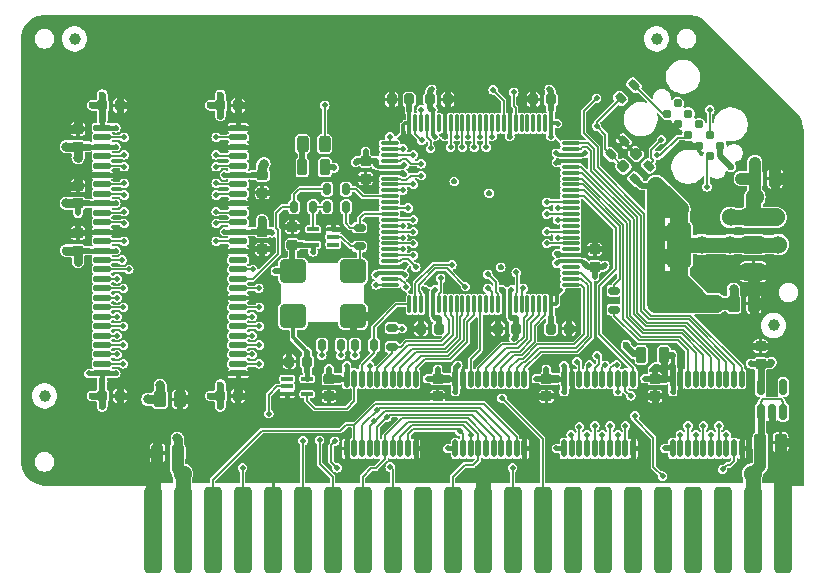
<source format=gtl>
G04 #@! TF.GenerationSoftware,KiCad,Pcbnew,8.0.5*
G04 #@! TF.CreationDate,2024-10-02T03:22:58-04:00*
G04 #@! TF.ProjectId,RAM2GS,52414d32-4753-42e6-9b69-6361645f7063,2.2*
G04 #@! TF.SameCoordinates,Original*
G04 #@! TF.FileFunction,Copper,L1,Top*
G04 #@! TF.FilePolarity,Positive*
%FSLAX46Y46*%
G04 Gerber Fmt 4.6, Leading zero omitted, Abs format (unit mm)*
G04 Created by KiCad (PCBNEW 8.0.5) date 2024-10-02 03:22:58*
%MOMM*%
%LPD*%
G01*
G04 APERTURE LIST*
G04 Aperture macros list*
%AMRoundRect*
0 Rectangle with rounded corners*
0 $1 Rounding radius*
0 $2 $3 $4 $5 $6 $7 $8 $9 X,Y pos of 4 corners*
0 Add a 4 corners polygon primitive as box body*
4,1,4,$2,$3,$4,$5,$6,$7,$8,$9,$2,$3,0*
0 Add four circle primitives for the rounded corners*
1,1,$1+$1,$2,$3*
1,1,$1+$1,$4,$5*
1,1,$1+$1,$6,$7*
1,1,$1+$1,$8,$9*
0 Add four rect primitives between the rounded corners*
20,1,$1+$1,$2,$3,$4,$5,0*
20,1,$1+$1,$4,$5,$6,$7,0*
20,1,$1+$1,$6,$7,$8,$9,0*
20,1,$1+$1,$8,$9,$2,$3,0*%
G04 Aperture macros list end*
G04 #@! TA.AperFunction,SMDPad,CuDef*
%ADD10RoundRect,0.381000X-0.381000X-3.289000X0.381000X-3.289000X0.381000X3.289000X-0.381000X3.289000X0*%
G04 #@! TD*
G04 #@! TA.AperFunction,SMDPad,CuDef*
%ADD11RoundRect,0.212500X0.262500X-0.212500X0.262500X0.212500X-0.262500X0.212500X-0.262500X-0.212500X0*%
G04 #@! TD*
G04 #@! TA.AperFunction,SMDPad,CuDef*
%ADD12RoundRect,0.212500X-0.212500X-0.262500X0.212500X-0.262500X0.212500X0.262500X-0.212500X0.262500X0*%
G04 #@! TD*
G04 #@! TA.AperFunction,SMDPad,CuDef*
%ADD13RoundRect,0.212500X-0.262500X0.212500X-0.262500X-0.212500X0.262500X-0.212500X0.262500X0.212500X0*%
G04 #@! TD*
G04 #@! TA.AperFunction,ComponentPad*
%ADD14C,2.000000*%
G04 #@! TD*
G04 #@! TA.AperFunction,SMDPad,CuDef*
%ADD15RoundRect,0.112500X0.112500X-0.612500X0.112500X0.612500X-0.112500X0.612500X-0.112500X-0.612500X0*%
G04 #@! TD*
G04 #@! TA.AperFunction,SMDPad,CuDef*
%ADD16RoundRect,0.262500X0.262500X0.437500X-0.262500X0.437500X-0.262500X-0.437500X0.262500X-0.437500X0*%
G04 #@! TD*
G04 #@! TA.AperFunction,SMDPad,CuDef*
%ADD17RoundRect,0.262500X-0.262500X-0.437500X0.262500X-0.437500X0.262500X0.437500X-0.262500X0.437500X0*%
G04 #@! TD*
G04 #@! TA.AperFunction,SMDPad,CuDef*
%ADD18C,1.000000*%
G04 #@! TD*
G04 #@! TA.AperFunction,SMDPad,CuDef*
%ADD19RoundRect,0.300000X0.700000X0.450000X-0.700000X0.450000X-0.700000X-0.450000X0.700000X-0.450000X0*%
G04 #@! TD*
G04 #@! TA.AperFunction,SMDPad,CuDef*
%ADD20RoundRect,0.300000X0.700000X1.600000X-0.700000X1.600000X-0.700000X-1.600000X0.700000X-1.600000X0*%
G04 #@! TD*
G04 #@! TA.AperFunction,SMDPad,CuDef*
%ADD21RoundRect,0.100000X-0.400000X-0.100000X0.400000X-0.100000X0.400000X0.100000X-0.400000X0.100000X0*%
G04 #@! TD*
G04 #@! TA.AperFunction,ConnectorPad*
%ADD22C,0.787400*%
G04 #@! TD*
G04 #@! TA.AperFunction,SMDPad,CuDef*
%ADD23RoundRect,0.114500X-0.640500X-0.114500X0.640500X-0.114500X0.640500X0.114500X-0.640500X0.114500X0*%
G04 #@! TD*
G04 #@! TA.AperFunction,SMDPad,CuDef*
%ADD24RoundRect,0.300000X-0.800000X-0.700000X0.800000X-0.700000X0.800000X0.700000X-0.800000X0.700000X0*%
G04 #@! TD*
G04 #@! TA.AperFunction,SMDPad,CuDef*
%ADD25RoundRect,0.100000X0.400000X0.100000X-0.400000X0.100000X-0.400000X-0.100000X0.400000X-0.100000X0*%
G04 #@! TD*
G04 #@! TA.AperFunction,SMDPad,CuDef*
%ADD26RoundRect,0.212500X0.212500X0.262500X-0.212500X0.262500X-0.212500X-0.262500X0.212500X-0.262500X0*%
G04 #@! TD*
G04 #@! TA.AperFunction,SMDPad,CuDef*
%ADD27RoundRect,0.075000X0.662500X0.075000X-0.662500X0.075000X-0.662500X-0.075000X0.662500X-0.075000X0*%
G04 #@! TD*
G04 #@! TA.AperFunction,SMDPad,CuDef*
%ADD28RoundRect,0.075000X0.075000X0.662500X-0.075000X0.662500X-0.075000X-0.662500X0.075000X-0.662500X0*%
G04 #@! TD*
G04 #@! TA.AperFunction,SMDPad,CuDef*
%ADD29RoundRect,0.162500X0.162500X-0.512500X0.162500X0.512500X-0.162500X0.512500X-0.162500X-0.512500X0*%
G04 #@! TD*
G04 #@! TA.AperFunction,SMDPad,CuDef*
%ADD30RoundRect,0.212500X0.212500X0.487500X-0.212500X0.487500X-0.212500X-0.487500X0.212500X-0.487500X0*%
G04 #@! TD*
G04 #@! TA.AperFunction,SMDPad,CuDef*
%ADD31RoundRect,0.175000X0.300000X-0.175000X0.300000X0.175000X-0.300000X0.175000X-0.300000X-0.175000X0*%
G04 #@! TD*
G04 #@! TA.AperFunction,SMDPad,CuDef*
%ADD32RoundRect,0.175000X0.175000X0.300000X-0.175000X0.300000X-0.175000X-0.300000X0.175000X-0.300000X0*%
G04 #@! TD*
G04 #@! TA.AperFunction,SMDPad,CuDef*
%ADD33RoundRect,0.175000X-0.175000X-0.300000X0.175000X-0.300000X0.175000X0.300000X-0.175000X0.300000X0*%
G04 #@! TD*
G04 #@! TA.AperFunction,SMDPad,CuDef*
%ADD34RoundRect,0.212500X-0.212500X-0.487500X0.212500X-0.487500X0.212500X0.487500X-0.212500X0.487500X0*%
G04 #@! TD*
G04 #@! TA.AperFunction,SMDPad,CuDef*
%ADD35RoundRect,0.243750X0.243750X0.456250X-0.243750X0.456250X-0.243750X-0.456250X0.243750X-0.456250X0*%
G04 #@! TD*
G04 #@! TA.AperFunction,SMDPad,CuDef*
%ADD36RoundRect,0.175000X-0.300000X0.175000X-0.300000X-0.175000X0.300000X-0.175000X0.300000X0.175000X0*%
G04 #@! TD*
G04 #@! TA.AperFunction,SMDPad,CuDef*
%ADD37RoundRect,0.175000X-0.088388X0.335876X-0.335876X0.088388X0.088388X-0.335876X0.335876X-0.088388X0*%
G04 #@! TD*
G04 #@! TA.AperFunction,SMDPad,CuDef*
%ADD38RoundRect,0.175000X0.088388X-0.335876X0.335876X-0.088388X-0.088388X0.335876X-0.335876X0.088388X0*%
G04 #@! TD*
G04 #@! TA.AperFunction,SMDPad,CuDef*
%ADD39RoundRect,0.212500X0.035355X-0.335876X0.335876X-0.035355X-0.035355X0.335876X-0.335876X0.035355X0*%
G04 #@! TD*
G04 #@! TA.AperFunction,ViaPad*
%ADD40C,0.500000*%
G04 #@! TD*
G04 #@! TA.AperFunction,ViaPad*
%ADD41C,1.524000*%
G04 #@! TD*
G04 #@! TA.AperFunction,ViaPad*
%ADD42C,0.762000*%
G04 #@! TD*
G04 #@! TA.AperFunction,ViaPad*
%ADD43C,0.800000*%
G04 #@! TD*
G04 #@! TA.AperFunction,ViaPad*
%ADD44C,1.000000*%
G04 #@! TD*
G04 #@! TA.AperFunction,ViaPad*
%ADD45C,0.600000*%
G04 #@! TD*
G04 #@! TA.AperFunction,ViaPad*
%ADD46C,0.508000*%
G04 #@! TD*
G04 #@! TA.AperFunction,Conductor*
%ADD47C,1.270000*%
G04 #@! TD*
G04 #@! TA.AperFunction,Conductor*
%ADD48C,0.450000*%
G04 #@! TD*
G04 #@! TA.AperFunction,Conductor*
%ADD49C,0.508000*%
G04 #@! TD*
G04 #@! TA.AperFunction,Conductor*
%ADD50C,0.762000*%
G04 #@! TD*
G04 #@! TA.AperFunction,Conductor*
%ADD51C,0.800000*%
G04 #@! TD*
G04 #@! TA.AperFunction,Conductor*
%ADD52C,0.400000*%
G04 #@! TD*
G04 #@! TA.AperFunction,Conductor*
%ADD53C,0.300000*%
G04 #@! TD*
G04 #@! TA.AperFunction,Conductor*
%ADD54C,0.250000*%
G04 #@! TD*
G04 #@! TA.AperFunction,Conductor*
%ADD55C,0.500000*%
G04 #@! TD*
G04 #@! TA.AperFunction,Conductor*
%ADD56C,0.600000*%
G04 #@! TD*
G04 #@! TA.AperFunction,Conductor*
%ADD57C,0.150000*%
G04 #@! TD*
G04 #@! TA.AperFunction,Conductor*
%ADD58C,1.000000*%
G04 #@! TD*
G04 #@! TA.AperFunction,Conductor*
%ADD59C,1.524000*%
G04 #@! TD*
G04 #@! TA.AperFunction,Conductor*
%ADD60C,0.700000*%
G04 #@! TD*
G04 #@! TA.AperFunction,Conductor*
%ADD61C,0.480000*%
G04 #@! TD*
G04 APERTURE END LIST*
D10*
X57658000Y-135282000D03*
X60198000Y-135282000D03*
X62738000Y-135282000D03*
X65278000Y-135282000D03*
X67818000Y-135282000D03*
X70358000Y-135282000D03*
X72898000Y-135282000D03*
X75438000Y-135282000D03*
X77978000Y-135282000D03*
X80518000Y-135282000D03*
X83058000Y-135282000D03*
X85598000Y-135282000D03*
X88138000Y-135282000D03*
X90678000Y-135282000D03*
X93218000Y-135282000D03*
X95758000Y-135282000D03*
X98298000Y-135282000D03*
X100838000Y-135282000D03*
X103378000Y-135282000D03*
X105918000Y-135282000D03*
X108458000Y-135282000D03*
X110998000Y-135282000D03*
D11*
X51350000Y-107650000D03*
X51350000Y-106150000D03*
X51350000Y-102850000D03*
X51350000Y-101350000D03*
D12*
X53400000Y-99350000D03*
X54900000Y-99350000D03*
X63400000Y-123950000D03*
X64900000Y-123950000D03*
X63400000Y-99350000D03*
X64900000Y-99350000D03*
D13*
X66950000Y-110050000D03*
X66950000Y-111550000D03*
X66950000Y-105250000D03*
X66950000Y-106750000D03*
D11*
X51350000Y-111650000D03*
X51350000Y-110150000D03*
D12*
X53400000Y-123950000D03*
X54900000Y-123950000D03*
D14*
X110998000Y-130175000D03*
D13*
X100200000Y-122500000D03*
X100200000Y-124000000D03*
D15*
X92500000Y-128400000D03*
X93150000Y-128400000D03*
X93800000Y-128400000D03*
X94450000Y-128400000D03*
X95100000Y-128400000D03*
X95750000Y-128400000D03*
X96400000Y-128400000D03*
X97050000Y-128400000D03*
X97700000Y-128400000D03*
X98350000Y-128400000D03*
X98350000Y-122500000D03*
X97700000Y-122500000D03*
X97050000Y-122500000D03*
X96400000Y-122500000D03*
X95750000Y-122500000D03*
X95100000Y-122500000D03*
X94450000Y-122500000D03*
X93800000Y-122500000D03*
X93150000Y-122500000D03*
X92500000Y-122500000D03*
D13*
X91000000Y-122500000D03*
X91000000Y-124000000D03*
X81800000Y-122500000D03*
X81800000Y-124000000D03*
D15*
X101700000Y-128400000D03*
X102350000Y-128400000D03*
X103000000Y-128400000D03*
X103650000Y-128400000D03*
X104300000Y-128400000D03*
X104950000Y-128400000D03*
X105600000Y-128400000D03*
X106250000Y-128400000D03*
X106900000Y-128400000D03*
X107550000Y-128400000D03*
X107550000Y-122500000D03*
X106900000Y-122500000D03*
X106250000Y-122500000D03*
X105600000Y-122500000D03*
X104950000Y-122500000D03*
X104300000Y-122500000D03*
X103650000Y-122500000D03*
X103000000Y-122500000D03*
X102350000Y-122500000D03*
X101700000Y-122500000D03*
D13*
X72600000Y-122500000D03*
X72600000Y-124000000D03*
D15*
X83300000Y-128400000D03*
X83950000Y-128400000D03*
X84600000Y-128400000D03*
X85250000Y-128400000D03*
X85900000Y-128400000D03*
X86550000Y-128400000D03*
X87200000Y-128400000D03*
X87850000Y-128400000D03*
X88500000Y-128400000D03*
X89150000Y-128400000D03*
X89150000Y-122500000D03*
X88500000Y-122500000D03*
X87850000Y-122500000D03*
X87200000Y-122500000D03*
X86550000Y-122500000D03*
X85900000Y-122500000D03*
X85250000Y-122500000D03*
X84600000Y-122500000D03*
X83950000Y-122500000D03*
X83300000Y-122500000D03*
D16*
X59778000Y-128778000D03*
X58078000Y-128778000D03*
D17*
X109132000Y-127889000D03*
X110832000Y-127889000D03*
D18*
X100330000Y-93726000D03*
D19*
X108537000Y-113450000D03*
D20*
X102237000Y-111150000D03*
D19*
X108537000Y-111150000D03*
X108537000Y-108850000D03*
D17*
X108650000Y-105550000D03*
X110350000Y-105550000D03*
X106850000Y-116150000D03*
X108550000Y-116150000D03*
D18*
X51054000Y-93726000D03*
D21*
X69050000Y-122500000D03*
X69050000Y-123150000D03*
X69050000Y-123800000D03*
X70750000Y-123800000D03*
X70750000Y-122500000D03*
D22*
X101228936Y-100067962D03*
X102126962Y-100965987D03*
X103024987Y-101864013D03*
X103923013Y-102762038D03*
X104821038Y-103660064D03*
X105719064Y-102762038D03*
X104821038Y-101864013D03*
X103923013Y-100965987D03*
X103024987Y-100067962D03*
X102126962Y-99169936D03*
D15*
X74100000Y-128400000D03*
X74750000Y-128400000D03*
X75400000Y-128400000D03*
X76050000Y-128400000D03*
X76700000Y-128400000D03*
X77350000Y-128400000D03*
X78000000Y-128400000D03*
X78650000Y-128400000D03*
X79300000Y-128400000D03*
X79950000Y-128400000D03*
X79950000Y-122500000D03*
X79300000Y-122500000D03*
X78650000Y-122500000D03*
X78000000Y-122500000D03*
X77350000Y-122500000D03*
X76700000Y-122500000D03*
X76050000Y-122500000D03*
X75400000Y-122500000D03*
X74750000Y-122500000D03*
X74100000Y-122500000D03*
D23*
X53400000Y-101250000D03*
X53400000Y-102050000D03*
X53400000Y-102850000D03*
X53400000Y-103650000D03*
X53400000Y-104450000D03*
X53400000Y-105250000D03*
X53400000Y-106050000D03*
X53400000Y-106850000D03*
X53400000Y-107650000D03*
X53400000Y-108450000D03*
X53400000Y-109250000D03*
X53400000Y-110050000D03*
X53400000Y-110850000D03*
X53400000Y-111650000D03*
X53400000Y-112450000D03*
X53400000Y-113250000D03*
X53400000Y-114050000D03*
X53400000Y-114850000D03*
X53400000Y-115650000D03*
X53400000Y-116450000D03*
X53400000Y-117250000D03*
X53400000Y-118050000D03*
X53400000Y-118850000D03*
X53400000Y-119650000D03*
X53400000Y-120450000D03*
X53400000Y-121250000D03*
X53400000Y-122050000D03*
X64900000Y-122050000D03*
X64900000Y-121250000D03*
X64900000Y-120450000D03*
X64900000Y-119650000D03*
X64900000Y-118850000D03*
X64900000Y-118050000D03*
X64900000Y-117250000D03*
X64900000Y-116450000D03*
X64900000Y-115650000D03*
X64900000Y-114850000D03*
X64900000Y-114050000D03*
X64900000Y-113250000D03*
X64900000Y-112450000D03*
X64900000Y-111650000D03*
X64900000Y-110850000D03*
X64900000Y-110050000D03*
X64900000Y-109250000D03*
X64900000Y-108450000D03*
X64900000Y-107650000D03*
X64900000Y-106850000D03*
X64900000Y-106050000D03*
X64900000Y-105250000D03*
X64900000Y-104450000D03*
X64900000Y-103650000D03*
X64900000Y-102850000D03*
X64900000Y-102050000D03*
X64900000Y-101250000D03*
D24*
X69560000Y-117205000D03*
X74640000Y-117205000D03*
X74640000Y-113395000D03*
X69560000Y-113395000D03*
D25*
X72950000Y-111150000D03*
X72950000Y-110500000D03*
X72950000Y-109850000D03*
X71250000Y-109850000D03*
X71250000Y-111150000D03*
D11*
X69500000Y-111150000D03*
X69500000Y-109650000D03*
D17*
X58300000Y-124250000D03*
X60000000Y-124250000D03*
D26*
X70750000Y-121050000D03*
X69250000Y-121050000D03*
D27*
X93062500Y-114550000D03*
X93062500Y-114050000D03*
X93062500Y-113550000D03*
X93062500Y-113050000D03*
X93062500Y-112550000D03*
X93062500Y-112050000D03*
X93062500Y-111550000D03*
X93062500Y-111050000D03*
X93062500Y-110550000D03*
X93062500Y-110050000D03*
X93062500Y-109550000D03*
X93062500Y-109050000D03*
X93062500Y-108550000D03*
X93062500Y-108050000D03*
X93062500Y-107550000D03*
X93062500Y-107050000D03*
X93062500Y-106550000D03*
X93062500Y-106050000D03*
X93062500Y-105550000D03*
X93062500Y-105050000D03*
X93062500Y-104550000D03*
X93062500Y-104050000D03*
X93062500Y-103550000D03*
X93062500Y-103050000D03*
X93062500Y-102550000D03*
D28*
X91400000Y-100887500D03*
X90900000Y-100887500D03*
X90400000Y-100887500D03*
X89900000Y-100887500D03*
X89400000Y-100887500D03*
X88900000Y-100887500D03*
X88400000Y-100887500D03*
X87900000Y-100887500D03*
X87400000Y-100887500D03*
X86900000Y-100887500D03*
X86400000Y-100887500D03*
X85900000Y-100887500D03*
X85400000Y-100887500D03*
X84900000Y-100887500D03*
X84400000Y-100887500D03*
X83900000Y-100887500D03*
X83400000Y-100887500D03*
X82900000Y-100887500D03*
X82400000Y-100887500D03*
X81900000Y-100887500D03*
X81400000Y-100887500D03*
X80900000Y-100887500D03*
X80400000Y-100887500D03*
X79900000Y-100887500D03*
X79400000Y-100887500D03*
D27*
X77737500Y-102550000D03*
X77737500Y-103050000D03*
X77737500Y-103550000D03*
X77737500Y-104050000D03*
X77737500Y-104550000D03*
X77737500Y-105050000D03*
X77737500Y-105550000D03*
X77737500Y-106050000D03*
X77737500Y-106550000D03*
X77737500Y-107050000D03*
X77737500Y-107550000D03*
X77737500Y-108050000D03*
X77737500Y-108550000D03*
X77737500Y-109050000D03*
X77737500Y-109550000D03*
X77737500Y-110050000D03*
X77737500Y-110550000D03*
X77737500Y-111050000D03*
X77737500Y-111550000D03*
X77737500Y-112050000D03*
X77737500Y-112550000D03*
X77737500Y-113050000D03*
X77737500Y-113550000D03*
X77737500Y-114050000D03*
X77737500Y-114550000D03*
D28*
X79400000Y-116212500D03*
X79900000Y-116212500D03*
X80400000Y-116212500D03*
X80900000Y-116212500D03*
X81400000Y-116212500D03*
X81900000Y-116212500D03*
X82400000Y-116212500D03*
X82900000Y-116212500D03*
X83400000Y-116212500D03*
X83900000Y-116212500D03*
X84400000Y-116212500D03*
X84900000Y-116212500D03*
X85400000Y-116212500D03*
X85900000Y-116212500D03*
X86400000Y-116212500D03*
X86900000Y-116212500D03*
X87400000Y-116212500D03*
X87900000Y-116212500D03*
X88400000Y-116212500D03*
X88900000Y-116212500D03*
X89400000Y-116212500D03*
X89900000Y-116212500D03*
X90400000Y-116212500D03*
X90900000Y-116212500D03*
X91400000Y-116212500D03*
D18*
X48514000Y-123952000D03*
D26*
X81900000Y-118250000D03*
X80400000Y-118250000D03*
X91400000Y-98850000D03*
X89900000Y-98850000D03*
X88400000Y-118250000D03*
X86900000Y-118250000D03*
D12*
X81150000Y-98850000D03*
X82650000Y-98850000D03*
D26*
X79400000Y-98850000D03*
X77900000Y-98850000D03*
D13*
X75700000Y-104050000D03*
X75700000Y-105550000D03*
D12*
X91400000Y-118250000D03*
X92900000Y-118250000D03*
D11*
X95100000Y-113050000D03*
X95100000Y-111550000D03*
D18*
X110236000Y-117983000D03*
D29*
X109150000Y-125300000D03*
X110100000Y-125300000D03*
X111050000Y-125300000D03*
X111050000Y-123200000D03*
X109150000Y-123200000D03*
D11*
X109150000Y-121250000D03*
X109150000Y-119750000D03*
D30*
X100950000Y-120500000D03*
X99050000Y-120500000D03*
D31*
X77950000Y-119800000D03*
X77950000Y-118200000D03*
D32*
X71250000Y-107950000D03*
X69650000Y-107950000D03*
D33*
X72450000Y-107950000D03*
X74050000Y-107950000D03*
D34*
X70350000Y-104600000D03*
X72250000Y-104600000D03*
D35*
X72237500Y-102650000D03*
X70362500Y-102650000D03*
D36*
X96750000Y-115050000D03*
X96750000Y-116650000D03*
D37*
X97565685Y-102384315D03*
X96434315Y-103515685D03*
D38*
X98534315Y-105615685D03*
X99665685Y-104484315D03*
D39*
X97519670Y-104530330D03*
X98580330Y-103469670D03*
D38*
X97284315Y-98765685D03*
X98415685Y-97634315D03*
D32*
X73600000Y-119650000D03*
X72000000Y-119650000D03*
D33*
X74800000Y-119650000D03*
X76400000Y-119650000D03*
D36*
X75200000Y-109700000D03*
X75200000Y-111300000D03*
D33*
X72450000Y-106450000D03*
X74050000Y-106450000D03*
D40*
X112014000Y-100965000D03*
X74168000Y-130937000D03*
X102108000Y-130937000D03*
X64008000Y-130937000D03*
D41*
X57658000Y-130556000D03*
D40*
X104648000Y-130937000D03*
X61722000Y-130937000D03*
X106680000Y-95377000D03*
X94488000Y-130937000D03*
X46990000Y-117983000D03*
X46990000Y-112903000D03*
X46990000Y-107823000D03*
X81788000Y-130937000D03*
X91948000Y-130937000D03*
X89408000Y-130937000D03*
X97028000Y-130937000D03*
X69088000Y-130937000D03*
X112014000Y-117729000D03*
X79248000Y-130937000D03*
X76708000Y-130937000D03*
X71628000Y-130937000D03*
X86868000Y-130937000D03*
X84328000Y-130937000D03*
X66548000Y-130937000D03*
X109347000Y-98044000D03*
X66050000Y-101250000D03*
X63750000Y-101250000D03*
X66050000Y-102850000D03*
X66050000Y-122050000D03*
X52250000Y-110050000D03*
X54550000Y-110050000D03*
X63750000Y-102850000D03*
X63750000Y-122050000D03*
X66050000Y-111650000D03*
X63750000Y-107650000D03*
X59150000Y-108850000D03*
X60550000Y-122050000D03*
X59150000Y-106450000D03*
X57750000Y-122050000D03*
X59150000Y-104050000D03*
X63750000Y-111650000D03*
D42*
X50350000Y-110150000D03*
X51350000Y-105200000D03*
D40*
X51350000Y-109300000D03*
X57950000Y-111650000D03*
X60350000Y-111650000D03*
X59150000Y-110050000D03*
X59150000Y-107650000D03*
X59150000Y-102850000D03*
X59150000Y-101250000D03*
X59150000Y-105250000D03*
D43*
X50350000Y-106150000D03*
X51350000Y-100400000D03*
X50350000Y-101350000D03*
D40*
X54550000Y-105250000D03*
X99568000Y-130937000D03*
X106807000Y-130937000D03*
X74100000Y-127250000D03*
X89150000Y-129550000D03*
X89800000Y-128400000D03*
X89150000Y-127250000D03*
X80600000Y-128400000D03*
X79950000Y-127250000D03*
X81950000Y-129150000D03*
X68050000Y-127750000D03*
X91000000Y-127150000D03*
X100550000Y-127750000D03*
X112014000Y-127889000D03*
X112014000Y-112649000D03*
D41*
X106600000Y-113450000D03*
X110450000Y-113450000D03*
D40*
X81500000Y-127250000D03*
X73850000Y-109850000D03*
X50038000Y-115443000D03*
X50038000Y-120523000D03*
X46990000Y-123063000D03*
X104800000Y-114950000D03*
X107162600Y-129870200D03*
X112014000Y-107569000D03*
X46990000Y-102743000D03*
X105100000Y-109050000D03*
X103800000Y-98550000D03*
X96950000Y-100450000D03*
X77200000Y-126750000D03*
X86800000Y-125000000D03*
X73850000Y-111650000D03*
X49911000Y-131064000D03*
X46990000Y-128143000D03*
X87150000Y-113050000D03*
X84900000Y-117800000D03*
X85100000Y-121050000D03*
X90500000Y-119100000D03*
X92200000Y-100100000D03*
X94500000Y-108300000D03*
X90750000Y-120700000D03*
X75550000Y-124100000D03*
X93650000Y-101850000D03*
X83200000Y-105800000D03*
X86150000Y-106800000D03*
X60060000Y-99799000D03*
X46990000Y-97663000D03*
X98171000Y-92202000D03*
X88011000Y-92202000D03*
X82931000Y-92202000D03*
X67691000Y-92202000D03*
X62611000Y-92202000D03*
X52451000Y-92202000D03*
X52451000Y-97282000D03*
X93662500Y-98107500D03*
X70231000Y-99822000D03*
X50038000Y-99822000D03*
X50038000Y-94742000D03*
X107150000Y-118500000D03*
X93091000Y-92202000D03*
X77851000Y-92202000D03*
X72771000Y-92202000D03*
X57531000Y-92202000D03*
X86650000Y-99700000D03*
X66800000Y-107550000D03*
X87900000Y-99750000D03*
X92750000Y-119100000D03*
X99150000Y-102850000D03*
D44*
X111550000Y-105550000D03*
D40*
X107550000Y-127300000D03*
X78050000Y-98000000D03*
X80750000Y-117350000D03*
D45*
X64900000Y-122700000D03*
X74650000Y-118650000D03*
X90100000Y-124000000D03*
D40*
X78950000Y-105200000D03*
X54991000Y-94742000D03*
X60000000Y-125400000D03*
D43*
X61050000Y-124250000D03*
D45*
X55750000Y-99350000D03*
D40*
X79600000Y-118250000D03*
X82400000Y-102000000D03*
X67800000Y-111550000D03*
X92750000Y-117400000D03*
D45*
X65750000Y-123950000D03*
D40*
X102500000Y-121400000D03*
D45*
X102400000Y-102750000D03*
D40*
X80750000Y-114950000D03*
X95950000Y-111700000D03*
D45*
X54900000Y-123050000D03*
D40*
X84100000Y-123600000D03*
X90050000Y-98000000D03*
X86100000Y-118250000D03*
D45*
X110050000Y-119900000D03*
D40*
X70550000Y-109200000D03*
X69500000Y-108850000D03*
D45*
X101536500Y-101536500D03*
D40*
X90050000Y-99700000D03*
X67800000Y-106600000D03*
X68650000Y-109550000D03*
X99000000Y-128400000D03*
X76600000Y-112900000D03*
D42*
X58350000Y-127550000D03*
D40*
X70850000Y-119400000D03*
D45*
X100200000Y-124850000D03*
X54900000Y-98450000D03*
X110100000Y-126400000D03*
D40*
X94260000Y-104200000D03*
X98350000Y-127250000D03*
D45*
X64900000Y-100600000D03*
D44*
X110350000Y-104200000D03*
D40*
X57531000Y-97282000D03*
D43*
X60000000Y-123050000D03*
D40*
X73050000Y-109250000D03*
X79000000Y-112900000D03*
X93700000Y-118250000D03*
D43*
X110350000Y-106800000D03*
D40*
X68450000Y-121200000D03*
X102500000Y-123600000D03*
D43*
X76250000Y-117200000D03*
D40*
X71750000Y-124000000D03*
X95631000Y-94742000D03*
X66950000Y-112400000D03*
D45*
X54900000Y-100250000D03*
D40*
X89100000Y-98850000D03*
X82400000Y-97950000D03*
D45*
X108250000Y-119900000D03*
D40*
X87250000Y-114950000D03*
X91850000Y-124070000D03*
D45*
X74500000Y-129800000D03*
D44*
X110100000Y-116150000D03*
D40*
X95200000Y-110750000D03*
D45*
X65750000Y-99350000D03*
D40*
X87250000Y-117350000D03*
X91900000Y-111900000D03*
X77851000Y-95377000D03*
X82400000Y-99750000D03*
X78050000Y-99750000D03*
D45*
X55750000Y-123950000D03*
D40*
X76600000Y-105200000D03*
D42*
X57023000Y-128850000D03*
D40*
X64900000Y-124800000D03*
X87900000Y-102000000D03*
X94200000Y-111900000D03*
X93300000Y-123600000D03*
X69500000Y-120150000D03*
X101050000Y-124100000D03*
X82650000Y-124100000D03*
D45*
X64900000Y-98450000D03*
D40*
X87050000Y-119100000D03*
X69050000Y-124400000D03*
D45*
X73500000Y-124000000D03*
X99300000Y-124000000D03*
X54900000Y-124850000D03*
D40*
X91850000Y-104200000D03*
X74850000Y-105400000D03*
D45*
X80900000Y-124000000D03*
D40*
X88138000Y-130048000D03*
X102350000Y-127250000D03*
X95750000Y-127250000D03*
X77775000Y-129975000D03*
X65278000Y-130048000D03*
X67500000Y-125450000D03*
X97700000Y-126500000D03*
X97050000Y-127250000D03*
X96400000Y-126500000D03*
X93100000Y-127250000D03*
X95100000Y-126500000D03*
X94450000Y-127250000D03*
X93800000Y-126550000D03*
X103000000Y-126500000D03*
X103650000Y-127250000D03*
X104300000Y-126500000D03*
X104950000Y-127250000D03*
X105600000Y-126500000D03*
X106250000Y-127250000D03*
X105918000Y-130175000D03*
X83650000Y-126950000D03*
X100838000Y-130746500D03*
X98500000Y-125650000D03*
X73279000Y-130048000D03*
X76450000Y-126100000D03*
X73100000Y-127800000D03*
X70400000Y-127750000D03*
X76700000Y-125150000D03*
X71800000Y-127700000D03*
X77500000Y-125750000D03*
X84600000Y-127250000D03*
X87249000Y-124142500D03*
X66050000Y-110050000D03*
D46*
X54550000Y-102850000D03*
X54550000Y-111650000D03*
D45*
X63400000Y-123000000D03*
D43*
X51350000Y-103800000D03*
X50350000Y-107650000D03*
X50350000Y-102850000D03*
D46*
X54550000Y-101250000D03*
D42*
X66950000Y-109100000D03*
D40*
X51350000Y-108500000D03*
D42*
X50350000Y-111650000D03*
X51350000Y-112600000D03*
D40*
X63750000Y-110050000D03*
X63750000Y-105250000D03*
X66050000Y-105250000D03*
X54550000Y-122050000D03*
X52250000Y-122050000D03*
X52250000Y-111650000D03*
X52250000Y-107650000D03*
X52250000Y-102850000D03*
X54550000Y-107650000D03*
X91875000Y-122500000D03*
X101075000Y-122500000D03*
X82675000Y-122500000D03*
D44*
X104300000Y-116150000D03*
X102300000Y-116150000D03*
X100300000Y-116150000D03*
X100300000Y-111650000D03*
X100300000Y-108650000D03*
X100300000Y-110150000D03*
X100300000Y-113150000D03*
X100300000Y-114650000D03*
D41*
X102300000Y-108150000D03*
X104150000Y-111150000D03*
X110650000Y-111150000D03*
X102300000Y-114150000D03*
D40*
X78800000Y-118250000D03*
X88250000Y-119100000D03*
D45*
X53400000Y-122700000D03*
D40*
X92500000Y-123600000D03*
D43*
X106850000Y-114900000D03*
X58300000Y-123050000D03*
D40*
X74850000Y-104200000D03*
D45*
X62550000Y-99350000D03*
D40*
X70350000Y-111150000D03*
X94250000Y-103400000D03*
X78950000Y-104400000D03*
D45*
X105850000Y-116150000D03*
X53400000Y-100600000D03*
X62550000Y-123950000D03*
X52550000Y-99350000D03*
D41*
X106550000Y-111150000D03*
D40*
X91400000Y-102000000D03*
X79000000Y-113700000D03*
X91400000Y-99750000D03*
D45*
X52550000Y-123950000D03*
D44*
X100300000Y-106150000D03*
D43*
X67100000Y-104300000D03*
D40*
X101700000Y-121400000D03*
X76600000Y-113700000D03*
X101700000Y-123600000D03*
D45*
X106625000Y-104575000D03*
D40*
X82650000Y-128400000D03*
X73050000Y-104650000D03*
X81550000Y-102000000D03*
X81550000Y-114950000D03*
X90150000Y-122500000D03*
X99350000Y-122500000D03*
D45*
X53400000Y-124850000D03*
D40*
X94200000Y-112700000D03*
X81550000Y-117350000D03*
X91000000Y-121700000D03*
X91950000Y-100900000D03*
D43*
X57250000Y-124250000D03*
D45*
X63400000Y-100250000D03*
D40*
X83300000Y-123600000D03*
X69500000Y-112000000D03*
D45*
X53400000Y-98450000D03*
D40*
X81800000Y-121700000D03*
X81300000Y-98000000D03*
X88050000Y-117350000D03*
X81400000Y-99750000D03*
X95950000Y-112900000D03*
X80950000Y-122500000D03*
D45*
X63400000Y-124850000D03*
D40*
X73600000Y-120500000D03*
X70750000Y-120200000D03*
X67800000Y-110150000D03*
X91900000Y-112700000D03*
X71250000Y-111750000D03*
X91850000Y-103400000D03*
X83500000Y-121350000D03*
X101050000Y-128400000D03*
D45*
X63400000Y-98450000D03*
D40*
X88050000Y-114950000D03*
X91850000Y-128400000D03*
X100200000Y-121700000D03*
X68050000Y-113400000D03*
X95100000Y-113850000D03*
X91250000Y-98000000D03*
X74800000Y-120500000D03*
X70750000Y-121900000D03*
X75700000Y-103250000D03*
X76600000Y-104400000D03*
X92500000Y-121400000D03*
X84150000Y-114700000D03*
X76050000Y-121400000D03*
X91050000Y-107550000D03*
X93600000Y-121050000D03*
X91950000Y-108050000D03*
X94650000Y-121300000D03*
X95300000Y-120550000D03*
X91050000Y-108550000D03*
X95950000Y-121350000D03*
X91950000Y-109050000D03*
X96950000Y-121300000D03*
X91050000Y-111050000D03*
X91950000Y-110550000D03*
X97050000Y-123600000D03*
X91050000Y-110050000D03*
X98150000Y-123950000D03*
D46*
X63050000Y-102050000D03*
X55250000Y-102050000D03*
D40*
X86400000Y-102000000D03*
X55250000Y-104550000D03*
X63050000Y-104550000D03*
X85400000Y-102000000D03*
D46*
X55250000Y-103550000D03*
X63050000Y-103550000D03*
D40*
X85900000Y-102900000D03*
X63050000Y-105950000D03*
D46*
X55250000Y-105950000D03*
D40*
X84900000Y-102900000D03*
X63050000Y-110850000D03*
D46*
X55250000Y-110850000D03*
D40*
X82900000Y-102900000D03*
D46*
X55250000Y-108350000D03*
D40*
X63050000Y-108350000D03*
X83900000Y-102900000D03*
X55250000Y-109350000D03*
X63050000Y-109350000D03*
X83400000Y-102000000D03*
X63050000Y-106950000D03*
X55250000Y-106950000D03*
X84400000Y-102000000D03*
X95250000Y-98750000D03*
X88250000Y-98250000D03*
X66150000Y-113250000D03*
X77750000Y-102000000D03*
X66650000Y-114850000D03*
X79750000Y-103550000D03*
X66700000Y-116450000D03*
X78850000Y-106550000D03*
X66100000Y-117250000D03*
X79300000Y-108050000D03*
X66700000Y-118050000D03*
X78850000Y-109550000D03*
X66100000Y-118850000D03*
X76600000Y-114550000D03*
X66700000Y-119650000D03*
X79750000Y-111050000D03*
X66100000Y-120450000D03*
X79750000Y-112050000D03*
X66700000Y-121250000D03*
X79100000Y-114700000D03*
X55200000Y-121250000D03*
X79950000Y-113050000D03*
X54650000Y-120450000D03*
X78850000Y-111550000D03*
X55200000Y-119650000D03*
X78850000Y-110550000D03*
X54650000Y-118850000D03*
X79750000Y-110050000D03*
X55200000Y-118050000D03*
X79750000Y-109050000D03*
X54650000Y-117250000D03*
X81200000Y-103000000D03*
X55200000Y-116450000D03*
X79750000Y-106050000D03*
X54650000Y-115650000D03*
X80400000Y-105300000D03*
X55200000Y-114850000D03*
X80400000Y-104300000D03*
X54650000Y-114050000D03*
X78850000Y-103050000D03*
X55650000Y-113250000D03*
X80450000Y-102300000D03*
D46*
X55100000Y-112450000D03*
D40*
X80400000Y-99750000D03*
X88450000Y-113500000D03*
X104600000Y-106250000D03*
X100400000Y-103600000D03*
X86050000Y-114850000D03*
X89050000Y-114850000D03*
X104850000Y-99750000D03*
X95250000Y-101100000D03*
X86050000Y-113650000D03*
D41*
X108458000Y-130556000D03*
X60198000Y-130556000D03*
D40*
X73475000Y-122500000D03*
D41*
X106600000Y-108850000D03*
X108650000Y-107150000D03*
D40*
X72600000Y-121650000D03*
D41*
X110450000Y-108850000D03*
D43*
X59750000Y-127550000D03*
D44*
X108650000Y-104200000D03*
X107500000Y-105550000D03*
D40*
X74100000Y-121400000D03*
D45*
X91650000Y-106250000D03*
X97750000Y-119650000D03*
X110050000Y-121100000D03*
X90450000Y-106250000D03*
X109150000Y-122100000D03*
D40*
X108300000Y-121200000D03*
X82050000Y-114000000D03*
X100750000Y-102250000D03*
X72000000Y-120500000D03*
X83000000Y-112850000D03*
X72250000Y-99350000D03*
X86500000Y-98050000D03*
D47*
X85598000Y-135382000D02*
X85598000Y-130556000D01*
X57658000Y-135382000D02*
X57658000Y-130556000D01*
D48*
X64900000Y-102850000D02*
X66050000Y-102850000D01*
X64900000Y-101250000D02*
X66050000Y-101250000D01*
X64900000Y-122050000D02*
X66050000Y-122050000D01*
X53400000Y-110050000D02*
X54550000Y-110050000D01*
X64900000Y-101250000D02*
X63750000Y-101250000D01*
X64900000Y-122050000D02*
X63750000Y-122050000D01*
X53400000Y-110050000D02*
X52250000Y-110050000D01*
X64900000Y-102850000D02*
X63750000Y-102850000D01*
X64900000Y-111650000D02*
X66050000Y-111650000D01*
X64900000Y-107650000D02*
X63750000Y-107650000D01*
D49*
X51350000Y-110150000D02*
X52150000Y-110150000D01*
D50*
X51350000Y-106150000D02*
X51350000Y-105200000D01*
D49*
X52150000Y-110150000D02*
X52250000Y-110050000D01*
X66950000Y-111550000D02*
X66150000Y-111550000D01*
D48*
X64900000Y-111650000D02*
X63750000Y-111650000D01*
D49*
X66150000Y-111550000D02*
X66050000Y-111650000D01*
X53400000Y-105250000D02*
X51400000Y-105250000D01*
D50*
X51350000Y-110150000D02*
X50350000Y-110150000D01*
D49*
X51400000Y-105250000D02*
X51350000Y-105200000D01*
X51350000Y-110150000D02*
X51350000Y-109300000D01*
D51*
X51350000Y-106150000D02*
X50350000Y-106150000D01*
X51350000Y-101350000D02*
X51350000Y-100400000D01*
X51350000Y-101350000D02*
X50350000Y-101350000D01*
D48*
X53400000Y-105250000D02*
X54550000Y-105250000D01*
X74100000Y-128400000D02*
X74100000Y-127250000D01*
X89150000Y-128400000D02*
X89150000Y-129550000D01*
X79950000Y-128400000D02*
X79950000Y-127250000D01*
X79950000Y-128400000D02*
X80600000Y-128400000D01*
D47*
X108537000Y-113450000D02*
X106600000Y-113450000D01*
X110450000Y-113450000D02*
X108537000Y-113450000D01*
D52*
X72950000Y-109850000D02*
X73850000Y-109850000D01*
D48*
X89150000Y-128400000D02*
X89800000Y-128400000D01*
X89150000Y-128400000D02*
X89150000Y-127250000D01*
D53*
X87900000Y-100887500D02*
X87900000Y-99750000D01*
X92050000Y-112050000D02*
X91900000Y-111900000D01*
D48*
X74100000Y-128400000D02*
X74100000Y-129400000D01*
D54*
X67818000Y-135382000D02*
X67818000Y-131191000D01*
D50*
X58078000Y-128778000D02*
X57095000Y-128778000D01*
D55*
X69250000Y-120350000D02*
X69450000Y-120150000D01*
D53*
X82400000Y-102000000D02*
X82400000Y-100887500D01*
D50*
X58350000Y-127550000D02*
X58078000Y-127822000D01*
D48*
X93150000Y-123450000D02*
X93300000Y-123600000D01*
D55*
X72600000Y-124000000D02*
X71750000Y-124000000D01*
D51*
X74640000Y-117205000D02*
X76245000Y-117205000D01*
D53*
X93062500Y-112050000D02*
X92050000Y-112050000D01*
X79000000Y-112900000D02*
X78850000Y-113050000D01*
D56*
X54900000Y-123950000D02*
X54900000Y-123050000D01*
D50*
X58078000Y-127822000D02*
X58078000Y-128778000D01*
D53*
X76750000Y-113050000D02*
X76600000Y-112900000D01*
X87400000Y-116212500D02*
X87400000Y-117200000D01*
D55*
X91000000Y-124000000D02*
X91780000Y-124000000D01*
X60000000Y-124250000D02*
X60000000Y-125400000D01*
D57*
X98580330Y-103469670D02*
X99150000Y-102900000D01*
D48*
X102350000Y-121550000D02*
X102500000Y-121400000D01*
D53*
X80900000Y-117200000D02*
X80750000Y-117350000D01*
D55*
X92900000Y-118950000D02*
X92750000Y-119100000D01*
D48*
X64900000Y-122050000D02*
X64900000Y-122700000D01*
D55*
X82650000Y-98850000D02*
X82650000Y-98150000D01*
D56*
X91000000Y-124000000D02*
X90100000Y-124000000D01*
D55*
X95100000Y-111550000D02*
X95100000Y-110850000D01*
X95100000Y-110850000D02*
X95200000Y-110750000D01*
D53*
X77737500Y-113050000D02*
X76750000Y-113050000D01*
D55*
X100950000Y-124000000D02*
X101050000Y-124100000D01*
D50*
X57095000Y-128778000D02*
X57023000Y-128850000D01*
D55*
X77900000Y-98850000D02*
X77900000Y-99600000D01*
D48*
X107550000Y-127300000D02*
X107550000Y-128400000D01*
D55*
X76600000Y-105550000D02*
X76600000Y-105200000D01*
D58*
X108550000Y-116150000D02*
X110100000Y-116150000D01*
D55*
X86900000Y-118950000D02*
X87050000Y-119100000D01*
D48*
X93150000Y-122500000D02*
X93150000Y-123450000D01*
D55*
X82450000Y-99750000D02*
X82400000Y-99750000D01*
D48*
X98350000Y-128400000D02*
X98350000Y-127250000D01*
D55*
X68650000Y-109550000D02*
X68750000Y-109650000D01*
X68750000Y-109650000D02*
X69500000Y-109650000D01*
X89900000Y-98150000D02*
X90050000Y-98000000D01*
D56*
X109150000Y-119750000D02*
X109900000Y-119750000D01*
D55*
X75700000Y-105550000D02*
X76600000Y-105550000D01*
X77900000Y-98850000D02*
X77900000Y-98150000D01*
D53*
X82400000Y-100887500D02*
X82400000Y-99750000D01*
D56*
X108400000Y-119750000D02*
X108250000Y-119900000D01*
D53*
X93062500Y-104050000D02*
X92000000Y-104050000D01*
X93062500Y-112050000D02*
X94050000Y-112050000D01*
D56*
X81800000Y-124000000D02*
X80900000Y-124000000D01*
D48*
X107550000Y-129482800D02*
X107162600Y-129870200D01*
D53*
X92000000Y-104050000D02*
X91850000Y-104200000D01*
D48*
X102350000Y-123450000D02*
X102500000Y-123600000D01*
D55*
X77900000Y-99600000D02*
X78050000Y-99750000D01*
D56*
X64900000Y-99350000D02*
X64900000Y-100600000D01*
D55*
X68600000Y-121050000D02*
X68450000Y-121200000D01*
D51*
X60000000Y-124250000D02*
X60000000Y-123050000D01*
D48*
X98350000Y-128400000D02*
X98350000Y-129300000D01*
D53*
X77737500Y-105050000D02*
X78850000Y-105050000D01*
D56*
X64900000Y-99350000D02*
X64900000Y-98450000D01*
D57*
X99150000Y-102900000D02*
X99150000Y-102850000D01*
D55*
X66950000Y-107400000D02*
X66800000Y-107550000D01*
D56*
X54900000Y-99350000D02*
X54900000Y-100250000D01*
D55*
X86900000Y-118250000D02*
X86900000Y-118950000D01*
D58*
X110832000Y-127889000D02*
X110832000Y-130009000D01*
X58078000Y-130136000D02*
X57658000Y-130556000D01*
D53*
X77737500Y-105050000D02*
X76750000Y-105050000D01*
D55*
X64900000Y-123950000D02*
X64900000Y-124800000D01*
X82650000Y-99550000D02*
X82450000Y-99750000D01*
D53*
X78850000Y-105050000D02*
X78950000Y-105150000D01*
D55*
X70200000Y-109650000D02*
X70550000Y-109300000D01*
X92900000Y-117550000D02*
X92750000Y-117400000D01*
D58*
X58078000Y-128778000D02*
X58078000Y-130136000D01*
D55*
X89900000Y-98850000D02*
X89100000Y-98850000D01*
X75000000Y-105550000D02*
X74850000Y-105400000D01*
D48*
X102350000Y-122500000D02*
X102350000Y-121550000D01*
D55*
X69450000Y-120150000D02*
X69500000Y-120150000D01*
D53*
X93062500Y-104050000D02*
X94110000Y-104050000D01*
D55*
X82450000Y-97950000D02*
X82400000Y-97950000D01*
X89900000Y-98850000D02*
X89900000Y-98150000D01*
X82550000Y-124000000D02*
X82650000Y-124100000D01*
X75700000Y-105550000D02*
X75700000Y-106150000D01*
D51*
X60000000Y-124250000D02*
X61050000Y-124250000D01*
D55*
X67650000Y-106750000D02*
X67800000Y-106600000D01*
X67800000Y-111550000D02*
X66950000Y-111550000D01*
D56*
X54900000Y-99350000D02*
X54900000Y-98450000D01*
D53*
X78850000Y-113050000D02*
X77737500Y-113050000D01*
X80900000Y-115100000D02*
X80750000Y-114950000D01*
D55*
X80400000Y-118250000D02*
X79600000Y-118250000D01*
X69500000Y-109650000D02*
X70200000Y-109650000D01*
X94550000Y-111550000D02*
X94200000Y-111900000D01*
X69250000Y-121050000D02*
X69250000Y-120350000D01*
D53*
X87400000Y-115100000D02*
X87250000Y-114950000D01*
D55*
X77900000Y-98150000D02*
X78050000Y-98000000D01*
D53*
X87400000Y-116212500D02*
X87400000Y-115100000D01*
D56*
X102400000Y-102750000D02*
X102412038Y-102762038D01*
X54900000Y-99350000D02*
X55750000Y-99350000D01*
D55*
X92900000Y-118250000D02*
X92900000Y-117550000D01*
X75700000Y-105550000D02*
X75000000Y-105550000D01*
D56*
X72600000Y-124000000D02*
X73500000Y-124000000D01*
D53*
X76750000Y-105050000D02*
X76600000Y-105200000D01*
X80900000Y-116212500D02*
X80900000Y-117200000D01*
D56*
X64900000Y-123950000D02*
X65750000Y-123950000D01*
X101556449Y-101536500D02*
X101536500Y-101536500D01*
D48*
X64900000Y-107650000D02*
X66700000Y-107650000D01*
D52*
X72950000Y-109350000D02*
X72950000Y-109850000D01*
X69050000Y-123800000D02*
X69050000Y-124400000D01*
D53*
X94110000Y-104050000D02*
X94260000Y-104200000D01*
D55*
X80400000Y-117350000D02*
X80750000Y-117350000D01*
X66950000Y-106750000D02*
X66950000Y-107400000D01*
X82650000Y-98150000D02*
X82450000Y-97950000D01*
X70550000Y-109300000D02*
X70550000Y-109200000D01*
X89900000Y-99550000D02*
X90050000Y-99700000D01*
D53*
X80900000Y-116212500D02*
X80900000Y-115100000D01*
D56*
X102126962Y-100965987D02*
X101556449Y-101536500D01*
D52*
X73050000Y-109250000D02*
X72950000Y-109350000D01*
D55*
X95100000Y-111550000D02*
X95800000Y-111550000D01*
D53*
X87400000Y-117200000D02*
X87250000Y-117350000D01*
D48*
X64900000Y-101250000D02*
X64900000Y-100600000D01*
D56*
X100200000Y-124000000D02*
X99300000Y-124000000D01*
D51*
X64900000Y-123950000D02*
X64900000Y-122700000D01*
D48*
X107550000Y-128400000D02*
X107950000Y-128400000D01*
D51*
X110350000Y-105550000D02*
X110350000Y-106800000D01*
D48*
X107550000Y-128400000D02*
X107550000Y-129482800D01*
D59*
X110998000Y-130175000D02*
X110998000Y-135382000D01*
D55*
X92900000Y-118250000D02*
X92900000Y-118950000D01*
X66950000Y-106750000D02*
X67650000Y-106750000D01*
D56*
X110100000Y-126400000D02*
X110100000Y-125300000D01*
D55*
X91780000Y-124000000D02*
X91850000Y-124070000D01*
D48*
X83950000Y-122500000D02*
X83950000Y-123450000D01*
D53*
X94050000Y-112050000D02*
X94200000Y-111900000D01*
D58*
X108550000Y-116150000D02*
X108550000Y-113463000D01*
D55*
X86900000Y-118250000D02*
X86100000Y-118250000D01*
D56*
X54900000Y-123950000D02*
X55750000Y-123950000D01*
D55*
X87250000Y-117350000D02*
X86900000Y-117350000D01*
D56*
X74640000Y-118640000D02*
X74650000Y-118650000D01*
D48*
X66700000Y-107650000D02*
X66800000Y-107550000D01*
D55*
X69250000Y-121050000D02*
X68600000Y-121050000D01*
D56*
X109150000Y-119750000D02*
X108400000Y-119750000D01*
X100200000Y-124000000D02*
X100200000Y-124850000D01*
D48*
X83950000Y-123450000D02*
X84100000Y-123600000D01*
D55*
X95100000Y-111550000D02*
X94550000Y-111550000D01*
X95800000Y-111550000D02*
X95950000Y-111700000D01*
D48*
X102350000Y-122500000D02*
X102350000Y-123450000D01*
D55*
X82650000Y-98850000D02*
X83250000Y-98850000D01*
X80400000Y-118250000D02*
X80400000Y-117350000D01*
D49*
X66950000Y-112400000D02*
X66950000Y-111550000D01*
D55*
X82650000Y-98850000D02*
X82650000Y-99550000D01*
D48*
X79950000Y-128400000D02*
X79950000Y-129300000D01*
D50*
X110832000Y-127889000D02*
X112014000Y-127889000D01*
D55*
X69500000Y-109650000D02*
X69500000Y-108850000D01*
D53*
X87900000Y-102000000D02*
X87900000Y-100887500D01*
D51*
X76245000Y-117205000D02*
X76250000Y-117200000D01*
D48*
X74100000Y-129400000D02*
X74500000Y-129800000D01*
D56*
X109900000Y-119750000D02*
X110050000Y-119900000D01*
D58*
X110350000Y-105550000D02*
X111550000Y-105550000D01*
D55*
X81800000Y-124000000D02*
X82550000Y-124000000D01*
X86900000Y-118250000D02*
X86900000Y-117350000D01*
X100200000Y-124000000D02*
X100950000Y-124000000D01*
D56*
X64900000Y-99350000D02*
X65750000Y-99350000D01*
X54900000Y-123950000D02*
X54900000Y-124850000D01*
D55*
X92900000Y-118250000D02*
X93700000Y-118250000D01*
D58*
X110350000Y-105550000D02*
X110350000Y-104200000D01*
D48*
X99000000Y-128400000D02*
X98350000Y-128400000D01*
D56*
X102412038Y-102762038D02*
X103923013Y-102762038D01*
D58*
X110832000Y-130009000D02*
X110998000Y-130175000D01*
X108550000Y-113463000D02*
X108537000Y-113450000D01*
D51*
X108550000Y-117150000D02*
X108550000Y-116150000D01*
D55*
X89900000Y-98850000D02*
X89900000Y-99550000D01*
D56*
X74640000Y-117205000D02*
X74640000Y-118640000D01*
D57*
X88138000Y-135382000D02*
X88138000Y-130048000D01*
X102350000Y-127250000D02*
X102350000Y-128400000D01*
X95750000Y-128400000D02*
X95750000Y-127250000D01*
X77978000Y-130178000D02*
X77978000Y-135382000D01*
X77775000Y-129975000D02*
X77978000Y-130178000D01*
X67500000Y-123850000D02*
X68200000Y-123150000D01*
X67500000Y-125450000D02*
X67500000Y-123850000D01*
X65278000Y-135382000D02*
X65278000Y-130048000D01*
X68200000Y-123150000D02*
X69050000Y-123150000D01*
X97700000Y-128400000D02*
X97700000Y-126550000D01*
X97050000Y-128400000D02*
X97050000Y-127250000D01*
X96400000Y-128400000D02*
X96400000Y-126550000D01*
X93150000Y-128400000D02*
X93150000Y-127300000D01*
X93150000Y-127300000D02*
X93100000Y-127250000D01*
X95100000Y-128400000D02*
X95100000Y-126550000D01*
X94450000Y-128400000D02*
X94450000Y-127250000D01*
X93800000Y-128400000D02*
X93800000Y-126550000D01*
X103000000Y-128400000D02*
X103000000Y-126500000D01*
X103650000Y-128400000D02*
X103650000Y-127250000D01*
X104300000Y-128400000D02*
X104300000Y-126500000D01*
X104950000Y-128400000D02*
X104950000Y-127250000D01*
X105600000Y-128400000D02*
X105600000Y-126500000D01*
X106250000Y-128400000D02*
X106250000Y-127250000D01*
X106299000Y-129794000D02*
X106553000Y-129794000D01*
X106900000Y-129447000D02*
X106900000Y-128400000D01*
X105918000Y-130175000D02*
X106299000Y-129794000D01*
X106553000Y-129794000D02*
X106900000Y-129447000D01*
X83950000Y-127200000D02*
X83950000Y-128400000D01*
X100050000Y-129958500D02*
X100838000Y-130746500D01*
X100050000Y-127500000D02*
X100050000Y-129958500D01*
X83500000Y-126750000D02*
X83600000Y-126850000D01*
X83600000Y-126850000D02*
X83950000Y-127200000D01*
X98500000Y-125650000D02*
X98500000Y-125950000D01*
X98500000Y-125950000D02*
X100050000Y-127500000D01*
X79750000Y-126750000D02*
X83500000Y-126750000D01*
X83600000Y-126900000D02*
X83650000Y-126950000D01*
X83600000Y-126850000D02*
X83600000Y-126900000D01*
X79300000Y-127200000D02*
X79750000Y-126750000D01*
X79300000Y-128400000D02*
X79300000Y-127200000D01*
X76050000Y-128400000D02*
X76050000Y-126500000D01*
X76050000Y-126500000D02*
X76675000Y-125875000D01*
X87200000Y-127400000D02*
X87200000Y-128400000D01*
X76675000Y-125875000D02*
X76450000Y-126100000D01*
X73279000Y-130048000D02*
X72771000Y-129540000D01*
X72771000Y-129540000D02*
X72771000Y-128129000D01*
X85050000Y-125250000D02*
X87200000Y-127400000D01*
X77300000Y-125250000D02*
X85050000Y-125250000D01*
X72771000Y-128129000D02*
X73100000Y-127800000D01*
X76675000Y-125875000D02*
X77300000Y-125250000D01*
X85750000Y-124650000D02*
X76500000Y-124650000D01*
X66902000Y-126900000D02*
X62738000Y-131064000D01*
X62738000Y-131064000D02*
X62738000Y-135382000D01*
X88500000Y-128400000D02*
X88500000Y-127400000D01*
X76500000Y-124650000D02*
X74750000Y-126400000D01*
X74050000Y-126400000D02*
X73550000Y-126900000D01*
X74750000Y-128400000D02*
X74750000Y-126400000D01*
X88500000Y-127400000D02*
X85750000Y-124650000D01*
X73550000Y-126900000D02*
X66902000Y-126900000D01*
X74750000Y-126400000D02*
X74050000Y-126400000D01*
X76900000Y-124950000D02*
X75400000Y-126450000D01*
X70358000Y-127792000D02*
X70358000Y-135382000D01*
X76900000Y-124950000D02*
X76700000Y-125150000D01*
X87850000Y-128400000D02*
X87850000Y-127400000D01*
X77700000Y-124950000D02*
X76900000Y-124950000D01*
X75400000Y-126450000D02*
X75400000Y-128400000D01*
X70400000Y-127750000D02*
X70358000Y-127792000D01*
X85400000Y-124950000D02*
X77700000Y-124950000D01*
X87850000Y-127400000D02*
X85400000Y-124950000D01*
X71800000Y-129712000D02*
X71800000Y-127700000D01*
X72898000Y-135382000D02*
X72898000Y-130810000D01*
X72898000Y-130810000D02*
X71800000Y-129712000D01*
X76700000Y-126550000D02*
X77700000Y-125550000D01*
X86550000Y-127400000D02*
X86550000Y-128400000D01*
X77700000Y-125550000D02*
X77500000Y-125750000D01*
X77700000Y-125550000D02*
X84700000Y-125550000D01*
X84700000Y-125550000D02*
X86550000Y-127400000D01*
X76700000Y-128400000D02*
X76700000Y-126550000D01*
X76550000Y-130100000D02*
X76150000Y-130100000D01*
X84350000Y-125850000D02*
X78800000Y-125850000D01*
X75438000Y-130812000D02*
X75438000Y-135382000D01*
X85900000Y-128400000D02*
X85900000Y-127400000D01*
X77350000Y-128400000D02*
X77350000Y-129300000D01*
X76150000Y-130100000D02*
X75438000Y-130812000D01*
X78800000Y-125850000D02*
X77350000Y-127300000D01*
X77350000Y-127300000D02*
X77350000Y-128400000D01*
X77350000Y-129300000D02*
X76550000Y-130100000D01*
X85900000Y-127400000D02*
X84350000Y-125850000D01*
X84074000Y-129794000D02*
X83058000Y-130810000D01*
X84200000Y-126150000D02*
X79250000Y-126150000D01*
X85250000Y-127200000D02*
X84200000Y-126150000D01*
X85250000Y-129350000D02*
X84806000Y-129794000D01*
X84806000Y-129794000D02*
X84074000Y-129794000D01*
X85250000Y-128400000D02*
X85250000Y-127200000D01*
X79250000Y-126150000D02*
X78000000Y-127400000D01*
X78000000Y-127400000D02*
X78000000Y-128400000D01*
X83058000Y-130810000D02*
X83058000Y-135382000D01*
X85250000Y-128400000D02*
X85250000Y-129350000D01*
X78650000Y-127400000D02*
X78650000Y-128400000D01*
X84600000Y-127250000D02*
X84600000Y-127100000D01*
X90678000Y-127571500D02*
X90678000Y-135382000D01*
X79600000Y-126450000D02*
X78650000Y-127400000D01*
X84600000Y-127100000D02*
X83950000Y-126450000D01*
X83950000Y-126450000D02*
X79600000Y-126450000D01*
X84600000Y-128400000D02*
X84600000Y-127250000D01*
X87249000Y-124142500D02*
X90678000Y-127571500D01*
D48*
X53400000Y-111650000D02*
X54550000Y-111650000D01*
D56*
X52250000Y-102850000D02*
X51350000Y-102850000D01*
D51*
X51350000Y-107650000D02*
X50350000Y-107650000D01*
X51350000Y-102850000D02*
X51350000Y-103800000D01*
X51350000Y-102850000D02*
X50350000Y-102850000D01*
D56*
X63400000Y-123950000D02*
X63400000Y-123000000D01*
D49*
X66950000Y-105250000D02*
X66050000Y-105250000D01*
D48*
X53400000Y-101250000D02*
X54550000Y-101250000D01*
D50*
X66950000Y-110050000D02*
X66950000Y-109100000D01*
D49*
X66050000Y-110050000D02*
X66950000Y-110050000D01*
X51350000Y-107650000D02*
X51350000Y-108500000D01*
X51350000Y-107650000D02*
X52250000Y-107650000D01*
D50*
X51350000Y-111650000D02*
X50350000Y-111650000D01*
X51350000Y-111650000D02*
X51350000Y-112600000D01*
D49*
X51350000Y-111650000D02*
X52250000Y-111650000D01*
D48*
X64900000Y-110050000D02*
X66050000Y-110050000D01*
X64900000Y-110050000D02*
X63750000Y-110050000D01*
X64900000Y-105250000D02*
X63750000Y-105250000D01*
X64900000Y-105250000D02*
X66050000Y-105250000D01*
X53400000Y-122050000D02*
X54550000Y-122050000D01*
X53400000Y-122050000D02*
X52250000Y-122050000D01*
X53400000Y-111650000D02*
X52250000Y-111650000D01*
X53400000Y-107650000D02*
X52250000Y-107650000D01*
X53400000Y-102850000D02*
X52250000Y-102850000D01*
X53400000Y-107650000D02*
X54550000Y-107650000D01*
X53400000Y-102850000D02*
X54550000Y-102850000D01*
D60*
X90975000Y-122500000D02*
X91875000Y-122500000D01*
D48*
X92500000Y-122500000D02*
X91875000Y-122500000D01*
X101700000Y-122500000D02*
X101075000Y-122500000D01*
D60*
X100175000Y-122500000D02*
X101075000Y-122500000D01*
X81775000Y-122500000D02*
X82675000Y-122500000D01*
D48*
X83300000Y-122500000D02*
X82675000Y-122500000D01*
D47*
X102237000Y-112150000D02*
X100300000Y-112150000D01*
X108537000Y-111150000D02*
X110650000Y-111150000D01*
X102237000Y-111150000D02*
X104150000Y-111150000D01*
X102237000Y-110150000D02*
X100300000Y-110150000D01*
D56*
X100950000Y-120500000D02*
X101600000Y-120500000D01*
D59*
X100300000Y-116150000D02*
X102300000Y-116150000D01*
X100300000Y-108150000D02*
X100300000Y-106150000D01*
D53*
X93062500Y-112550000D02*
X94050000Y-112550000D01*
D61*
X106625000Y-104575000D02*
X105719064Y-103669064D01*
D48*
X83300000Y-122500000D02*
X83300000Y-123600000D01*
D55*
X95100000Y-113050000D02*
X95800000Y-113050000D01*
X88400000Y-118250000D02*
X88400000Y-117350000D01*
D53*
X92050000Y-112550000D02*
X91900000Y-112700000D01*
D55*
X81150000Y-99550000D02*
X81350000Y-99750000D01*
D58*
X106850000Y-116150000D02*
X105850000Y-116150000D01*
D55*
X88400000Y-118950000D02*
X88250000Y-119100000D01*
X81800000Y-122500000D02*
X80950000Y-122500000D01*
D56*
X53400000Y-123950000D02*
X53400000Y-124850000D01*
D48*
X53400000Y-101250000D02*
X53400000Y-100600000D01*
X83500000Y-121350000D02*
X83300000Y-121550000D01*
D52*
X70750000Y-122500000D02*
X70750000Y-121900000D01*
D59*
X104300000Y-116150000D02*
X105400000Y-116150000D01*
D55*
X94550000Y-113050000D02*
X94200000Y-112700000D01*
X75700000Y-104050000D02*
X75000000Y-104050000D01*
D56*
X63400000Y-99350000D02*
X62550000Y-99350000D01*
D53*
X91400000Y-100887500D02*
X91400000Y-102000000D01*
D49*
X67700000Y-110050000D02*
X66950000Y-110050000D01*
D59*
X100300000Y-114150000D02*
X100300000Y-116150000D01*
D55*
X81350000Y-99750000D02*
X81400000Y-99750000D01*
D53*
X81400000Y-100887500D02*
X81400000Y-99750000D01*
D55*
X81900000Y-117350000D02*
X81550000Y-117350000D01*
X69500000Y-111150000D02*
X70350000Y-111150000D01*
D53*
X87900000Y-115100000D02*
X88050000Y-114950000D01*
D55*
X70750000Y-121050000D02*
X70750000Y-120200000D01*
X81800000Y-122500000D02*
X81800000Y-121700000D01*
D56*
X53400000Y-123950000D02*
X52550000Y-123950000D01*
D55*
X88400000Y-117350000D02*
X88050000Y-117350000D01*
D53*
X81400000Y-116212500D02*
X81400000Y-115100000D01*
D48*
X53400000Y-122050000D02*
X53400000Y-122700000D01*
D55*
X81900000Y-118250000D02*
X81900000Y-117350000D01*
X95100000Y-113050000D02*
X94550000Y-113050000D01*
D48*
X101700000Y-122500000D02*
X101700000Y-121400000D01*
D57*
X77950000Y-118200000D02*
X78000000Y-118250000D01*
D55*
X73000000Y-104600000D02*
X73050000Y-104650000D01*
D59*
X102237000Y-114087000D02*
X102300000Y-114150000D01*
D53*
X101700000Y-120650000D02*
X101700000Y-121400000D01*
X91937500Y-100887500D02*
X91950000Y-100900000D01*
D59*
X100300000Y-108150000D02*
X100300000Y-110150000D01*
D53*
X91400000Y-100887500D02*
X91400000Y-99750000D01*
D52*
X71250000Y-111150000D02*
X70350000Y-111150000D01*
D55*
X95800000Y-113050000D02*
X95950000Y-112900000D01*
D53*
X77737500Y-104550000D02*
X76750000Y-104550000D01*
D56*
X53400000Y-99350000D02*
X53400000Y-98450000D01*
D57*
X73600000Y-119650000D02*
X73600000Y-120500000D01*
D53*
X81400000Y-101850000D02*
X81400000Y-100887500D01*
D47*
X108537000Y-111150000D02*
X106550000Y-111150000D01*
D56*
X53400000Y-99350000D02*
X52550000Y-99350000D01*
D53*
X76750000Y-104550000D02*
X76600000Y-104400000D01*
X77737500Y-113550000D02*
X76750000Y-113550000D01*
D59*
X100300000Y-108150000D02*
X102300000Y-108150000D01*
D55*
X100200000Y-122500000D02*
X100200000Y-121700000D01*
D53*
X78850000Y-104550000D02*
X78950000Y-104450000D01*
D55*
X91000000Y-122500000D02*
X91000000Y-121700000D01*
D48*
X92500000Y-122500000D02*
X92500000Y-123600000D01*
D53*
X92000000Y-103550000D02*
X91850000Y-103400000D01*
D55*
X69500000Y-111150000D02*
X69500000Y-112000000D01*
D59*
X100300000Y-106150000D02*
X102300000Y-108150000D01*
D53*
X81400000Y-116212500D02*
X81400000Y-117200000D01*
D51*
X106850000Y-116150000D02*
X106850000Y-114900000D01*
D47*
X104150000Y-111150000D02*
X106550000Y-111150000D01*
D55*
X100300000Y-106150000D02*
X99068630Y-106150000D01*
D53*
X69560000Y-119010000D02*
X70750000Y-120200000D01*
D48*
X101700000Y-122500000D02*
X101700000Y-123600000D01*
D55*
X75700000Y-104050000D02*
X75700000Y-103250000D01*
X76600000Y-104050000D02*
X76600000Y-104400000D01*
D59*
X100300000Y-112150000D02*
X100300000Y-110150000D01*
X102237000Y-111150000D02*
X102237000Y-114087000D01*
D53*
X81550000Y-102000000D02*
X81400000Y-101850000D01*
D52*
X71250000Y-111150000D02*
X71250000Y-111750000D01*
D53*
X91400000Y-100887500D02*
X91937500Y-100887500D01*
X87900000Y-116212500D02*
X87900000Y-117200000D01*
X81400000Y-117200000D02*
X81550000Y-117350000D01*
D59*
X102300000Y-114150000D02*
X104300000Y-116150000D01*
D48*
X82650000Y-128400000D02*
X83300000Y-128400000D01*
D61*
X105719064Y-103669064D02*
X105719064Y-102762038D01*
D48*
X91850000Y-128400000D02*
X92500000Y-128400000D01*
D53*
X87900000Y-117200000D02*
X88050000Y-117350000D01*
D57*
X74800000Y-119650000D02*
X74800000Y-120500000D01*
D59*
X100300000Y-114150000D02*
X100300000Y-112150000D01*
D55*
X91000000Y-122500000D02*
X90150000Y-122500000D01*
X68050000Y-113400000D02*
X68055000Y-113395000D01*
D56*
X100950000Y-120500000D02*
X100950000Y-121350000D01*
D58*
X105850000Y-116150000D02*
X105400000Y-116150000D01*
D55*
X72250000Y-104600000D02*
X73000000Y-104600000D01*
D56*
X53400000Y-99350000D02*
X53400000Y-100600000D01*
D59*
X102300000Y-114150000D02*
X100300000Y-114150000D01*
D56*
X63400000Y-99350000D02*
X63400000Y-98450000D01*
D53*
X77737500Y-104550000D02*
X78850000Y-104550000D01*
D51*
X58300000Y-124250000D02*
X58300000Y-123050000D01*
D55*
X91400000Y-98150000D02*
X91250000Y-98000000D01*
D53*
X93062500Y-103550000D02*
X94100000Y-103550000D01*
D59*
X102237000Y-111150000D02*
X102237000Y-108213000D01*
D55*
X68055000Y-113395000D02*
X69560000Y-113395000D01*
X75000000Y-104050000D02*
X74850000Y-104200000D01*
D53*
X87900000Y-116212500D02*
X87900000Y-115100000D01*
X94100000Y-103550000D02*
X94250000Y-103400000D01*
D55*
X81150000Y-98850000D02*
X81150000Y-99550000D01*
D51*
X58300000Y-124250000D02*
X57250000Y-124250000D01*
D59*
X102300000Y-114150000D02*
X102300000Y-116150000D01*
D53*
X76750000Y-113550000D02*
X76600000Y-113700000D01*
D55*
X81150000Y-98850000D02*
X81150000Y-98150000D01*
D51*
X66950000Y-105250000D02*
X66950000Y-104450000D01*
D55*
X70750000Y-121900000D02*
X70750000Y-121050000D01*
D59*
X100300000Y-114150000D02*
X102300000Y-116150000D01*
D57*
X78000000Y-118250000D02*
X78800000Y-118250000D01*
D49*
X67800000Y-110150000D02*
X67700000Y-110050000D01*
D59*
X102237000Y-108213000D02*
X102300000Y-108150000D01*
D53*
X69560000Y-117205000D02*
X69560000Y-119010000D01*
D49*
X53400000Y-123950000D02*
X53400000Y-122700000D01*
D55*
X101700000Y-128400000D02*
X101050000Y-128400000D01*
X91400000Y-98850000D02*
X91400000Y-98150000D01*
D53*
X81400000Y-115100000D02*
X81550000Y-114950000D01*
D55*
X100200000Y-122500000D02*
X99350000Y-122500000D01*
D53*
X93062500Y-112550000D02*
X92050000Y-112550000D01*
D56*
X63400000Y-123950000D02*
X62550000Y-123950000D01*
D53*
X101550000Y-120500000D02*
X101700000Y-120650000D01*
D55*
X75700000Y-104050000D02*
X76600000Y-104050000D01*
D59*
X102300000Y-116150000D02*
X104300000Y-116150000D01*
D53*
X93062500Y-103550000D02*
X92000000Y-103550000D01*
D55*
X99068630Y-106150000D02*
X98534315Y-105615685D01*
D51*
X66950000Y-104450000D02*
X67100000Y-104300000D01*
D48*
X92500000Y-122500000D02*
X92500000Y-121400000D01*
D53*
X94050000Y-112550000D02*
X94200000Y-112700000D01*
D55*
X91400000Y-98850000D02*
X91400000Y-99750000D01*
D53*
X79000000Y-113700000D02*
X78850000Y-113550000D01*
X78850000Y-113550000D02*
X77737500Y-113550000D01*
D55*
X69500000Y-112000000D02*
X69500000Y-113335000D01*
X95100000Y-113050000D02*
X95100000Y-113850000D01*
X88400000Y-118250000D02*
X88400000Y-118950000D01*
D48*
X83300000Y-121550000D02*
X83300000Y-122500000D01*
D55*
X81150000Y-98150000D02*
X81300000Y-98000000D01*
D56*
X63400000Y-99350000D02*
X63400000Y-100250000D01*
X63400000Y-123950000D02*
X63400000Y-124850000D01*
D57*
X82400000Y-119950000D02*
X79650000Y-119950000D01*
X79650000Y-119950000D02*
X78000000Y-121600000D01*
X78000000Y-121600000D02*
X78000000Y-122500000D01*
X83400000Y-118950000D02*
X82400000Y-119950000D01*
X83400000Y-116212500D02*
X83400000Y-118950000D01*
X82600000Y-113150000D02*
X81600000Y-113150000D01*
X80200000Y-114550000D02*
X80200000Y-115100000D01*
X80400000Y-115300000D02*
X80400000Y-116212500D01*
X80200000Y-115100000D02*
X80400000Y-115300000D01*
X76050000Y-122500000D02*
X76050000Y-121400000D01*
X84150000Y-114700000D02*
X82600000Y-113150000D01*
X81600000Y-113150000D02*
X80200000Y-114550000D01*
X82250000Y-119650000D02*
X79300000Y-119650000D01*
X77350000Y-121600000D02*
X77350000Y-122500000D01*
X82900000Y-117100000D02*
X83100000Y-117300000D01*
X82900000Y-116212500D02*
X82900000Y-117100000D01*
X83100000Y-117300000D02*
X83100000Y-118800000D01*
X83100000Y-118800000D02*
X82250000Y-119650000D01*
X79300000Y-119650000D02*
X77350000Y-121600000D01*
X82800000Y-117500000D02*
X82800000Y-118650000D01*
X79150000Y-119350000D02*
X78700000Y-119800000D01*
X82100000Y-119350000D02*
X79150000Y-119350000D01*
X76700000Y-121600000D02*
X76700000Y-122500000D01*
X82800000Y-118650000D02*
X82100000Y-119350000D01*
X77950000Y-120350000D02*
X76700000Y-121600000D01*
X82400000Y-116212500D02*
X82400000Y-117100000D01*
X82400000Y-117100000D02*
X82800000Y-117500000D01*
X78700000Y-119800000D02*
X77950000Y-119800000D01*
X77950000Y-119800000D02*
X77950000Y-120350000D01*
X80700000Y-120850000D02*
X79950000Y-121600000D01*
X84900000Y-116212500D02*
X84900000Y-117100000D01*
X84900000Y-117100000D02*
X84300000Y-117700000D01*
X84300000Y-119400000D02*
X82850000Y-120850000D01*
X79950000Y-121600000D02*
X79950000Y-122500000D01*
X84300000Y-117700000D02*
X84300000Y-119400000D01*
X82850000Y-120850000D02*
X80700000Y-120850000D01*
X84000000Y-117500000D02*
X84000000Y-119250000D01*
X79300000Y-121600000D02*
X79300000Y-122500000D01*
X84400000Y-116212500D02*
X84400000Y-117100000D01*
X80350000Y-120550000D02*
X79300000Y-121600000D01*
X84400000Y-117100000D02*
X84000000Y-117500000D01*
X84000000Y-119250000D02*
X82700000Y-120550000D01*
X82700000Y-120550000D02*
X80350000Y-120550000D01*
X83900000Y-116212500D02*
X83900000Y-117100000D01*
X83700000Y-119100000D02*
X82550000Y-120250000D01*
X83700000Y-117300000D02*
X83700000Y-119100000D01*
X80000000Y-120250000D02*
X78650000Y-121600000D01*
X78650000Y-121600000D02*
X78650000Y-122500000D01*
X82550000Y-120250000D02*
X80000000Y-120250000D01*
X83900000Y-117100000D02*
X83700000Y-117300000D01*
X88600000Y-119900000D02*
X87600000Y-119900000D01*
X87600000Y-119900000D02*
X85900000Y-121600000D01*
X89400000Y-119100000D02*
X88600000Y-119900000D01*
X89900000Y-116212500D02*
X89900000Y-117100000D01*
X89900000Y-117100000D02*
X89400000Y-117600000D01*
X85900000Y-121600000D02*
X85900000Y-122500000D01*
X89400000Y-117600000D02*
X89400000Y-119100000D01*
X89150000Y-122500000D02*
X89150000Y-121600000D01*
X89150000Y-121600000D02*
X90550000Y-120200000D01*
X90550000Y-120200000D02*
X93600000Y-120200000D01*
X94800000Y-114400000D02*
X93950000Y-113550000D01*
X94800000Y-119000000D02*
X94800000Y-114400000D01*
X93600000Y-120200000D02*
X94800000Y-119000000D01*
X93950000Y-113550000D02*
X93062500Y-113550000D01*
X85250000Y-121600000D02*
X85250000Y-122500000D01*
X89100000Y-118950000D02*
X88450000Y-119600000D01*
X89400000Y-117100000D02*
X89100000Y-117400000D01*
X89100000Y-117400000D02*
X89100000Y-118950000D01*
X88450000Y-119600000D02*
X87250000Y-119600000D01*
X89400000Y-116212500D02*
X89400000Y-117100000D01*
X87250000Y-119600000D02*
X85250000Y-121600000D01*
X84600000Y-120850000D02*
X84600000Y-122500000D01*
X85400000Y-116212500D02*
X85400000Y-120050000D01*
X85400000Y-120050000D02*
X84600000Y-120850000D01*
X90237500Y-119600000D02*
X93350000Y-119600000D01*
X89037500Y-120800000D02*
X90237500Y-119600000D01*
X93350000Y-119600000D02*
X94200000Y-118750000D01*
X87850000Y-122500000D02*
X87850000Y-121600000D01*
X87850000Y-121600000D02*
X88650000Y-120800000D01*
X93950000Y-114550000D02*
X93062500Y-114550000D01*
X88650000Y-120800000D02*
X89037500Y-120800000D01*
X94200000Y-114800000D02*
X93950000Y-114550000D01*
X94200000Y-118750000D02*
X94200000Y-114800000D01*
X87200000Y-121600000D02*
X87200000Y-122500000D01*
X90900000Y-116212500D02*
X90900000Y-117100000D01*
X90000000Y-118000000D02*
X90000000Y-119400000D01*
X90000000Y-119400000D02*
X88900000Y-120500000D01*
X88300000Y-120500000D02*
X87200000Y-121600000D01*
X90900000Y-117100000D02*
X90000000Y-118000000D01*
X88900000Y-120500000D02*
X88300000Y-120500000D01*
X93950000Y-114050000D02*
X94500000Y-114600000D01*
X89200000Y-121100000D02*
X89000000Y-121100000D01*
X94500000Y-114600000D02*
X94500000Y-118875000D01*
X88500000Y-121600000D02*
X88500000Y-122500000D01*
X94500000Y-118875000D02*
X93475000Y-119900000D01*
X93062500Y-114050000D02*
X93950000Y-114050000D01*
X93475000Y-119900000D02*
X90400000Y-119900000D01*
X89000000Y-121100000D02*
X88500000Y-121600000D01*
X90400000Y-119900000D02*
X89200000Y-121100000D01*
X90400000Y-117100000D02*
X89700000Y-117800000D01*
X88750000Y-120200000D02*
X87950000Y-120200000D01*
X90400000Y-116212500D02*
X90400000Y-117100000D01*
X86550000Y-121600000D02*
X86550000Y-122500000D01*
X89700000Y-117800000D02*
X89700000Y-119250000D01*
X89700000Y-119250000D02*
X88750000Y-120200000D01*
X87950000Y-120200000D02*
X86550000Y-121600000D01*
X91050000Y-107550000D02*
X93062500Y-107550000D01*
X93800000Y-121250000D02*
X93800000Y-122500000D01*
X93600000Y-121050000D02*
X93800000Y-121250000D01*
X94450000Y-121500000D02*
X94450000Y-122500000D01*
X94650000Y-121300000D02*
X94450000Y-121500000D01*
X93062500Y-108050000D02*
X91950000Y-108050000D01*
X95100000Y-121600000D02*
X95100000Y-122500000D01*
X93062500Y-108550000D02*
X91050000Y-108550000D01*
X95450000Y-121250000D02*
X95100000Y-121600000D01*
X95300000Y-120550000D02*
X95450000Y-120700000D01*
X95450000Y-120700000D02*
X95450000Y-121250000D01*
X95750000Y-121550000D02*
X95750000Y-122500000D01*
X93062500Y-109050000D02*
X91950000Y-109050000D01*
X95950000Y-121350000D02*
X95750000Y-121550000D01*
X96700000Y-121300000D02*
X96400000Y-121600000D01*
X91050000Y-111050000D02*
X93062500Y-111050000D01*
X96400000Y-121600000D02*
X96400000Y-122500000D01*
X96950000Y-121300000D02*
X96700000Y-121300000D01*
X97050000Y-122500000D02*
X97050000Y-123600000D01*
X93062500Y-110550000D02*
X91950000Y-110550000D01*
X91050000Y-110050000D02*
X93062500Y-110050000D01*
X97700000Y-122500000D02*
X97700000Y-123500000D01*
X97700000Y-123500000D02*
X98150000Y-123950000D01*
X94200000Y-107050000D02*
X96900000Y-109750000D01*
X98350000Y-121600000D02*
X98350000Y-122500000D01*
X96900000Y-109750000D02*
X96900000Y-113250000D01*
X95500000Y-118750000D02*
X98350000Y-121600000D01*
X93062500Y-107050000D02*
X94200000Y-107050000D01*
X96900000Y-113250000D02*
X95500000Y-114650000D01*
X95500000Y-114650000D02*
X95500000Y-118750000D01*
X96750000Y-115050000D02*
X96750000Y-114550000D01*
X97200000Y-109600000D02*
X94150000Y-106550000D01*
X96750000Y-114550000D02*
X97200000Y-114100000D01*
X97200000Y-114100000D02*
X97200000Y-109600000D01*
X94150000Y-106550000D02*
X93062500Y-106550000D01*
X64900000Y-102050000D02*
X63100000Y-102050000D01*
X53400000Y-102050000D02*
X55250000Y-102050000D01*
X86400000Y-100887500D02*
X86400000Y-102000000D01*
X55250000Y-104550000D02*
X55150000Y-104450000D01*
X55150000Y-104450000D02*
X53400000Y-104450000D01*
X85400000Y-100887500D02*
X85400000Y-102000000D01*
X64900000Y-104450000D02*
X63150000Y-104450000D01*
X63150000Y-104450000D02*
X63050000Y-104550000D01*
X64900000Y-103650000D02*
X63150000Y-103650000D01*
X55150000Y-103650000D02*
X53400000Y-103650000D01*
X55250000Y-103550000D02*
X55150000Y-103650000D01*
X63150000Y-103650000D02*
X63050000Y-103550000D01*
X85900000Y-100887500D02*
X85900000Y-102900000D01*
X55150000Y-106050000D02*
X53400000Y-106050000D01*
X55250000Y-105950000D02*
X55150000Y-106050000D01*
X64900000Y-106050000D02*
X63200000Y-106050000D01*
X63150000Y-106050000D02*
X63050000Y-105950000D01*
X84900000Y-100887500D02*
X84900000Y-102900000D01*
X63100000Y-110850000D02*
X64900000Y-110850000D01*
X53400000Y-110850000D02*
X55250000Y-110850000D01*
X82900000Y-100887500D02*
X82900000Y-102900000D01*
X55150000Y-108450000D02*
X53400000Y-108450000D01*
X55250000Y-108350000D02*
X55150000Y-108450000D01*
X64900000Y-108450000D02*
X63200000Y-108450000D01*
X63150000Y-108450000D02*
X63050000Y-108350000D01*
X83900000Y-100887500D02*
X83900000Y-102900000D01*
X55150000Y-109250000D02*
X53400000Y-109250000D01*
X55250000Y-109350000D02*
X55150000Y-109250000D01*
X64900000Y-109250000D02*
X63200000Y-109250000D01*
X63150000Y-109250000D02*
X63050000Y-109350000D01*
X83400000Y-100887500D02*
X83400000Y-102000000D01*
X63150000Y-106850000D02*
X63050000Y-106950000D01*
X64900000Y-106850000D02*
X63200000Y-106850000D01*
X55150000Y-106850000D02*
X53400000Y-106850000D01*
X55250000Y-106950000D02*
X55150000Y-106850000D01*
X84400000Y-100887500D02*
X84400000Y-102000000D01*
X97500000Y-109450000D02*
X94100000Y-106050000D01*
X94100000Y-106050000D02*
X93062500Y-106050000D01*
X102300000Y-118950000D02*
X99000000Y-118950000D01*
X103650000Y-122500000D02*
X103650000Y-120300000D01*
X99000000Y-118950000D02*
X97500000Y-117450000D01*
X103650000Y-120300000D02*
X102300000Y-118950000D01*
X97500000Y-117450000D02*
X97500000Y-109450000D01*
X97800000Y-117300000D02*
X99150000Y-118650000D01*
X94050000Y-105550000D02*
X97800000Y-109300000D01*
X99150000Y-118650000D02*
X102450000Y-118650000D01*
X97800000Y-109300000D02*
X97800000Y-117300000D01*
X102450000Y-118650000D02*
X104300000Y-120500000D01*
X104300000Y-120500000D02*
X104300000Y-122500000D01*
X93062500Y-105550000D02*
X94050000Y-105550000D01*
X102600000Y-118350000D02*
X99300000Y-118350000D01*
X98100000Y-117150000D02*
X98100000Y-109150000D01*
X98100000Y-109150000D02*
X94000000Y-105050000D01*
X99300000Y-118350000D02*
X98100000Y-117150000D01*
X104950000Y-120700000D02*
X102600000Y-118350000D01*
X104950000Y-122500000D02*
X104950000Y-120700000D01*
X94000000Y-105050000D02*
X93062500Y-105050000D01*
X98400000Y-109020000D02*
X93930000Y-104550000D01*
X105600000Y-120900000D02*
X102750000Y-118050000D01*
X102750000Y-118050000D02*
X99425000Y-118050000D01*
X105600000Y-122500000D02*
X105600000Y-120900000D01*
X98400000Y-117025000D02*
X98400000Y-109020000D01*
X99425000Y-118050000D02*
X98400000Y-117025000D01*
X93930000Y-104550000D02*
X93062500Y-104550000D01*
X98700000Y-108850000D02*
X98700000Y-116900000D01*
X98700000Y-116900000D02*
X99550000Y-117750000D01*
X93910000Y-103050000D02*
X94060000Y-102900000D01*
X99550000Y-117750000D02*
X102900000Y-117750000D01*
X94750000Y-104900000D02*
X98700000Y-108850000D01*
X94750000Y-103200000D02*
X94750000Y-104900000D01*
X94450000Y-102900000D02*
X94750000Y-103200000D01*
X93062500Y-103050000D02*
X93910000Y-103050000D01*
X106250000Y-121100000D02*
X106250000Y-122500000D01*
X102900000Y-117750000D02*
X106250000Y-121100000D01*
X94060000Y-102900000D02*
X94450000Y-102900000D01*
X94550000Y-102550000D02*
X95050000Y-103050000D01*
X99700000Y-117450000D02*
X103050000Y-117450000D01*
X99000000Y-108700000D02*
X99000000Y-116750000D01*
X93062500Y-102550000D02*
X94550000Y-102550000D01*
X99000000Y-116750000D02*
X99700000Y-117450000D01*
X106900000Y-121300000D02*
X106900000Y-122500000D01*
X95050000Y-103050000D02*
X95050000Y-104750000D01*
X103050000Y-117450000D02*
X106900000Y-121300000D01*
X95050000Y-104750000D02*
X99000000Y-108700000D01*
X99300000Y-116600000D02*
X99849990Y-117149990D01*
X107550000Y-121500000D02*
X107550000Y-122500000D01*
X88250000Y-99400000D02*
X88400000Y-99550000D01*
X94150000Y-101700000D02*
X95350000Y-102900000D01*
X95350000Y-102900000D02*
X95350000Y-104600000D01*
X99300000Y-108550000D02*
X99300000Y-116600000D01*
X103199990Y-117149990D02*
X107550000Y-121500000D01*
X95350000Y-104600000D02*
X99300000Y-108550000D01*
X88400000Y-99550000D02*
X88400000Y-100887500D01*
X88250000Y-98250000D02*
X88250000Y-99400000D01*
X94150000Y-99850000D02*
X94150000Y-101700000D01*
X95250000Y-98750000D02*
X94150000Y-99850000D01*
X99849990Y-117149990D02*
X103199990Y-117149990D01*
X64900000Y-113250000D02*
X66150000Y-113250000D01*
X77737500Y-102012500D02*
X77750000Y-102000000D01*
X77737500Y-102550000D02*
X77737500Y-102012500D01*
X66650000Y-114850000D02*
X64900000Y-114850000D01*
X77737500Y-103550000D02*
X79750000Y-103550000D01*
X64900000Y-116450000D02*
X66700000Y-116450000D01*
X77737500Y-106550000D02*
X78850000Y-106550000D01*
X64900000Y-117250000D02*
X66100000Y-117250000D01*
X77737500Y-108050000D02*
X79300000Y-108050000D01*
X64900000Y-118050000D02*
X66700000Y-118050000D01*
X77737500Y-109550000D02*
X78850000Y-109550000D01*
X64900000Y-118850000D02*
X66100000Y-118850000D01*
X77737500Y-114550000D02*
X76600000Y-114550000D01*
X64900000Y-119650000D02*
X66700000Y-119650000D01*
X77737500Y-111050000D02*
X79750000Y-111050000D01*
X64900000Y-120450000D02*
X66100000Y-120450000D01*
X77737500Y-112050000D02*
X79750000Y-112050000D01*
X64900000Y-121250000D02*
X66700000Y-121250000D01*
X79100000Y-114500000D02*
X78650000Y-114050000D01*
X78650000Y-114050000D02*
X77737500Y-114050000D01*
X79100000Y-114700000D02*
X79100000Y-114500000D01*
X53400000Y-121250000D02*
X55200000Y-121250000D01*
X77737500Y-112550000D02*
X78650000Y-112550000D01*
X79300000Y-112400000D02*
X79950000Y-113050000D01*
X78800000Y-112400000D02*
X79300000Y-112400000D01*
X78650000Y-112550000D02*
X78800000Y-112400000D01*
X53400000Y-120450000D02*
X54650000Y-120450000D01*
X77737500Y-111550000D02*
X78850000Y-111550000D01*
X53400000Y-119650000D02*
X55200000Y-119650000D01*
X77737500Y-110550000D02*
X78850000Y-110550000D01*
X53400000Y-118850000D02*
X54650000Y-118850000D01*
X77737500Y-110050000D02*
X79750000Y-110050000D01*
X53400000Y-118050000D02*
X55200000Y-118050000D01*
X77737500Y-109050000D02*
X79750000Y-109050000D01*
X53400000Y-117250000D02*
X54650000Y-117250000D01*
X80900000Y-102050000D02*
X80900000Y-100887500D01*
X81200000Y-102350000D02*
X80900000Y-102050000D01*
X81200000Y-103000000D02*
X81200000Y-102350000D01*
X53400000Y-116450000D02*
X55200000Y-116450000D01*
X77737500Y-106050000D02*
X79750000Y-106050000D01*
X53400000Y-115650000D02*
X54650000Y-115650000D01*
X80400000Y-105300000D02*
X79530000Y-105300000D01*
X79140000Y-105690000D02*
X78760000Y-105690000D01*
X78620000Y-105550000D02*
X77737500Y-105550000D01*
X78760000Y-105690000D02*
X78620000Y-105550000D01*
X79530000Y-105300000D02*
X79140000Y-105690000D01*
X53400000Y-114850000D02*
X55200000Y-114850000D01*
X79145000Y-103910000D02*
X78760000Y-103910000D01*
X79535000Y-104300000D02*
X79145000Y-103910000D01*
X80400000Y-104300000D02*
X79535000Y-104300000D01*
X78620000Y-104050000D02*
X77737500Y-104050000D01*
X78760000Y-103910000D02*
X78620000Y-104050000D01*
X53400000Y-114050000D02*
X54650000Y-114050000D01*
X77737500Y-103050000D02*
X78850000Y-103050000D01*
X53400000Y-113250000D02*
X55650000Y-113250000D01*
X79900000Y-101800000D02*
X79900000Y-100887500D01*
X80450000Y-102300000D02*
X80400000Y-102300000D01*
X80400000Y-102300000D02*
X79900000Y-101800000D01*
X53400000Y-112450000D02*
X55100000Y-112450000D01*
X80400000Y-100887500D02*
X80400000Y-99750000D01*
D55*
X70350000Y-104600000D02*
X70350000Y-102662500D01*
X70350000Y-102662500D02*
X70362500Y-102650000D01*
D57*
X88550000Y-113600000D02*
X88550000Y-115150000D01*
X88450000Y-113500000D02*
X88550000Y-113600000D01*
X104600000Y-106250000D02*
X104600000Y-103881102D01*
X88550000Y-115150000D02*
X88400000Y-115300000D01*
X88400000Y-115300000D02*
X88400000Y-116212500D01*
X104600000Y-103881102D02*
X104821038Y-103660064D01*
X100650000Y-103600000D02*
X102150000Y-102100000D01*
X86400000Y-115200000D02*
X86050000Y-114850000D01*
X86400000Y-116212500D02*
X86400000Y-115200000D01*
X102789000Y-102100000D02*
X103024987Y-101864013D01*
X102150000Y-102100000D02*
X102789000Y-102100000D01*
X100400000Y-103600000D02*
X100650000Y-103600000D01*
X104821038Y-99778962D02*
X104850000Y-99750000D01*
X89050000Y-114850000D02*
X88900000Y-115000000D01*
X104821038Y-101864013D02*
X104821038Y-99778962D01*
X88900000Y-115000000D02*
X88900000Y-116212500D01*
X96434315Y-103515685D02*
X96000000Y-103081370D01*
X86750000Y-115150000D02*
X86900000Y-115300000D01*
X86900000Y-115300000D02*
X86900000Y-116212500D01*
X96000000Y-103081370D02*
X96000000Y-101850000D01*
X86050000Y-113650000D02*
X86750000Y-114350000D01*
X96000000Y-101850000D02*
X95250000Y-101100000D01*
X97448960Y-104530330D02*
X97519670Y-104530330D01*
X96434315Y-103515685D02*
X97448960Y-104530330D01*
X95250000Y-101100000D02*
X95250000Y-100800000D01*
X95250000Y-100800000D02*
X97284315Y-98765685D01*
X86750000Y-114350000D02*
X86750000Y-115150000D01*
D47*
X108458000Y-135382000D02*
X108458000Y-130556000D01*
D48*
X74100000Y-122500000D02*
X73475000Y-122500000D01*
D60*
X72575000Y-122500000D02*
X73475000Y-122500000D01*
D47*
X108537000Y-108850000D02*
X106600000Y-108850000D01*
X108537000Y-107263000D02*
X108650000Y-107150000D01*
X108537000Y-108850000D02*
X108537000Y-107263000D01*
D51*
X59778000Y-128778000D02*
X59778000Y-127578000D01*
D48*
X74100000Y-122500000D02*
X74100000Y-121400000D01*
D59*
X108537000Y-108850000D02*
X110450000Y-108850000D01*
D58*
X109132000Y-129882000D02*
X108458000Y-130556000D01*
X59778000Y-128778000D02*
X59778000Y-130136000D01*
D57*
X109350000Y-124250000D02*
X109150000Y-124450000D01*
D58*
X108650000Y-105550000D02*
X107500000Y-105550000D01*
X59778000Y-130136000D02*
X60198000Y-130556000D01*
D57*
X111050000Y-125300000D02*
X111050000Y-124450000D01*
D49*
X72600000Y-122500000D02*
X72600000Y-121650000D01*
D57*
X111050000Y-124450000D02*
X110850000Y-124250000D01*
D47*
X60198000Y-130556000D02*
X60198000Y-135382000D01*
D58*
X108650000Y-105550000D02*
X108650000Y-104200000D01*
X109132000Y-127889000D02*
X109132000Y-129882000D01*
D56*
X109150000Y-125300000D02*
X109150000Y-127871000D01*
D58*
X108650000Y-105550000D02*
X108650000Y-107150000D01*
D57*
X109150000Y-124450000D02*
X109150000Y-125300000D01*
D51*
X59778000Y-127578000D02*
X59750000Y-127550000D01*
D57*
X110850000Y-124250000D02*
X109350000Y-124250000D01*
D56*
X109150000Y-127871000D02*
X109132000Y-127889000D01*
D53*
X91787500Y-116212500D02*
X91900000Y-116100000D01*
X91900000Y-115400000D02*
X91900000Y-115150000D01*
X91900000Y-115150000D02*
X91650000Y-115150000D01*
X91400000Y-116212500D02*
X91787500Y-116212500D01*
X91550000Y-115150000D02*
X91650000Y-115150000D01*
X91400000Y-116212500D02*
X91400000Y-115300000D01*
X91400000Y-115300000D02*
X91550000Y-115150000D01*
X91650000Y-115150000D02*
X91900000Y-115400000D01*
X91850000Y-115450000D02*
X91850000Y-115350000D01*
X91850000Y-115350000D02*
X91650000Y-115150000D01*
X91900000Y-115500000D02*
X91850000Y-115450000D01*
D56*
X98350000Y-120350000D02*
X97750000Y-119750000D01*
D53*
X79400000Y-101800000D02*
X79550000Y-101950000D01*
X91400000Y-116212500D02*
X91400000Y-117250000D01*
X78900000Y-101600000D02*
X78950000Y-101650000D01*
D55*
X108300000Y-121200000D02*
X108350000Y-121250000D01*
D53*
X78900000Y-101950000D02*
X79150000Y-101950000D01*
X79400000Y-100887500D02*
X79400000Y-101800000D01*
D55*
X108350000Y-121250000D02*
X109150000Y-121250000D01*
X91400000Y-117250000D02*
X91400000Y-118250000D01*
D56*
X99050000Y-120500000D02*
X98900000Y-120350000D01*
D53*
X79400000Y-100887500D02*
X79012500Y-100887500D01*
D55*
X79400000Y-99850000D02*
X79400000Y-98850000D01*
D53*
X91400000Y-115300000D02*
X91250000Y-115150000D01*
D56*
X97750000Y-119750000D02*
X97750000Y-119650000D01*
D53*
X78900000Y-101950000D02*
X78900000Y-101000000D01*
X79400000Y-101800000D02*
X79250000Y-101950000D01*
D56*
X109150000Y-121250000D02*
X109150000Y-122100000D01*
X109900000Y-121250000D02*
X110050000Y-121100000D01*
D53*
X79012500Y-100887500D02*
X78900000Y-101000000D01*
X79400000Y-100887500D02*
X79400000Y-99850000D01*
D56*
X109150000Y-123200000D02*
X109150000Y-122100000D01*
X109150000Y-121250000D02*
X109900000Y-121250000D01*
D53*
X79150000Y-101950000D02*
X78900000Y-101700000D01*
X78950000Y-101750000D02*
X79150000Y-101950000D01*
X79250000Y-101950000D02*
X79150000Y-101950000D01*
X78900000Y-101700000D02*
X78900000Y-101950000D01*
X91900000Y-116100000D02*
X91900000Y-115150000D01*
D56*
X98900000Y-120350000D02*
X98350000Y-120350000D01*
D53*
X78950000Y-101650000D02*
X78950000Y-101750000D01*
D56*
X99050000Y-120500000D02*
X98950000Y-120400000D01*
D57*
X103000000Y-120100000D02*
X103000000Y-122500000D01*
X98850000Y-119250000D02*
X102150000Y-119250000D01*
X96750000Y-116650000D02*
X96750000Y-117150000D01*
X102150000Y-119250000D02*
X103000000Y-120100000D01*
X96750000Y-117150000D02*
X98850000Y-119250000D01*
X100050000Y-103950000D02*
X99900000Y-103800000D01*
X100050000Y-104100000D02*
X100050000Y-103950000D01*
X99665685Y-104484315D02*
X100050000Y-104100000D01*
X99900000Y-103100000D02*
X100750000Y-102250000D01*
X99900000Y-103800000D02*
X99900000Y-103100000D01*
X82050000Y-114000000D02*
X82050000Y-115150000D01*
X81900000Y-115300000D02*
X81900000Y-116212500D01*
X82050000Y-115150000D02*
X81900000Y-115300000D01*
X75400000Y-121350000D02*
X76400000Y-120350000D01*
X76400000Y-120350000D02*
X76400000Y-119650000D01*
X76400000Y-118100000D02*
X76400000Y-119650000D01*
X75400000Y-122500000D02*
X75400000Y-121350000D01*
X78287500Y-116212500D02*
X79400000Y-116212500D01*
X76400000Y-118100000D02*
X78287500Y-116212500D01*
X79900000Y-114400000D02*
X79900000Y-116212500D01*
X81450000Y-112850000D02*
X79900000Y-114400000D01*
X83000000Y-112850000D02*
X81450000Y-112850000D01*
X72000000Y-119650000D02*
X72000000Y-120500000D01*
X71400000Y-125050000D02*
X74100000Y-125050000D01*
X70750000Y-124400000D02*
X71400000Y-125050000D01*
X74100000Y-125050000D02*
X74750000Y-124400000D01*
X70750000Y-123800000D02*
X70750000Y-124400000D01*
X74750000Y-124400000D02*
X74750000Y-122500000D01*
X86500000Y-98050000D02*
X87400000Y-98950000D01*
X72237500Y-102650000D02*
X72237500Y-99362500D01*
X72237500Y-99362500D02*
X72250000Y-99350000D01*
X87400000Y-98950000D02*
X87400000Y-100887500D01*
X100849332Y-100067962D02*
X98415685Y-97634315D01*
X101228936Y-100067962D02*
X100849332Y-100067962D01*
X70100000Y-106450000D02*
X69650000Y-106900000D01*
X68150000Y-109750000D02*
X68300000Y-109900000D01*
X68300000Y-109900000D02*
X68300000Y-111900000D01*
X68300000Y-111900000D02*
X66150000Y-114050000D01*
X68650000Y-107950000D02*
X69650000Y-107950000D01*
X68150000Y-108450000D02*
X68650000Y-107950000D01*
X68150000Y-109750000D02*
X68150000Y-108450000D01*
X66150000Y-114050000D02*
X64900000Y-114050000D01*
X69650000Y-106900000D02*
X69650000Y-107950000D01*
X72450000Y-106450000D02*
X70100000Y-106450000D01*
X74050000Y-106450000D02*
X74850000Y-106450000D01*
X74850000Y-106450000D02*
X75450000Y-107050000D01*
X75450000Y-107050000D02*
X77737500Y-107050000D01*
X75550000Y-108550000D02*
X77737500Y-108550000D01*
X74400000Y-109700000D02*
X75200000Y-109700000D01*
X75200000Y-108900000D02*
X75550000Y-108550000D01*
X74050000Y-109350000D02*
X74400000Y-109700000D01*
X74050000Y-107950000D02*
X74050000Y-109350000D01*
X75200000Y-109700000D02*
X75200000Y-108900000D01*
X74450000Y-111300000D02*
X75200000Y-111300000D01*
X72950000Y-110500000D02*
X73650000Y-110500000D01*
X73650000Y-110500000D02*
X74450000Y-111300000D01*
X75200000Y-111300000D02*
X75200000Y-112835000D01*
X75200000Y-112835000D02*
X74640000Y-113395000D01*
X71250000Y-107950000D02*
X72450000Y-107950000D01*
X71250000Y-109850000D02*
X71250000Y-107950000D01*
G04 #@! TA.AperFunction,Conductor*
G36*
X87315077Y-114712252D02*
G01*
X87337091Y-114719405D01*
X87371468Y-114736921D01*
X87385360Y-114743999D01*
X87404091Y-114757608D01*
X87462844Y-114816361D01*
X87465940Y-114819652D01*
X87491905Y-114848999D01*
X87532986Y-114879956D01*
X87532990Y-114879958D01*
X87532992Y-114879960D01*
X87556325Y-114894541D01*
X87556327Y-114894542D01*
X87562950Y-114895949D01*
X87609628Y-114928025D01*
X87619953Y-114983713D01*
X87619047Y-114987486D01*
X87599500Y-115060435D01*
X87599500Y-115259888D01*
X87577826Y-115312214D01*
X87572443Y-115317092D01*
X87550000Y-115335509D01*
X87550000Y-117089488D01*
X87572445Y-117107909D01*
X87599144Y-117157859D01*
X87599500Y-117165112D01*
X87599500Y-117239564D01*
X87619978Y-117315988D01*
X87639499Y-117349800D01*
X87648491Y-117375155D01*
X87648578Y-117375701D01*
X87649500Y-117387345D01*
X87649500Y-117402728D01*
X87656710Y-117429639D01*
X87658320Y-117437212D01*
X87664353Y-117475304D01*
X87664354Y-117475305D01*
X87670511Y-117487390D01*
X87676051Y-117501819D01*
X87676793Y-117504587D01*
X87696950Y-117539500D01*
X87698798Y-117542904D01*
X87721950Y-117588342D01*
X87726931Y-117593323D01*
X87726936Y-117593329D01*
X87808302Y-117674695D01*
X87808308Y-117674700D01*
X87811658Y-117678050D01*
X87837294Y-117691112D01*
X87845329Y-117695206D01*
X87882112Y-117738274D01*
X87878215Y-117793641D01*
X87834780Y-117882488D01*
X87824500Y-117953045D01*
X87824500Y-118546940D01*
X87824502Y-118546956D01*
X87834778Y-118617504D01*
X87834779Y-118617507D01*
X87887988Y-118726347D01*
X87920298Y-118758657D01*
X87941972Y-118810983D01*
X87923504Y-118855593D01*
X87925371Y-118856950D01*
X87921947Y-118861661D01*
X87898801Y-118907089D01*
X87896953Y-118910493D01*
X87876791Y-118945413D01*
X87876051Y-118948178D01*
X87870510Y-118962612D01*
X87864354Y-118974694D01*
X87858319Y-119012791D01*
X87856710Y-119020360D01*
X87849500Y-119047274D01*
X87849500Y-119062656D01*
X87848589Y-119074232D01*
X87844508Y-119099999D01*
X87848589Y-119125766D01*
X87849500Y-119137342D01*
X87849500Y-119152731D01*
X87856709Y-119179638D01*
X87858319Y-119187208D01*
X87864353Y-119225301D01*
X87864354Y-119225305D01*
X87870510Y-119237386D01*
X87876054Y-119251829D01*
X87876793Y-119254588D01*
X87876793Y-119254589D01*
X87881937Y-119263497D01*
X87889332Y-119319649D01*
X87854856Y-119364584D01*
X87817853Y-119374500D01*
X87303475Y-119374500D01*
X87303467Y-119374499D01*
X87294855Y-119374499D01*
X87205145Y-119374499D01*
X87156003Y-119394855D01*
X87122264Y-119408829D01*
X87122263Y-119408831D01*
X85058829Y-121472264D01*
X85058828Y-121472266D01*
X85056565Y-121477731D01*
X85056564Y-121477735D01*
X85024499Y-121555145D01*
X85024499Y-121607144D01*
X85002825Y-121659470D01*
X84991611Y-121668672D01*
X84981394Y-121675500D01*
X84966112Y-121685711D01*
X84910564Y-121696760D01*
X84883887Y-121685710D01*
X84858387Y-121668671D01*
X84826922Y-121621579D01*
X84825500Y-121607143D01*
X84825500Y-120974056D01*
X84847173Y-120921731D01*
X85517327Y-120251576D01*
X85517330Y-120251575D01*
X85527735Y-120241170D01*
X85527736Y-120241170D01*
X85591170Y-120177736D01*
X85604933Y-120144508D01*
X85625501Y-120094855D01*
X85625501Y-120005145D01*
X85625501Y-119999187D01*
X85625500Y-119999173D01*
X85625500Y-118546892D01*
X86325001Y-118546892D01*
X86325002Y-118546908D01*
X86335264Y-118617359D01*
X86335265Y-118617362D01*
X86388401Y-118726053D01*
X86473946Y-118811598D01*
X86582634Y-118864733D01*
X86653099Y-118874999D01*
X86750000Y-118874999D01*
X87050000Y-118874999D01*
X87146893Y-118874999D01*
X87146908Y-118874997D01*
X87217359Y-118864735D01*
X87217362Y-118864734D01*
X87326053Y-118811598D01*
X87411598Y-118726053D01*
X87464733Y-118617365D01*
X87474999Y-118546905D01*
X87475000Y-118546894D01*
X87475000Y-118400000D01*
X87050000Y-118400000D01*
X87050000Y-118874999D01*
X86750000Y-118874999D01*
X86750000Y-118400000D01*
X86325001Y-118400000D01*
X86325001Y-118546892D01*
X85625500Y-118546892D01*
X85625500Y-117953094D01*
X86325000Y-117953094D01*
X86325000Y-118100000D01*
X86750000Y-118100000D01*
X87050000Y-118100000D01*
X87474999Y-118100000D01*
X87474999Y-117953107D01*
X87474997Y-117953091D01*
X87464735Y-117882640D01*
X87464734Y-117882637D01*
X87411598Y-117773946D01*
X87326053Y-117688401D01*
X87217365Y-117635266D01*
X87146905Y-117625000D01*
X87050000Y-117625000D01*
X87050000Y-118100000D01*
X86750000Y-118100000D01*
X86750000Y-117625000D01*
X86653099Y-117625000D01*
X86582640Y-117635264D01*
X86582637Y-117635265D01*
X86473946Y-117688401D01*
X86388401Y-117773946D01*
X86335266Y-117882634D01*
X86325000Y-117953094D01*
X85625500Y-117953094D01*
X85625500Y-117151349D01*
X85647174Y-117099023D01*
X85699500Y-117077349D01*
X85729521Y-117086459D01*
X85730280Y-117084628D01*
X85737012Y-117087416D01*
X85737014Y-117087417D01*
X85802789Y-117100500D01*
X85997210Y-117100499D01*
X86062986Y-117087417D01*
X86108889Y-117056745D01*
X86164436Y-117045696D01*
X86191109Y-117056744D01*
X86237014Y-117087417D01*
X86302789Y-117100500D01*
X86497210Y-117100499D01*
X86562986Y-117087417D01*
X86608889Y-117056745D01*
X86664436Y-117045696D01*
X86691109Y-117056744D01*
X86737014Y-117087417D01*
X86802789Y-117100500D01*
X86997210Y-117100499D01*
X87062986Y-117087417D01*
X87109339Y-117056444D01*
X87164886Y-117045396D01*
X87191562Y-117056445D01*
X87237212Y-117086946D01*
X87237209Y-117086946D01*
X87250000Y-117089489D01*
X87250000Y-115335510D01*
X87249999Y-115335509D01*
X87237210Y-115338054D01*
X87230477Y-115340844D01*
X87229312Y-115338032D01*
X87185045Y-115346825D01*
X87137961Y-115315347D01*
X87125501Y-115274251D01*
X87125501Y-115255146D01*
X87125501Y-115255145D01*
X87096036Y-115184012D01*
X87093845Y-115178723D01*
X87091171Y-115172266D01*
X87091169Y-115172263D01*
X87023521Y-115104615D01*
X87023514Y-115104609D01*
X86997174Y-115078269D01*
X86975500Y-115025943D01*
X86975500Y-114817630D01*
X86997174Y-114765304D01*
X87049500Y-114743630D01*
X87050572Y-114743705D01*
X87050573Y-114743693D01*
X87055418Y-114743735D01*
X87055420Y-114743734D01*
X87055422Y-114743735D01*
X87106479Y-114737467D01*
X87158924Y-114721434D01*
X87162898Y-114719408D01*
X87184917Y-114712252D01*
X87238426Y-114703778D01*
X87261572Y-114703778D01*
X87315077Y-114712252D01*
G37*
G04 #@! TD.AperFunction*
G04 #@! TA.AperFunction,Conductor*
G36*
X80551826Y-114644653D02*
G01*
X80552684Y-114645526D01*
X80563365Y-114656587D01*
X80636828Y-114692417D01*
X80636830Y-114692417D01*
X80636832Y-114692418D01*
X80687317Y-114702231D01*
X80687318Y-114702231D01*
X80687323Y-114702232D01*
X80742152Y-114703189D01*
X80742160Y-114703187D01*
X80744622Y-114703016D01*
X80761365Y-114703746D01*
X80815074Y-114712252D01*
X80837091Y-114719405D01*
X80871468Y-114736921D01*
X80885360Y-114743999D01*
X80904091Y-114757608D01*
X80962844Y-114816361D01*
X80965940Y-114819652D01*
X80991905Y-114848999D01*
X81032986Y-114879956D01*
X81032990Y-114879958D01*
X81032992Y-114879960D01*
X81056325Y-114894541D01*
X81056327Y-114894542D01*
X81062950Y-114895949D01*
X81109628Y-114928025D01*
X81119953Y-114983713D01*
X81119047Y-114987486D01*
X81099500Y-115060435D01*
X81099500Y-115259888D01*
X81077826Y-115312214D01*
X81072443Y-115317092D01*
X81050000Y-115335509D01*
X81050000Y-117089488D01*
X81072445Y-117107909D01*
X81099144Y-117157859D01*
X81099500Y-117165112D01*
X81099500Y-117239564D01*
X81119978Y-117315988D01*
X81139499Y-117349800D01*
X81148491Y-117375155D01*
X81148578Y-117375701D01*
X81149500Y-117387345D01*
X81149500Y-117402728D01*
X81156710Y-117429639D01*
X81158320Y-117437212D01*
X81164353Y-117475304D01*
X81164354Y-117475305D01*
X81170511Y-117487390D01*
X81176051Y-117501819D01*
X81176793Y-117504587D01*
X81196950Y-117539500D01*
X81198798Y-117542904D01*
X81221950Y-117588342D01*
X81226931Y-117593323D01*
X81226936Y-117593329D01*
X81308302Y-117674695D01*
X81308308Y-117674700D01*
X81311658Y-117678050D01*
X81337294Y-117691112D01*
X81345329Y-117695206D01*
X81382112Y-117738274D01*
X81378215Y-117793641D01*
X81334780Y-117882488D01*
X81324500Y-117953045D01*
X81324500Y-118546940D01*
X81324502Y-118546956D01*
X81334778Y-118617504D01*
X81334779Y-118617507D01*
X81334780Y-118617509D01*
X81387988Y-118726347D01*
X81473653Y-118812012D01*
X81582491Y-118865220D01*
X81653051Y-118875500D01*
X82076943Y-118875499D01*
X82129269Y-118897173D01*
X82150943Y-118949499D01*
X82129269Y-119001825D01*
X82028269Y-119102826D01*
X81975943Y-119124500D01*
X79203475Y-119124500D01*
X79203467Y-119124499D01*
X79194855Y-119124499D01*
X79105145Y-119124499D01*
X79056005Y-119144854D01*
X79022264Y-119158829D01*
X79022263Y-119158831D01*
X78667006Y-119514088D01*
X78614680Y-119535762D01*
X78562354Y-119514088D01*
X78547613Y-119493036D01*
X78546709Y-119491097D01*
X78520747Y-119435421D01*
X78439579Y-119354253D01*
X78335545Y-119305741D01*
X78335543Y-119305740D01*
X78300619Y-119301142D01*
X78288139Y-119299500D01*
X78288137Y-119299500D01*
X77611862Y-119299500D01*
X77564456Y-119305740D01*
X77564454Y-119305741D01*
X77460420Y-119354253D01*
X77379253Y-119435420D01*
X77330740Y-119539456D01*
X77324500Y-119586862D01*
X77324500Y-120013137D01*
X77330740Y-120060543D01*
X77330741Y-120060545D01*
X77379253Y-120164579D01*
X77460422Y-120245748D01*
X77494413Y-120261598D01*
X77552134Y-120288514D01*
X77590398Y-120330270D01*
X77587928Y-120386853D01*
X77573187Y-120407906D01*
X76575360Y-121405733D01*
X76523034Y-121427407D01*
X76470708Y-121405733D01*
X76449946Y-121364984D01*
X76435646Y-121274696D01*
X76378050Y-121161658D01*
X76288342Y-121071950D01*
X76288340Y-121071948D01*
X76186060Y-121019834D01*
X76149277Y-120976767D01*
X76153721Y-120920305D01*
X76167326Y-120901577D01*
X76517327Y-120551577D01*
X76517330Y-120551575D01*
X76527735Y-120541170D01*
X76527736Y-120541170D01*
X76591170Y-120477736D01*
X76613140Y-120424696D01*
X76625501Y-120394854D01*
X76625501Y-120332743D01*
X76647175Y-120280417D01*
X76668226Y-120265677D01*
X76764579Y-120220747D01*
X76845747Y-120139579D01*
X76894259Y-120035545D01*
X76900500Y-119988139D01*
X76900499Y-119311862D01*
X76894259Y-119264455D01*
X76845747Y-119160421D01*
X76764579Y-119079253D01*
X76668225Y-119034322D01*
X76629963Y-118992565D01*
X76625500Y-118967256D01*
X76625500Y-118224057D01*
X76647174Y-118171731D01*
X76832043Y-117986862D01*
X77324500Y-117986862D01*
X77324500Y-118413137D01*
X77330740Y-118460543D01*
X77330741Y-118460545D01*
X77379253Y-118564579D01*
X77460421Y-118645747D01*
X77564455Y-118694259D01*
X77611861Y-118700500D01*
X78288138Y-118700499D01*
X78335545Y-118694259D01*
X78439579Y-118645747D01*
X78487615Y-118597711D01*
X78539940Y-118576036D01*
X78573534Y-118584101D01*
X78674696Y-118635646D01*
X78674695Y-118635646D01*
X78691827Y-118638359D01*
X78800000Y-118655492D01*
X78925304Y-118635646D01*
X79038342Y-118578050D01*
X79069500Y-118546892D01*
X79825001Y-118546892D01*
X79825002Y-118546908D01*
X79835264Y-118617359D01*
X79835265Y-118617362D01*
X79888401Y-118726053D01*
X79973946Y-118811598D01*
X80082634Y-118864733D01*
X80153099Y-118874999D01*
X80250000Y-118874999D01*
X80550000Y-118874999D01*
X80646893Y-118874999D01*
X80646908Y-118874997D01*
X80717359Y-118864735D01*
X80717362Y-118864734D01*
X80826053Y-118811598D01*
X80911598Y-118726053D01*
X80964733Y-118617365D01*
X80974999Y-118546905D01*
X80975000Y-118546894D01*
X80975000Y-118400000D01*
X80550000Y-118400000D01*
X80550000Y-118874999D01*
X80250000Y-118874999D01*
X80250000Y-118400000D01*
X79825001Y-118400000D01*
X79825001Y-118546892D01*
X79069500Y-118546892D01*
X79128050Y-118488342D01*
X79185646Y-118375304D01*
X79205492Y-118250000D01*
X79185646Y-118124696D01*
X79128050Y-118011658D01*
X79069486Y-117953094D01*
X79825000Y-117953094D01*
X79825000Y-118100000D01*
X80250000Y-118100000D01*
X80550000Y-118100000D01*
X80974999Y-118100000D01*
X80974999Y-117953107D01*
X80974997Y-117953091D01*
X80964735Y-117882640D01*
X80964734Y-117882637D01*
X80911598Y-117773946D01*
X80826053Y-117688401D01*
X80717365Y-117635266D01*
X80646905Y-117625000D01*
X80550000Y-117625000D01*
X80550000Y-118100000D01*
X80250000Y-118100000D01*
X80250000Y-117625000D01*
X80153099Y-117625000D01*
X80082640Y-117635264D01*
X80082637Y-117635265D01*
X79973946Y-117688401D01*
X79888401Y-117773946D01*
X79835266Y-117882634D01*
X79825000Y-117953094D01*
X79069486Y-117953094D01*
X79038342Y-117921950D01*
X78925304Y-117864354D01*
X78925302Y-117864353D01*
X78925301Y-117864353D01*
X78800000Y-117844508D01*
X78674698Y-117864353D01*
X78674696Y-117864353D01*
X78674696Y-117864354D01*
X78639093Y-117882495D01*
X78629480Y-117887393D01*
X78573017Y-117891836D01*
X78529950Y-117855053D01*
X78528833Y-117852762D01*
X78520747Y-117835421D01*
X78439579Y-117754253D01*
X78335545Y-117705741D01*
X78335543Y-117705740D01*
X78300619Y-117701142D01*
X78288139Y-117699500D01*
X78288137Y-117699500D01*
X77611862Y-117699500D01*
X77564456Y-117705740D01*
X77564454Y-117705741D01*
X77460420Y-117754253D01*
X77379253Y-117835420D01*
X77330740Y-117939456D01*
X77324500Y-117986862D01*
X76832043Y-117986862D01*
X78359231Y-116459674D01*
X78411557Y-116438000D01*
X79025501Y-116438000D01*
X79077827Y-116459674D01*
X79099501Y-116512000D01*
X79099501Y-116897214D01*
X79112581Y-116962983D01*
X79158764Y-117032102D01*
X79162423Y-117037577D01*
X79237014Y-117087417D01*
X79302789Y-117100500D01*
X79497210Y-117100499D01*
X79562986Y-117087417D01*
X79608889Y-117056745D01*
X79664436Y-117045696D01*
X79691109Y-117056744D01*
X79737014Y-117087417D01*
X79802789Y-117100500D01*
X79997210Y-117100499D01*
X80062986Y-117087417D01*
X80108889Y-117056745D01*
X80164436Y-117045696D01*
X80191109Y-117056744D01*
X80237014Y-117087417D01*
X80302789Y-117100500D01*
X80497210Y-117100499D01*
X80562986Y-117087417D01*
X80609339Y-117056444D01*
X80664886Y-117045396D01*
X80691562Y-117056445D01*
X80737212Y-117086946D01*
X80737209Y-117086946D01*
X80750000Y-117089489D01*
X80750000Y-115335510D01*
X80749999Y-115335509D01*
X80737210Y-115338054D01*
X80730477Y-115340844D01*
X80729312Y-115338032D01*
X80685045Y-115346825D01*
X80637961Y-115315347D01*
X80625501Y-115274251D01*
X80625501Y-115255147D01*
X80625501Y-115255146D01*
X80598219Y-115189283D01*
X80598007Y-115188772D01*
X80593566Y-115178050D01*
X80591170Y-115172264D01*
X80527736Y-115108830D01*
X80523521Y-115104615D01*
X80523514Y-115104609D01*
X80447174Y-115028269D01*
X80425500Y-114975943D01*
X80425500Y-114696979D01*
X80447174Y-114644653D01*
X80499500Y-114622979D01*
X80551826Y-114644653D01*
G37*
G04 #@! TD.AperFunction*
G04 #@! TA.AperFunction,Conductor*
G36*
X93919186Y-114838091D02*
G01*
X93952826Y-114871731D01*
X93974500Y-114924057D01*
X93974500Y-118625943D01*
X93952826Y-118678269D01*
X93278269Y-119352826D01*
X93225943Y-119374500D01*
X90299500Y-119374500D01*
X90247174Y-119352826D01*
X90225500Y-119300500D01*
X90225500Y-118124057D01*
X90247174Y-118071731D01*
X90873174Y-117445731D01*
X90925500Y-117424057D01*
X90977826Y-117445731D01*
X90999500Y-117498057D01*
X90999500Y-117631489D01*
X90977826Y-117683815D01*
X90887988Y-117773652D01*
X90834780Y-117882489D01*
X90824500Y-117953045D01*
X90824500Y-118546940D01*
X90824502Y-118546956D01*
X90834778Y-118617504D01*
X90834779Y-118617507D01*
X90834780Y-118617509D01*
X90887988Y-118726347D01*
X90973653Y-118812012D01*
X91082491Y-118865220D01*
X91153051Y-118875500D01*
X91646948Y-118875499D01*
X91700181Y-118867744D01*
X91717504Y-118865221D01*
X91717505Y-118865220D01*
X91717509Y-118865220D01*
X91826347Y-118812012D01*
X91912012Y-118726347D01*
X91965220Y-118617509D01*
X91975500Y-118546949D01*
X91975500Y-118546892D01*
X92325001Y-118546892D01*
X92325002Y-118546908D01*
X92335264Y-118617359D01*
X92335265Y-118617362D01*
X92388401Y-118726053D01*
X92473946Y-118811598D01*
X92582634Y-118864733D01*
X92653099Y-118874999D01*
X92750000Y-118874999D01*
X93050000Y-118874999D01*
X93146893Y-118874999D01*
X93146908Y-118874997D01*
X93217359Y-118864735D01*
X93217362Y-118864734D01*
X93326053Y-118811598D01*
X93411598Y-118726053D01*
X93464733Y-118617365D01*
X93474999Y-118546905D01*
X93475000Y-118546894D01*
X93475000Y-118400000D01*
X93050000Y-118400000D01*
X93050000Y-118874999D01*
X92750000Y-118874999D01*
X92750000Y-118400000D01*
X92325001Y-118400000D01*
X92325001Y-118546892D01*
X91975500Y-118546892D01*
X91975499Y-117953094D01*
X92325000Y-117953094D01*
X92325000Y-118100000D01*
X92750000Y-118100000D01*
X93050000Y-118100000D01*
X93474999Y-118100000D01*
X93474999Y-117953107D01*
X93474997Y-117953091D01*
X93464735Y-117882640D01*
X93464734Y-117882637D01*
X93411598Y-117773946D01*
X93326053Y-117688401D01*
X93217365Y-117635266D01*
X93146905Y-117625000D01*
X93050000Y-117625000D01*
X93050000Y-118100000D01*
X92750000Y-118100000D01*
X92750000Y-117625000D01*
X92653099Y-117625000D01*
X92582640Y-117635264D01*
X92582637Y-117635265D01*
X92473946Y-117688401D01*
X92388401Y-117773946D01*
X92335266Y-117882634D01*
X92325000Y-117953094D01*
X91975499Y-117953094D01*
X91975499Y-117953052D01*
X91969057Y-117908829D01*
X91965221Y-117882495D01*
X91965220Y-117882492D01*
X91965219Y-117882489D01*
X91912012Y-117773653D01*
X91826347Y-117687988D01*
X91822174Y-117683815D01*
X91800500Y-117631489D01*
X91800500Y-117197271D01*
X91800499Y-117197270D01*
X91800001Y-117195413D01*
X91773207Y-117095413D01*
X91720480Y-117004087D01*
X91720479Y-117004086D01*
X91720478Y-117004084D01*
X91717527Y-117000238D01*
X91719311Y-116998869D01*
X91700500Y-116953455D01*
X91700500Y-116587000D01*
X91722174Y-116534674D01*
X91774500Y-116513000D01*
X91827064Y-116513000D01*
X91827064Y-116512999D01*
X91903489Y-116492521D01*
X91972011Y-116452960D01*
X92027960Y-116397011D01*
X92140460Y-116284511D01*
X92159194Y-116252062D01*
X92180021Y-116215989D01*
X92200499Y-116139564D01*
X92200500Y-116139564D01*
X92200500Y-115503456D01*
X92222174Y-115451130D01*
X92351354Y-115321950D01*
X92489626Y-115183678D01*
X92494371Y-115178723D01*
X92498804Y-115173887D01*
X92530785Y-115121193D01*
X92548378Y-115072855D01*
X92557900Y-115018852D01*
X92557900Y-114924499D01*
X92579574Y-114872173D01*
X92631900Y-114850499D01*
X93747215Y-114850499D01*
X93812983Y-114837418D01*
X93812983Y-114837417D01*
X93812986Y-114837417D01*
X93825746Y-114828890D01*
X93881293Y-114817838D01*
X93919186Y-114838091D01*
G37*
G04 #@! TD.AperFunction*
G04 #@! TA.AperFunction,Conductor*
G36*
X87215076Y-112812252D02*
G01*
X87237091Y-112819405D01*
X87272442Y-112837417D01*
X87285360Y-112843999D01*
X87304091Y-112857608D01*
X87342391Y-112895908D01*
X87356000Y-112914640D01*
X87380592Y-112962906D01*
X87387746Y-112984923D01*
X87396220Y-113038422D01*
X87396220Y-113061576D01*
X87387746Y-113115077D01*
X87380592Y-113137095D01*
X87356001Y-113185358D01*
X87342392Y-113204089D01*
X87304089Y-113242392D01*
X87285359Y-113256000D01*
X87237097Y-113280591D01*
X87215076Y-113287746D01*
X87161574Y-113296219D01*
X87138424Y-113296219D01*
X87084923Y-113287746D01*
X87062903Y-113280592D01*
X87062901Y-113280591D01*
X87014637Y-113255999D01*
X86995909Y-113242392D01*
X86957607Y-113204090D01*
X86943999Y-113185360D01*
X86943998Y-113185358D01*
X86919406Y-113137093D01*
X86912252Y-113115075D01*
X86910851Y-113106231D01*
X86903779Y-113061572D01*
X86903779Y-113038423D01*
X86903945Y-113037376D01*
X86912252Y-112984918D01*
X86919405Y-112962906D01*
X86944001Y-112914632D01*
X86957603Y-112895911D01*
X86995911Y-112857603D01*
X87014632Y-112844001D01*
X87062907Y-112819404D01*
X87084918Y-112812253D01*
X87138426Y-112803779D01*
X87161573Y-112803779D01*
X87215076Y-112812252D01*
G37*
G04 #@! TD.AperFunction*
G04 #@! TA.AperFunction,Conductor*
G36*
X86215076Y-106562252D02*
G01*
X86237091Y-106569405D01*
X86280675Y-106591612D01*
X86285360Y-106593999D01*
X86304091Y-106607608D01*
X86342392Y-106645909D01*
X86356001Y-106664640D01*
X86380592Y-106712903D01*
X86387746Y-106734921D01*
X86396220Y-106788422D01*
X86396220Y-106811576D01*
X86387746Y-106865077D01*
X86380592Y-106887095D01*
X86356001Y-106935358D01*
X86342392Y-106954089D01*
X86304089Y-106992392D01*
X86285359Y-107006000D01*
X86237097Y-107030591D01*
X86215076Y-107037746D01*
X86161574Y-107046219D01*
X86138424Y-107046219D01*
X86084923Y-107037746D01*
X86062903Y-107030592D01*
X86043579Y-107020746D01*
X86014637Y-107005999D01*
X85995909Y-106992392D01*
X85957608Y-106954091D01*
X85944000Y-106935361D01*
X85919406Y-106887093D01*
X85912252Y-106865075D01*
X85903779Y-106811572D01*
X85903779Y-106788424D01*
X85903824Y-106788138D01*
X85912252Y-106734918D01*
X85919404Y-106712907D01*
X85944001Y-106664632D01*
X85957603Y-106645911D01*
X85995911Y-106607603D01*
X86014632Y-106594001D01*
X86062907Y-106569404D01*
X86084918Y-106562253D01*
X86138426Y-106553779D01*
X86161573Y-106553779D01*
X86215076Y-106562252D01*
G37*
G04 #@! TD.AperFunction*
G04 #@! TA.AperFunction,Conductor*
G36*
X83265076Y-105562252D02*
G01*
X83287091Y-105569405D01*
X83335356Y-105593997D01*
X83335360Y-105593999D01*
X83354091Y-105607608D01*
X83392392Y-105645909D01*
X83405999Y-105664637D01*
X83429738Y-105711227D01*
X83430592Y-105712903D01*
X83437746Y-105734921D01*
X83446220Y-105788422D01*
X83446220Y-105811576D01*
X83437746Y-105865077D01*
X83430592Y-105887095D01*
X83406001Y-105935358D01*
X83392392Y-105954089D01*
X83354089Y-105992392D01*
X83335359Y-106006000D01*
X83287097Y-106030591D01*
X83265076Y-106037746D01*
X83211574Y-106046219D01*
X83188424Y-106046219D01*
X83134923Y-106037746D01*
X83112903Y-106030592D01*
X83092121Y-106020003D01*
X83064637Y-106005999D01*
X83045909Y-105992392D01*
X83007606Y-105954089D01*
X82994000Y-105935362D01*
X82969405Y-105887092D01*
X82962252Y-105865075D01*
X82957114Y-105832634D01*
X82953779Y-105811572D01*
X82953779Y-105788424D01*
X82953779Y-105788422D01*
X82962252Y-105734918D01*
X82969404Y-105712907D01*
X82994001Y-105664632D01*
X83007603Y-105645911D01*
X83045911Y-105607603D01*
X83064632Y-105594001D01*
X83112907Y-105569404D01*
X83134918Y-105562253D01*
X83188426Y-105553779D01*
X83211573Y-105553779D01*
X83265076Y-105562252D01*
G37*
G04 #@! TD.AperFunction*
G04 #@! TA.AperFunction,Conductor*
G36*
X94516434Y-103796787D02*
G01*
X94524500Y-103830383D01*
X94524500Y-104646943D01*
X94502826Y-104699269D01*
X94450500Y-104720943D01*
X94398174Y-104699269D01*
X94131578Y-104432673D01*
X94131578Y-104432672D01*
X94057735Y-104358829D01*
X94018208Y-104342457D01*
X94018207Y-104342456D01*
X93970006Y-104322489D01*
X93929958Y-104282440D01*
X93929960Y-104225803D01*
X93936801Y-104213005D01*
X93936946Y-104212787D01*
X93939489Y-104200000D01*
X92185510Y-104200000D01*
X92188053Y-104212789D01*
X92218554Y-104258437D01*
X92229603Y-104313987D01*
X92218554Y-104340661D01*
X92209217Y-104354635D01*
X92162125Y-104386101D01*
X92137390Y-104386803D01*
X92094570Y-104380785D01*
X92094569Y-104380785D01*
X92043523Y-104387053D01*
X92043520Y-104387053D01*
X91991067Y-104403092D01*
X91991058Y-104403095D01*
X91979012Y-104409234D01*
X91979010Y-104409235D01*
X91937093Y-104430592D01*
X91915074Y-104437746D01*
X91861574Y-104446219D01*
X91838424Y-104446219D01*
X91784923Y-104437746D01*
X91762903Y-104430592D01*
X91714637Y-104405999D01*
X91695909Y-104392392D01*
X91657608Y-104354091D01*
X91644000Y-104335361D01*
X91637293Y-104322198D01*
X91637293Y-104322197D01*
X91633110Y-104313987D01*
X91619405Y-104287092D01*
X91612252Y-104265074D01*
X91612069Y-104263920D01*
X91603779Y-104211572D01*
X91603779Y-104188423D01*
X91612252Y-104134918D01*
X91619404Y-104112907D01*
X91644001Y-104064632D01*
X91657603Y-104045911D01*
X91716367Y-103987147D01*
X91719626Y-103984081D01*
X91748999Y-103958095D01*
X91779956Y-103917014D01*
X91794542Y-103893673D01*
X91795949Y-103887049D01*
X91828024Y-103840372D01*
X91883712Y-103830046D01*
X91887472Y-103830948D01*
X91926074Y-103841292D01*
X91960437Y-103850500D01*
X92109888Y-103850500D01*
X92162214Y-103872174D01*
X92167091Y-103877555D01*
X92185511Y-103900000D01*
X93939489Y-103900000D01*
X93957909Y-103877555D01*
X94007859Y-103850856D01*
X94015112Y-103850500D01*
X94139564Y-103850500D01*
X94139564Y-103850499D01*
X94215989Y-103830021D01*
X94249802Y-103810498D01*
X94275222Y-103801496D01*
X94375304Y-103785646D01*
X94416905Y-103764448D01*
X94473367Y-103760005D01*
X94516434Y-103796787D01*
G37*
G04 #@! TD.AperFunction*
G04 #@! TA.AperFunction,Conductor*
G36*
X103899339Y-102917970D02*
G01*
X104051339Y-103069970D01*
X104073013Y-103122296D01*
X104073013Y-103288401D01*
X104166460Y-103249695D01*
X104223098Y-103249695D01*
X104247105Y-103265736D01*
X104316956Y-103335587D01*
X104338630Y-103387913D01*
X104332997Y-103416231D01*
X104290845Y-103517996D01*
X104290844Y-103518000D01*
X104277605Y-103618566D01*
X104249286Y-103667615D01*
X104194579Y-103682274D01*
X104145530Y-103653955D01*
X104144371Y-103652404D01*
X104121794Y-103621329D01*
X103961748Y-103461283D01*
X103961745Y-103461280D01*
X103961743Y-103461279D01*
X103803517Y-103346321D01*
X103773924Y-103298030D01*
X103773013Y-103286454D01*
X103773013Y-102970296D01*
X103794687Y-102917970D01*
X103847013Y-102896296D01*
X103899339Y-102917970D01*
G37*
G04 #@! TD.AperFunction*
G04 #@! TA.AperFunction,Conductor*
G36*
X103131185Y-91695437D02*
G01*
X103749282Y-91819056D01*
X103767862Y-91825431D01*
X104256260Y-92069630D01*
X104275492Y-92083492D01*
X112386508Y-100194508D01*
X112400370Y-100213740D01*
X112644568Y-100702137D01*
X112650943Y-100720718D01*
X112774563Y-101338815D01*
X112776000Y-101353328D01*
X112776000Y-131498000D01*
X112754326Y-131550326D01*
X112702000Y-131572000D01*
X111199000Y-131572000D01*
X111146674Y-131550326D01*
X111125000Y-131498000D01*
X111125000Y-131318000D01*
X109317500Y-131318000D01*
X109265174Y-131296326D01*
X109243500Y-131244000D01*
X109243500Y-131040301D01*
X109253413Y-131003302D01*
X109296202Y-130929191D01*
X109355476Y-130746764D01*
X109372502Y-130584762D01*
X109393769Y-130540176D01*
X109637277Y-130296669D01*
X109708465Y-130190127D01*
X109757501Y-130071744D01*
X109765313Y-130032469D01*
X109782500Y-129946069D01*
X109782500Y-128492481D01*
X109790566Y-128458886D01*
X109792182Y-128455715D01*
X109807500Y-128359003D01*
X109807500Y-128358964D01*
X110157001Y-128358964D01*
X110172299Y-128455559D01*
X110231622Y-128571985D01*
X110324015Y-128664378D01*
X110440441Y-128723700D01*
X110440442Y-128723701D01*
X110537034Y-128738999D01*
X110682000Y-128738999D01*
X110982000Y-128738999D01*
X111126965Y-128738999D01*
X111223559Y-128723700D01*
X111339985Y-128664377D01*
X111432378Y-128571984D01*
X111432378Y-128571983D01*
X111491700Y-128455558D01*
X111491701Y-128455557D01*
X111507000Y-128358966D01*
X111507000Y-128039000D01*
X110982000Y-128039000D01*
X110982000Y-128738999D01*
X110682000Y-128738999D01*
X110682000Y-128039000D01*
X110157001Y-128039000D01*
X110157001Y-128358964D01*
X109807500Y-128358964D01*
X109807499Y-127419033D01*
X110157000Y-127419033D01*
X110157000Y-127739000D01*
X110682000Y-127739000D01*
X110982000Y-127739000D01*
X111506999Y-127739000D01*
X111506999Y-127419035D01*
X111491700Y-127322440D01*
X111432377Y-127206014D01*
X111339984Y-127113621D01*
X111223558Y-127054299D01*
X111223557Y-127054298D01*
X111126967Y-127039000D01*
X110982000Y-127039000D01*
X110982000Y-127739000D01*
X110682000Y-127739000D01*
X110682000Y-127039000D01*
X110537035Y-127039000D01*
X110440440Y-127054299D01*
X110324014Y-127113622D01*
X110231621Y-127206015D01*
X110231621Y-127206016D01*
X110172299Y-127322441D01*
X110172298Y-127322442D01*
X110157000Y-127419033D01*
X109807499Y-127419033D01*
X109807499Y-127418998D01*
X109792182Y-127322285D01*
X109792181Y-127322284D01*
X109792182Y-127322284D01*
X109749904Y-127239309D01*
X109732789Y-127205719D01*
X109640281Y-127113211D01*
X109640280Y-127113210D01*
X109635571Y-127109789D01*
X109636553Y-127108436D01*
X109604120Y-127070455D01*
X109600500Y-127047594D01*
X109600500Y-126096094D01*
X109622174Y-126043768D01*
X109674500Y-126022094D01*
X109726826Y-126043768D01*
X109755492Y-126072434D01*
X109855373Y-126119009D01*
X109855372Y-126119009D01*
X109900880Y-126124999D01*
X109949999Y-126124998D01*
X109950000Y-126124998D01*
X109950000Y-125224000D01*
X109971674Y-125171674D01*
X110024000Y-125150000D01*
X110176000Y-125150000D01*
X110228326Y-125171674D01*
X110250000Y-125224000D01*
X110250000Y-126124999D01*
X110299120Y-126124999D01*
X110344627Y-126119009D01*
X110344629Y-126119008D01*
X110444507Y-126072434D01*
X110522320Y-125994621D01*
X110574646Y-125972947D01*
X110626972Y-125994621D01*
X110627150Y-125994799D01*
X110705201Y-126072850D01*
X110805240Y-126119499D01*
X110850821Y-126125500D01*
X111249178Y-126125499D01*
X111294760Y-126119499D01*
X111394799Y-126072850D01*
X111472850Y-125994799D01*
X111519499Y-125894760D01*
X111525500Y-125849179D01*
X111525499Y-124750822D01*
X111519499Y-124705240D01*
X111472850Y-124605201D01*
X111394799Y-124527150D01*
X111318226Y-124491443D01*
X111279964Y-124449686D01*
X111275501Y-124424377D01*
X111275501Y-124405146D01*
X111273369Y-124400000D01*
X111241170Y-124322265D01*
X111241170Y-124322264D01*
X111177736Y-124258830D01*
X111173521Y-124254615D01*
X111173514Y-124254609D01*
X111070730Y-124151825D01*
X111049056Y-124099499D01*
X111070730Y-124047173D01*
X111123056Y-124025499D01*
X111249178Y-124025499D01*
X111294760Y-124019499D01*
X111394799Y-123972850D01*
X111472850Y-123894799D01*
X111519499Y-123794760D01*
X111525500Y-123749179D01*
X111525499Y-122650822D01*
X111519499Y-122605240D01*
X111472850Y-122505201D01*
X111394799Y-122427150D01*
X111294760Y-122380501D01*
X111294758Y-122380500D01*
X111261179Y-122376079D01*
X111249179Y-122374500D01*
X111249177Y-122374500D01*
X110850822Y-122374500D01*
X110805241Y-122380500D01*
X110805239Y-122380501D01*
X110705200Y-122427150D01*
X110627150Y-122505200D01*
X110580500Y-122605241D01*
X110576268Y-122637390D01*
X110574635Y-122649800D01*
X110574500Y-122650822D01*
X110574500Y-123749177D01*
X110580500Y-123794758D01*
X110580501Y-123794760D01*
X110627150Y-123894799D01*
X110630525Y-123898174D01*
X110652199Y-123950500D01*
X110630525Y-124002826D01*
X110578199Y-124024500D01*
X109621801Y-124024500D01*
X109569475Y-124002826D01*
X109547801Y-123950500D01*
X109569475Y-123898174D01*
X109572850Y-123894799D01*
X109619499Y-123794760D01*
X109625500Y-123749179D01*
X109625499Y-122650822D01*
X109619499Y-122605240D01*
X109614125Y-122593716D01*
X109607433Y-122579363D01*
X109600500Y-122548090D01*
X109600500Y-122137516D01*
X109601253Y-122126985D01*
X109601388Y-122126049D01*
X109605133Y-122100000D01*
X109601253Y-122073012D01*
X109600500Y-122062482D01*
X109600500Y-121818511D01*
X109622174Y-121766185D01*
X109666185Y-121722174D01*
X109718511Y-121700500D01*
X109959311Y-121700500D01*
X109959311Y-121700499D01*
X110052610Y-121675500D01*
X110073887Y-121669799D01*
X110176614Y-121610489D01*
X110328678Y-121458423D01*
X110340992Y-121448501D01*
X110348049Y-121443967D01*
X110378203Y-121409166D01*
X110381804Y-121405298D01*
X110394205Y-121392897D01*
X110410489Y-121376614D01*
X110415101Y-121368625D01*
X110423259Y-121357167D01*
X110432882Y-121346063D01*
X110449421Y-121309845D01*
X110452630Y-121303622D01*
X110469799Y-121273887D01*
X110473816Y-121258893D01*
X110477977Y-121247318D01*
X110486697Y-121228226D01*
X110491470Y-121195025D01*
X110493239Y-121186402D01*
X110493515Y-121185374D01*
X110500499Y-121159309D01*
X110500499Y-121137523D01*
X110501252Y-121126992D01*
X110502152Y-121120731D01*
X110505133Y-121100000D01*
X110501252Y-121073005D01*
X110500499Y-121062475D01*
X110500499Y-121040689D01*
X110500498Y-121040688D01*
X110493238Y-121013591D01*
X110491469Y-121004967D01*
X110486697Y-120971773D01*
X110477980Y-120952686D01*
X110473815Y-120941104D01*
X110469799Y-120926113D01*
X110467396Y-120921951D01*
X110452639Y-120896391D01*
X110449411Y-120890131D01*
X110447467Y-120885875D01*
X110432882Y-120853937D01*
X110432881Y-120853936D01*
X110432881Y-120853935D01*
X110423261Y-120842834D01*
X110415103Y-120831378D01*
X110410489Y-120823386D01*
X110381802Y-120794699D01*
X110378202Y-120790832D01*
X110348052Y-120756036D01*
X110348050Y-120756034D01*
X110348049Y-120756033D01*
X110340987Y-120751494D01*
X110328677Y-120741574D01*
X110326614Y-120739511D01*
X110326611Y-120739509D01*
X110326609Y-120739507D01*
X110286078Y-120716107D01*
X110283098Y-120714292D01*
X110239069Y-120685996D01*
X110239066Y-120685995D01*
X110239064Y-120685994D01*
X110237082Y-120685412D01*
X110228497Y-120681738D01*
X110228366Y-120682056D01*
X110223887Y-120680200D01*
X110172682Y-120666480D01*
X110170988Y-120666005D01*
X110114772Y-120649500D01*
X109985228Y-120649500D01*
X109985226Y-120649500D01*
X109929008Y-120666005D01*
X109927317Y-120666480D01*
X109876112Y-120680201D01*
X109871630Y-120682058D01*
X109871498Y-120681740D01*
X109862919Y-120685412D01*
X109860932Y-120685995D01*
X109816920Y-120714279D01*
X109813915Y-120716110D01*
X109773385Y-120739510D01*
X109771320Y-120741576D01*
X109759013Y-120751494D01*
X109751949Y-120756034D01*
X109747950Y-120759500D01*
X109746236Y-120757522D01*
X109703374Y-120778945D01*
X109649646Y-120761025D01*
X109645815Y-120757456D01*
X109626347Y-120737988D01*
X109517510Y-120684780D01*
X109480472Y-120679384D01*
X109446949Y-120674500D01*
X109446948Y-120674500D01*
X108853059Y-120674500D01*
X108853043Y-120674502D01*
X108782495Y-120684778D01*
X108782492Y-120684779D01*
X108673652Y-120737988D01*
X108583815Y-120827826D01*
X108531489Y-120849500D01*
X108513745Y-120849500D01*
X108476744Y-120839585D01*
X108454591Y-120826794D01*
X108454588Y-120826793D01*
X108454581Y-120826791D01*
X108451826Y-120826053D01*
X108437386Y-120820510D01*
X108425305Y-120814354D01*
X108425301Y-120814353D01*
X108387208Y-120808319D01*
X108379638Y-120806709D01*
X108352731Y-120799500D01*
X108352727Y-120799500D01*
X108337343Y-120799500D01*
X108325767Y-120798589D01*
X108300000Y-120794508D01*
X108274233Y-120798589D01*
X108262657Y-120799500D01*
X108247273Y-120799500D01*
X108226428Y-120805084D01*
X108220360Y-120806710D01*
X108212791Y-120808319D01*
X108174694Y-120814354D01*
X108162612Y-120820510D01*
X108148178Y-120826051D01*
X108145413Y-120826791D01*
X108110493Y-120846953D01*
X108107089Y-120848801D01*
X108061661Y-120871947D01*
X108061654Y-120871953D01*
X108054090Y-120879515D01*
X108054091Y-120879516D01*
X108054089Y-120879518D01*
X108054087Y-120879520D01*
X107979520Y-120954087D01*
X107979518Y-120954089D01*
X107979516Y-120954091D01*
X107979515Y-120954090D01*
X107971953Y-120961654D01*
X107971947Y-120961661D01*
X107948801Y-121007089D01*
X107946953Y-121010493D01*
X107926791Y-121045413D01*
X107926051Y-121048178D01*
X107920510Y-121062612D01*
X107914354Y-121074694D01*
X107908319Y-121112791D01*
X107906710Y-121120360D01*
X107899500Y-121147274D01*
X107899500Y-121162656D01*
X107898589Y-121174232D01*
X107895553Y-121193405D01*
X107894508Y-121200000D01*
X107898420Y-121224698D01*
X107898589Y-121225766D01*
X107899500Y-121237342D01*
X107899500Y-121252731D01*
X107906709Y-121279638D01*
X107908319Y-121287208D01*
X107914353Y-121325301D01*
X107914354Y-121325305D01*
X107920510Y-121337386D01*
X107926053Y-121351826D01*
X107926793Y-121354588D01*
X107946956Y-121389511D01*
X107948792Y-121392892D01*
X107955335Y-121405733D01*
X107971950Y-121438342D01*
X107976931Y-121443323D01*
X107976936Y-121443329D01*
X107979520Y-121445913D01*
X108029519Y-121495912D01*
X108029520Y-121495913D01*
X108104087Y-121570480D01*
X108189046Y-121619531D01*
X108195413Y-121623207D01*
X108195415Y-121623207D01*
X108195416Y-121623208D01*
X108229198Y-121632260D01*
X108297270Y-121650500D01*
X108297271Y-121650501D01*
X108297273Y-121650501D01*
X108407257Y-121650501D01*
X108407273Y-121650500D01*
X108531489Y-121650500D01*
X108583815Y-121672174D01*
X108677826Y-121766185D01*
X108699500Y-121818511D01*
X108699500Y-122062482D01*
X108698747Y-122073012D01*
X108695070Y-122098589D01*
X108694867Y-122100000D01*
X108698612Y-122126049D01*
X108698747Y-122126985D01*
X108699500Y-122137516D01*
X108699500Y-122548091D01*
X108692567Y-122579363D01*
X108680501Y-122605239D01*
X108680501Y-122605240D01*
X108674635Y-122649800D01*
X108674500Y-122650822D01*
X108674500Y-123749177D01*
X108680500Y-123794758D01*
X108680501Y-123794760D01*
X108727150Y-123894799D01*
X108805201Y-123972850D01*
X108905240Y-124019499D01*
X108950821Y-124025500D01*
X109076942Y-124025499D01*
X109129267Y-124047173D01*
X109150942Y-124099498D01*
X109129268Y-124151824D01*
X109129268Y-124151825D01*
X109022265Y-124258829D01*
X108958829Y-124322264D01*
X108953590Y-124334914D01*
X108924499Y-124405144D01*
X108924499Y-124424377D01*
X108902825Y-124476703D01*
X108881773Y-124491443D01*
X108874458Y-124494855D01*
X108805200Y-124527150D01*
X108727150Y-124605200D01*
X108680500Y-124705241D01*
X108674500Y-124750822D01*
X108674500Y-125849177D01*
X108680501Y-125894762D01*
X108692566Y-125920634D01*
X108699500Y-125951909D01*
X108699500Y-127029251D01*
X108677826Y-127081577D01*
X108659096Y-127095185D01*
X108623719Y-127113210D01*
X108531211Y-127205718D01*
X108471818Y-127322284D01*
X108456500Y-127418995D01*
X108456500Y-128359002D01*
X108471817Y-128455713D01*
X108471817Y-128455714D01*
X108471818Y-128455715D01*
X108473432Y-128458883D01*
X108481500Y-128492482D01*
X108481500Y-129569500D01*
X108459826Y-129621826D01*
X108407500Y-129643500D01*
X108362092Y-129643500D01*
X108329202Y-129650490D01*
X108174469Y-129683380D01*
X108174467Y-129683381D01*
X107999237Y-129761398D01*
X107999230Y-129761402D01*
X107844054Y-129874144D01*
X107715705Y-130016692D01*
X107619796Y-130182812D01*
X107560525Y-130365230D01*
X107560524Y-130365234D01*
X107560524Y-130365236D01*
X107540474Y-130556000D01*
X107560496Y-130746500D01*
X107560525Y-130746769D01*
X107619796Y-130929187D01*
X107619797Y-130929189D01*
X107619798Y-130929191D01*
X107662586Y-131003302D01*
X107672500Y-131040301D01*
X107672500Y-131244000D01*
X107650826Y-131296326D01*
X107598500Y-131318000D01*
X90977500Y-131318000D01*
X90925174Y-131296326D01*
X90903500Y-131244000D01*
X90903500Y-128400000D01*
X91444508Y-128400000D01*
X91464353Y-128525301D01*
X91464353Y-128525302D01*
X91464354Y-128525304D01*
X91521950Y-128638342D01*
X91611658Y-128728050D01*
X91724696Y-128785646D01*
X91850000Y-128805492D01*
X91975304Y-128785646D01*
X91977671Y-128784439D01*
X91979387Y-128783566D01*
X92012983Y-128775500D01*
X92050501Y-128775500D01*
X92102827Y-128797174D01*
X92124501Y-128849500D01*
X92124501Y-129038400D01*
X92139721Y-129114923D01*
X92139760Y-129115117D01*
X92174999Y-129167857D01*
X92197888Y-129202112D01*
X92284883Y-129260240D01*
X92361599Y-129275500D01*
X92638400Y-129275499D01*
X92715117Y-129260240D01*
X92783889Y-129214287D01*
X92839436Y-129203239D01*
X92866108Y-129214286D01*
X92934883Y-129260240D01*
X93011599Y-129275500D01*
X93288400Y-129275499D01*
X93365117Y-129260240D01*
X93433889Y-129214287D01*
X93489436Y-129203239D01*
X93516108Y-129214286D01*
X93584883Y-129260240D01*
X93661599Y-129275500D01*
X93938400Y-129275499D01*
X94015117Y-129260240D01*
X94083889Y-129214287D01*
X94139436Y-129203239D01*
X94166108Y-129214286D01*
X94234883Y-129260240D01*
X94311599Y-129275500D01*
X94588400Y-129275499D01*
X94665117Y-129260240D01*
X94733889Y-129214287D01*
X94789436Y-129203239D01*
X94816108Y-129214286D01*
X94884883Y-129260240D01*
X94961599Y-129275500D01*
X95238400Y-129275499D01*
X95315117Y-129260240D01*
X95383889Y-129214287D01*
X95439436Y-129203239D01*
X95466108Y-129214286D01*
X95534883Y-129260240D01*
X95611599Y-129275500D01*
X95888400Y-129275499D01*
X95965117Y-129260240D01*
X96033889Y-129214287D01*
X96089436Y-129203239D01*
X96116108Y-129214286D01*
X96184883Y-129260240D01*
X96261599Y-129275500D01*
X96538400Y-129275499D01*
X96615117Y-129260240D01*
X96683889Y-129214287D01*
X96739436Y-129203239D01*
X96766108Y-129214286D01*
X96834883Y-129260240D01*
X96911599Y-129275500D01*
X97188400Y-129275499D01*
X97265117Y-129260240D01*
X97333889Y-129214287D01*
X97389436Y-129203239D01*
X97416108Y-129214286D01*
X97484883Y-129260240D01*
X97561599Y-129275500D01*
X97838400Y-129275499D01*
X97915117Y-129260240D01*
X97984338Y-129213987D01*
X98039885Y-129202939D01*
X98066562Y-129213989D01*
X98135076Y-129259769D01*
X98199999Y-129272683D01*
X98200000Y-129272683D01*
X98500000Y-129272683D01*
X98564923Y-129259769D01*
X98564924Y-129259769D01*
X98651750Y-129201752D01*
X98651752Y-129201750D01*
X98709769Y-129114923D01*
X98725000Y-129038355D01*
X98725000Y-128550000D01*
X98500000Y-128550000D01*
X98500000Y-129272683D01*
X98200000Y-129272683D01*
X98200000Y-128250000D01*
X98500000Y-128250000D01*
X98725000Y-128250000D01*
X98725000Y-127761644D01*
X98709769Y-127685076D01*
X98651752Y-127598249D01*
X98651750Y-127598247D01*
X98564923Y-127540230D01*
X98500000Y-127527316D01*
X98500000Y-128250000D01*
X98200000Y-128250000D01*
X98200000Y-127527316D01*
X98135076Y-127540230D01*
X98066561Y-127586011D01*
X98011012Y-127597060D01*
X97984336Y-127586010D01*
X97958387Y-127568671D01*
X97926922Y-127521579D01*
X97925500Y-127507143D01*
X97925500Y-126871543D01*
X97947173Y-126819218D01*
X98028050Y-126738342D01*
X98085646Y-126625304D01*
X98105492Y-126500000D01*
X98085646Y-126374696D01*
X98028050Y-126261658D01*
X97938342Y-126171950D01*
X97825304Y-126114354D01*
X97825302Y-126114353D01*
X97825301Y-126114353D01*
X97700000Y-126094508D01*
X97574698Y-126114353D01*
X97461656Y-126171951D01*
X97371951Y-126261656D01*
X97314353Y-126374698D01*
X97294508Y-126500000D01*
X97314353Y-126625301D01*
X97314353Y-126625302D01*
X97314354Y-126625304D01*
X97371950Y-126738342D01*
X97452826Y-126819218D01*
X97474500Y-126871543D01*
X97474500Y-126929456D01*
X97452826Y-126981782D01*
X97400500Y-127003456D01*
X97348174Y-126981782D01*
X97288343Y-126921951D01*
X97288342Y-126921950D01*
X97175304Y-126864354D01*
X97175302Y-126864353D01*
X97175301Y-126864353D01*
X97050000Y-126844508D01*
X96924698Y-126864353D01*
X96811656Y-126921951D01*
X96751826Y-126981782D01*
X96699500Y-127003456D01*
X96647174Y-126981782D01*
X96625500Y-126929456D01*
X96625500Y-126871543D01*
X96647173Y-126819218D01*
X96728050Y-126738342D01*
X96785646Y-126625304D01*
X96805492Y-126500000D01*
X96785646Y-126374696D01*
X96728050Y-126261658D01*
X96638342Y-126171950D01*
X96525304Y-126114354D01*
X96525302Y-126114353D01*
X96525301Y-126114353D01*
X96400000Y-126094508D01*
X96274698Y-126114353D01*
X96161656Y-126171951D01*
X96071951Y-126261656D01*
X96014353Y-126374698D01*
X95994508Y-126500000D01*
X96014353Y-126625301D01*
X96014353Y-126625302D01*
X96014354Y-126625304D01*
X96071950Y-126738342D01*
X96152826Y-126819218D01*
X96174500Y-126871543D01*
X96174500Y-126929456D01*
X96152826Y-126981782D01*
X96100500Y-127003456D01*
X96048174Y-126981782D01*
X95988343Y-126921951D01*
X95988342Y-126921950D01*
X95875304Y-126864354D01*
X95875302Y-126864353D01*
X95875301Y-126864353D01*
X95750000Y-126844508D01*
X95624698Y-126864353D01*
X95511656Y-126921951D01*
X95451826Y-126981782D01*
X95399500Y-127003456D01*
X95347174Y-126981782D01*
X95325500Y-126929456D01*
X95325500Y-126871543D01*
X95347173Y-126819218D01*
X95428050Y-126738342D01*
X95485646Y-126625304D01*
X95505492Y-126500000D01*
X95485646Y-126374696D01*
X95428050Y-126261658D01*
X95338342Y-126171950D01*
X95225304Y-126114354D01*
X95225302Y-126114353D01*
X95225301Y-126114353D01*
X95100000Y-126094508D01*
X94974698Y-126114353D01*
X94861656Y-126171951D01*
X94771951Y-126261656D01*
X94714353Y-126374698D01*
X94694508Y-126500000D01*
X94714353Y-126625301D01*
X94714353Y-126625302D01*
X94714354Y-126625304D01*
X94771950Y-126738342D01*
X94852826Y-126819218D01*
X94874500Y-126871543D01*
X94874500Y-126929456D01*
X94852826Y-126981782D01*
X94800500Y-127003456D01*
X94748174Y-126981782D01*
X94688343Y-126921951D01*
X94688342Y-126921950D01*
X94575304Y-126864354D01*
X94575302Y-126864353D01*
X94575301Y-126864353D01*
X94450000Y-126844508D01*
X94324698Y-126864353D01*
X94211656Y-126921951D01*
X94151826Y-126981782D01*
X94099500Y-127003456D01*
X94047174Y-126981782D01*
X94025500Y-126929456D01*
X94025500Y-126921543D01*
X94047173Y-126869218D01*
X94128050Y-126788342D01*
X94185646Y-126675304D01*
X94205492Y-126550000D01*
X94185646Y-126424696D01*
X94128050Y-126311658D01*
X94038342Y-126221950D01*
X93925304Y-126164354D01*
X93925302Y-126164353D01*
X93925301Y-126164353D01*
X93800000Y-126144508D01*
X93674698Y-126164353D01*
X93561656Y-126221951D01*
X93471951Y-126311656D01*
X93414353Y-126424698D01*
X93394508Y-126550000D01*
X93414353Y-126675301D01*
X93414353Y-126675302D01*
X93414354Y-126675304D01*
X93471950Y-126788342D01*
X93552826Y-126869218D01*
X93574500Y-126921543D01*
X93574500Y-126990850D01*
X93552826Y-127043176D01*
X93500500Y-127064850D01*
X93448174Y-127043176D01*
X93434566Y-127024446D01*
X93428050Y-127011658D01*
X93338343Y-126921951D01*
X93338342Y-126921950D01*
X93225304Y-126864354D01*
X93225302Y-126864353D01*
X93225301Y-126864353D01*
X93100000Y-126844508D01*
X92974698Y-126864353D01*
X92861656Y-126921951D01*
X92771951Y-127011656D01*
X92714353Y-127124698D01*
X92694508Y-127250000D01*
X92714353Y-127375301D01*
X92714353Y-127375302D01*
X92714354Y-127375304D01*
X92738250Y-127422202D01*
X92742693Y-127478663D01*
X92705910Y-127521731D01*
X92657880Y-127528374D01*
X92638401Y-127524500D01*
X92361600Y-127524500D01*
X92284882Y-127539760D01*
X92197888Y-127597887D01*
X92197887Y-127597888D01*
X92139760Y-127684882D01*
X92124500Y-127761600D01*
X92124500Y-127950500D01*
X92102826Y-128002826D01*
X92050500Y-128024500D01*
X92012983Y-128024500D01*
X91979387Y-128016434D01*
X91975305Y-128014354D01*
X91850000Y-127994508D01*
X91724698Y-128014353D01*
X91611656Y-128071951D01*
X91521951Y-128161656D01*
X91464353Y-128274698D01*
X91444508Y-128400000D01*
X90903500Y-128400000D01*
X90903500Y-127526645D01*
X90903499Y-127526643D01*
X90902611Y-127524500D01*
X90873884Y-127455145D01*
X90869171Y-127443766D01*
X90869169Y-127443763D01*
X90805735Y-127380329D01*
X89075405Y-125650000D01*
X98094508Y-125650000D01*
X98114353Y-125775301D01*
X98114353Y-125775302D01*
X98114354Y-125775304D01*
X98171950Y-125888342D01*
X98171951Y-125888343D01*
X98261289Y-125977681D01*
X98277323Y-126001671D01*
X98277757Y-126002718D01*
X98277760Y-126002737D01*
X98277764Y-126002736D01*
X98308829Y-126077735D01*
X98382671Y-126151577D01*
X98382673Y-126151578D01*
X99802826Y-127571731D01*
X99824500Y-127624057D01*
X99824500Y-129907673D01*
X99824499Y-129907687D01*
X99824499Y-130003355D01*
X99842688Y-130047266D01*
X99858828Y-130086233D01*
X99858831Y-130086237D01*
X99932671Y-130160077D01*
X99932673Y-130160078D01*
X100417685Y-130645091D01*
X100439359Y-130697417D01*
X100438448Y-130708992D01*
X100432508Y-130746499D01*
X100452353Y-130871801D01*
X100452353Y-130871802D01*
X100452354Y-130871804D01*
X100509950Y-130984842D01*
X100599658Y-131074550D01*
X100712696Y-131132146D01*
X100838000Y-131151992D01*
X100963304Y-131132146D01*
X101076342Y-131074550D01*
X101166050Y-130984842D01*
X101223646Y-130871804D01*
X101243492Y-130746500D01*
X101223646Y-130621196D01*
X101166050Y-130508158D01*
X101076342Y-130418450D01*
X100963304Y-130360854D01*
X100963302Y-130360853D01*
X100963301Y-130360853D01*
X100838000Y-130341008D01*
X100800492Y-130346948D01*
X100745420Y-130333726D01*
X100736591Y-130326185D01*
X100297174Y-129886768D01*
X100275500Y-129834442D01*
X100275500Y-128399999D01*
X100644508Y-128399999D01*
X100648589Y-128425766D01*
X100649500Y-128437342D01*
X100649500Y-128452728D01*
X100656710Y-128479639D01*
X100658320Y-128487212D01*
X100664353Y-128525304D01*
X100664354Y-128525305D01*
X100670511Y-128537390D01*
X100676051Y-128551819D01*
X100676793Y-128554587D01*
X100696950Y-128589500D01*
X100698798Y-128592904D01*
X100721950Y-128638342D01*
X100726931Y-128643323D01*
X100726936Y-128643329D01*
X100808302Y-128724695D01*
X100808308Y-128724700D01*
X100811658Y-128728050D01*
X100857099Y-128751203D01*
X100860502Y-128753051D01*
X100895413Y-128773207D01*
X100898089Y-128773924D01*
X100898171Y-128773946D01*
X100912612Y-128779489D01*
X100924696Y-128785646D01*
X100962790Y-128791679D01*
X100970350Y-128793286D01*
X100984860Y-128797174D01*
X100997272Y-128800500D01*
X100997273Y-128800500D01*
X101012657Y-128800500D01*
X101024232Y-128801410D01*
X101050000Y-128805492D01*
X101075767Y-128801410D01*
X101087343Y-128800500D01*
X101250501Y-128800500D01*
X101302827Y-128822174D01*
X101324501Y-128874500D01*
X101324501Y-129038400D01*
X101339721Y-129114923D01*
X101339760Y-129115117D01*
X101374999Y-129167857D01*
X101397888Y-129202112D01*
X101484883Y-129260240D01*
X101561599Y-129275500D01*
X101838400Y-129275499D01*
X101915117Y-129260240D01*
X101983889Y-129214287D01*
X102039436Y-129203239D01*
X102066108Y-129214286D01*
X102134883Y-129260240D01*
X102211599Y-129275500D01*
X102488400Y-129275499D01*
X102565117Y-129260240D01*
X102633889Y-129214287D01*
X102689436Y-129203239D01*
X102716108Y-129214286D01*
X102784883Y-129260240D01*
X102861599Y-129275500D01*
X103138400Y-129275499D01*
X103215117Y-129260240D01*
X103283889Y-129214287D01*
X103339436Y-129203239D01*
X103366108Y-129214286D01*
X103434883Y-129260240D01*
X103511599Y-129275500D01*
X103788400Y-129275499D01*
X103865117Y-129260240D01*
X103933889Y-129214287D01*
X103989436Y-129203239D01*
X104016108Y-129214286D01*
X104084883Y-129260240D01*
X104161599Y-129275500D01*
X104438400Y-129275499D01*
X104515117Y-129260240D01*
X104583889Y-129214287D01*
X104639436Y-129203239D01*
X104666108Y-129214286D01*
X104734883Y-129260240D01*
X104811599Y-129275500D01*
X105088400Y-129275499D01*
X105165117Y-129260240D01*
X105233889Y-129214287D01*
X105289436Y-129203239D01*
X105316108Y-129214286D01*
X105384883Y-129260240D01*
X105461599Y-129275500D01*
X105738400Y-129275499D01*
X105815117Y-129260240D01*
X105883889Y-129214287D01*
X105939436Y-129203239D01*
X105966108Y-129214286D01*
X106034883Y-129260240D01*
X106111599Y-129275500D01*
X106388400Y-129275499D01*
X106465117Y-129260240D01*
X106533889Y-129214287D01*
X106589436Y-129203239D01*
X106616111Y-129214288D01*
X106634299Y-129226441D01*
X106641613Y-129231328D01*
X106673078Y-129278420D01*
X106674500Y-129292856D01*
X106674500Y-129322943D01*
X106652826Y-129375269D01*
X106481269Y-129546826D01*
X106428943Y-129568500D01*
X106254145Y-129568500D01*
X106171266Y-129602828D01*
X106171262Y-129602831D01*
X106019408Y-129754685D01*
X105967082Y-129776359D01*
X105955507Y-129775448D01*
X105918000Y-129769508D01*
X105792698Y-129789353D01*
X105679656Y-129846951D01*
X105589951Y-129936656D01*
X105532353Y-130049698D01*
X105512508Y-130175000D01*
X105532353Y-130300301D01*
X105532353Y-130300302D01*
X105532354Y-130300304D01*
X105589950Y-130413342D01*
X105679658Y-130503050D01*
X105792696Y-130560646D01*
X105918000Y-130580492D01*
X106043304Y-130560646D01*
X106156342Y-130503050D01*
X106246050Y-130413342D01*
X106303646Y-130300304D01*
X106323492Y-130175000D01*
X106317551Y-130137491D01*
X106330772Y-130082420D01*
X106338308Y-130073597D01*
X106370734Y-130041172D01*
X106423058Y-130019500D01*
X106499525Y-130019500D01*
X106499533Y-130019501D01*
X106508145Y-130019501D01*
X106597854Y-130019501D01*
X106597855Y-130019501D01*
X106676728Y-129986830D01*
X106680736Y-129985170D01*
X106744170Y-129921736D01*
X106744170Y-129921735D01*
X106754575Y-129911330D01*
X106754577Y-129911327D01*
X107017327Y-129648577D01*
X107017330Y-129648575D01*
X107027735Y-129638170D01*
X107027736Y-129638170D01*
X107091170Y-129574736D01*
X107111564Y-129525500D01*
X107125501Y-129491855D01*
X107125501Y-129402145D01*
X107125501Y-129396187D01*
X107125500Y-129396173D01*
X107125500Y-129292856D01*
X107147174Y-129240530D01*
X107158387Y-129231328D01*
X107165943Y-129226278D01*
X107184336Y-129213988D01*
X107239885Y-129202939D01*
X107266562Y-129213989D01*
X107335076Y-129259769D01*
X107399999Y-129272683D01*
X107400000Y-129272683D01*
X107700000Y-129272683D01*
X107764923Y-129259769D01*
X107764924Y-129259769D01*
X107851750Y-129201752D01*
X107851752Y-129201750D01*
X107909769Y-129114923D01*
X107925000Y-129038355D01*
X107925000Y-128550000D01*
X107700000Y-128550000D01*
X107700000Y-129272683D01*
X107400000Y-129272683D01*
X107400000Y-128250000D01*
X107700000Y-128250000D01*
X107925000Y-128250000D01*
X107925000Y-127761644D01*
X107909769Y-127685076D01*
X107851752Y-127598249D01*
X107851750Y-127598247D01*
X107764923Y-127540230D01*
X107700000Y-127527316D01*
X107700000Y-128250000D01*
X107400000Y-128250000D01*
X107400000Y-127527316D01*
X107399999Y-127527316D01*
X107335076Y-127540230D01*
X107266561Y-127586011D01*
X107211012Y-127597060D01*
X107184337Y-127586011D01*
X107115117Y-127539760D01*
X107113518Y-127539442D01*
X107038401Y-127524500D01*
X107038399Y-127524500D01*
X106761600Y-127524500D01*
X106686481Y-127539442D01*
X106630932Y-127528392D01*
X106599467Y-127481300D01*
X106606110Y-127433269D01*
X106635646Y-127375304D01*
X106655492Y-127250000D01*
X106635646Y-127124696D01*
X106578050Y-127011658D01*
X106488342Y-126921950D01*
X106375304Y-126864354D01*
X106375302Y-126864353D01*
X106375301Y-126864353D01*
X106250000Y-126844508D01*
X106124698Y-126864353D01*
X106011656Y-126921951D01*
X105951826Y-126981782D01*
X105899500Y-127003456D01*
X105847174Y-126981782D01*
X105825500Y-126929456D01*
X105825500Y-126871543D01*
X105847173Y-126819218D01*
X105928050Y-126738342D01*
X105985646Y-126625304D01*
X106005492Y-126500000D01*
X105985646Y-126374696D01*
X105928050Y-126261658D01*
X105838342Y-126171950D01*
X105725304Y-126114354D01*
X105725302Y-126114353D01*
X105725301Y-126114353D01*
X105600000Y-126094508D01*
X105474698Y-126114353D01*
X105361656Y-126171951D01*
X105271951Y-126261656D01*
X105214353Y-126374698D01*
X105194508Y-126500000D01*
X105214353Y-126625301D01*
X105214353Y-126625302D01*
X105214354Y-126625304D01*
X105271950Y-126738342D01*
X105352826Y-126819218D01*
X105374500Y-126871543D01*
X105374500Y-126929456D01*
X105352826Y-126981782D01*
X105300500Y-127003456D01*
X105248174Y-126981782D01*
X105188343Y-126921951D01*
X105188342Y-126921950D01*
X105075304Y-126864354D01*
X105075302Y-126864353D01*
X105075301Y-126864353D01*
X104950000Y-126844508D01*
X104824698Y-126864353D01*
X104711656Y-126921951D01*
X104651826Y-126981782D01*
X104599500Y-127003456D01*
X104547174Y-126981782D01*
X104525500Y-126929456D01*
X104525500Y-126871543D01*
X104547173Y-126819218D01*
X104628050Y-126738342D01*
X104685646Y-126625304D01*
X104705492Y-126500000D01*
X104685646Y-126374696D01*
X104628050Y-126261658D01*
X104538342Y-126171950D01*
X104425304Y-126114354D01*
X104425302Y-126114353D01*
X104425301Y-126114353D01*
X104300000Y-126094508D01*
X104174698Y-126114353D01*
X104061656Y-126171951D01*
X103971951Y-126261656D01*
X103914353Y-126374698D01*
X103894508Y-126500000D01*
X103914353Y-126625301D01*
X103914353Y-126625302D01*
X103914354Y-126625304D01*
X103971950Y-126738342D01*
X104052826Y-126819218D01*
X104074500Y-126871543D01*
X104074500Y-126929456D01*
X104052826Y-126981782D01*
X104000500Y-127003456D01*
X103948174Y-126981782D01*
X103888343Y-126921951D01*
X103888342Y-126921950D01*
X103775304Y-126864354D01*
X103775302Y-126864353D01*
X103775301Y-126864353D01*
X103650000Y-126844508D01*
X103524698Y-126864353D01*
X103411656Y-126921951D01*
X103351826Y-126981782D01*
X103299500Y-127003456D01*
X103247174Y-126981782D01*
X103225500Y-126929456D01*
X103225500Y-126871543D01*
X103247173Y-126819218D01*
X103328050Y-126738342D01*
X103385646Y-126625304D01*
X103405492Y-126500000D01*
X103385646Y-126374696D01*
X103328050Y-126261658D01*
X103238342Y-126171950D01*
X103125304Y-126114354D01*
X103125302Y-126114353D01*
X103125301Y-126114353D01*
X103000000Y-126094508D01*
X102874698Y-126114353D01*
X102761656Y-126171951D01*
X102671951Y-126261656D01*
X102614353Y-126374698D01*
X102594508Y-126500000D01*
X102614353Y-126625301D01*
X102614353Y-126625302D01*
X102614354Y-126625304D01*
X102671950Y-126738342D01*
X102752826Y-126819218D01*
X102774500Y-126871543D01*
X102774500Y-126929456D01*
X102752826Y-126981782D01*
X102700500Y-127003456D01*
X102648174Y-126981782D01*
X102588343Y-126921951D01*
X102588342Y-126921950D01*
X102475304Y-126864354D01*
X102475302Y-126864353D01*
X102475301Y-126864353D01*
X102350000Y-126844508D01*
X102224698Y-126864353D01*
X102111656Y-126921951D01*
X102021951Y-127011656D01*
X101964353Y-127124698D01*
X101944508Y-127250000D01*
X101964353Y-127375301D01*
X101964353Y-127375302D01*
X101964354Y-127375304D01*
X101993888Y-127433268D01*
X101993889Y-127433269D01*
X101998332Y-127489732D01*
X101961549Y-127532799D01*
X101913517Y-127539441D01*
X101838401Y-127524500D01*
X101838399Y-127524500D01*
X101561600Y-127524500D01*
X101484882Y-127539760D01*
X101397888Y-127597887D01*
X101397887Y-127597888D01*
X101339760Y-127684882D01*
X101324500Y-127761600D01*
X101324500Y-127925500D01*
X101302826Y-127977826D01*
X101250500Y-127999500D01*
X101087343Y-127999500D01*
X101075767Y-127998589D01*
X101050000Y-127994508D01*
X101024233Y-127998589D01*
X101012657Y-127999500D01*
X100997273Y-127999500D01*
X100984859Y-128002826D01*
X100970361Y-128006710D01*
X100962791Y-128008319D01*
X100924696Y-128014353D01*
X100912608Y-128020512D01*
X100898183Y-128026049D01*
X100895421Y-128026789D01*
X100895410Y-128026793D01*
X100860504Y-128046946D01*
X100857103Y-128048793D01*
X100811659Y-128071948D01*
X100811654Y-128071953D01*
X100804090Y-128079515D01*
X100804091Y-128079516D01*
X100804089Y-128079518D01*
X100804087Y-128079520D01*
X100729520Y-128154087D01*
X100729518Y-128154089D01*
X100729516Y-128154091D01*
X100729515Y-128154090D01*
X100721953Y-128161654D01*
X100721948Y-128161659D01*
X100698793Y-128207103D01*
X100696946Y-128210504D01*
X100676793Y-128245410D01*
X100676789Y-128245421D01*
X100676049Y-128248183D01*
X100670512Y-128262608D01*
X100664353Y-128274696D01*
X100658319Y-128312791D01*
X100656710Y-128320361D01*
X100649500Y-128347274D01*
X100649500Y-128362656D01*
X100648589Y-128374232D01*
X100644508Y-128399999D01*
X100275500Y-128399999D01*
X100275500Y-127553475D01*
X100275501Y-127553466D01*
X100275501Y-127455145D01*
X100244511Y-127380330D01*
X100241499Y-127373058D01*
X100241170Y-127372264D01*
X100177736Y-127308830D01*
X100173521Y-127304615D01*
X100173514Y-127304609D01*
X98842167Y-125973262D01*
X98820493Y-125920936D01*
X98828557Y-125887345D01*
X98885646Y-125775304D01*
X98905492Y-125650000D01*
X98885646Y-125524696D01*
X98828050Y-125411658D01*
X98738342Y-125321950D01*
X98625304Y-125264354D01*
X98625302Y-125264353D01*
X98625301Y-125264353D01*
X98500000Y-125244508D01*
X98374698Y-125264353D01*
X98261656Y-125321951D01*
X98171951Y-125411656D01*
X98114353Y-125524698D01*
X98094508Y-125650000D01*
X89075405Y-125650000D01*
X87672297Y-124246892D01*
X90375001Y-124246892D01*
X90375002Y-124246908D01*
X90385264Y-124317359D01*
X90385265Y-124317362D01*
X90438401Y-124426053D01*
X90523946Y-124511598D01*
X90632634Y-124564733D01*
X90703099Y-124574999D01*
X90850000Y-124574999D01*
X91150000Y-124574999D01*
X91296893Y-124574999D01*
X91296908Y-124574997D01*
X91367359Y-124564735D01*
X91367362Y-124564734D01*
X91476053Y-124511598D01*
X91561598Y-124426053D01*
X91614733Y-124317365D01*
X91624999Y-124246905D01*
X91625000Y-124246894D01*
X91625000Y-124150000D01*
X91150000Y-124150000D01*
X91150000Y-124574999D01*
X90850000Y-124574999D01*
X90850000Y-124150000D01*
X90375001Y-124150000D01*
X90375001Y-124246892D01*
X87672297Y-124246892D01*
X87669314Y-124243909D01*
X87647640Y-124191583D01*
X87648550Y-124180013D01*
X87654492Y-124142500D01*
X87634646Y-124017196D01*
X87577050Y-123904158D01*
X87487342Y-123814450D01*
X87374304Y-123756854D01*
X87374302Y-123756853D01*
X87374301Y-123756853D01*
X87350567Y-123753094D01*
X90375000Y-123753094D01*
X90375000Y-123850000D01*
X90850000Y-123850000D01*
X91150000Y-123850000D01*
X91624999Y-123850000D01*
X91624999Y-123753107D01*
X91624997Y-123753091D01*
X91614735Y-123682640D01*
X91614734Y-123682637D01*
X91561598Y-123573946D01*
X91476053Y-123488401D01*
X91367365Y-123435266D01*
X91296905Y-123425000D01*
X91150000Y-123425000D01*
X91150000Y-123850000D01*
X90850000Y-123850000D01*
X90850000Y-123425000D01*
X90703099Y-123425000D01*
X90632640Y-123435264D01*
X90632637Y-123435265D01*
X90523946Y-123488401D01*
X90438401Y-123573946D01*
X90385266Y-123682634D01*
X90375000Y-123753094D01*
X87350567Y-123753094D01*
X87249000Y-123737008D01*
X87123698Y-123756853D01*
X87010656Y-123814451D01*
X86920951Y-123904156D01*
X86863353Y-124017198D01*
X86843508Y-124142500D01*
X86863353Y-124267801D01*
X86863353Y-124267802D01*
X86863354Y-124267804D01*
X86920950Y-124380842D01*
X87010658Y-124470550D01*
X87123696Y-124528146D01*
X87249000Y-124547992D01*
X87286507Y-124542051D01*
X87341579Y-124555272D01*
X87350409Y-124562814D01*
X90430826Y-127643231D01*
X90452500Y-127695557D01*
X90452500Y-131244000D01*
X90430826Y-131296326D01*
X90378500Y-131318000D01*
X88437500Y-131318000D01*
X88385174Y-131296326D01*
X88363500Y-131244000D01*
X88363500Y-130419543D01*
X88385173Y-130367218D01*
X88466050Y-130286342D01*
X88523646Y-130173304D01*
X88543492Y-130048000D01*
X88523646Y-129922696D01*
X88466050Y-129809658D01*
X88376342Y-129719950D01*
X88263304Y-129662354D01*
X88263302Y-129662353D01*
X88263301Y-129662353D01*
X88138000Y-129642508D01*
X88012698Y-129662353D01*
X87899656Y-129719951D01*
X87809951Y-129809656D01*
X87752353Y-129922698D01*
X87732508Y-130048000D01*
X87752353Y-130173301D01*
X87752353Y-130173302D01*
X87752354Y-130173304D01*
X87809950Y-130286342D01*
X87890826Y-130367218D01*
X87912500Y-130419543D01*
X87912500Y-131244000D01*
X87890826Y-131296326D01*
X87838500Y-131318000D01*
X83357500Y-131318000D01*
X83305174Y-131296326D01*
X83283500Y-131244000D01*
X83283500Y-130934057D01*
X83305174Y-130881731D01*
X84145731Y-130041174D01*
X84198057Y-130019500D01*
X84752525Y-130019500D01*
X84752533Y-130019501D01*
X84761145Y-130019501D01*
X84850854Y-130019501D01*
X84850855Y-130019501D01*
X84929728Y-129986830D01*
X84933736Y-129985170D01*
X84997170Y-129921736D01*
X84997170Y-129921735D01*
X85007575Y-129911330D01*
X85007577Y-129911327D01*
X85367327Y-129551577D01*
X85367330Y-129551575D01*
X85377735Y-129541170D01*
X85377736Y-129541170D01*
X85441170Y-129477736D01*
X85449097Y-129458598D01*
X85455390Y-129443406D01*
X85455390Y-129443405D01*
X85461880Y-129427736D01*
X85475501Y-129394854D01*
X85475501Y-129305145D01*
X85475501Y-129299187D01*
X85475500Y-129299173D01*
X85475500Y-129292856D01*
X85497174Y-129240530D01*
X85508382Y-129231330D01*
X85533888Y-129214288D01*
X85589433Y-129203238D01*
X85616110Y-129214287D01*
X85684883Y-129260240D01*
X85761599Y-129275500D01*
X86038400Y-129275499D01*
X86115117Y-129260240D01*
X86183889Y-129214287D01*
X86239436Y-129203239D01*
X86266108Y-129214286D01*
X86334883Y-129260240D01*
X86411599Y-129275500D01*
X86688400Y-129275499D01*
X86765117Y-129260240D01*
X86833889Y-129214287D01*
X86889436Y-129203239D01*
X86916108Y-129214286D01*
X86984883Y-129260240D01*
X87061599Y-129275500D01*
X87338400Y-129275499D01*
X87415117Y-129260240D01*
X87483889Y-129214287D01*
X87539436Y-129203239D01*
X87566108Y-129214286D01*
X87634883Y-129260240D01*
X87711599Y-129275500D01*
X87988400Y-129275499D01*
X88065117Y-129260240D01*
X88133889Y-129214287D01*
X88189436Y-129203239D01*
X88216108Y-129214286D01*
X88284883Y-129260240D01*
X88361599Y-129275500D01*
X88638400Y-129275499D01*
X88715117Y-129260240D01*
X88784338Y-129213987D01*
X88839885Y-129202939D01*
X88866562Y-129213989D01*
X88935076Y-129259769D01*
X88999999Y-129272683D01*
X89000000Y-129272683D01*
X89300000Y-129272683D01*
X89364923Y-129259769D01*
X89364924Y-129259769D01*
X89451750Y-129201752D01*
X89451752Y-129201750D01*
X89509769Y-129114923D01*
X89525000Y-129038355D01*
X89525000Y-128550000D01*
X89300000Y-128550000D01*
X89300000Y-129272683D01*
X89000000Y-129272683D01*
X89000000Y-128250000D01*
X89300000Y-128250000D01*
X89525000Y-128250000D01*
X89525000Y-127761644D01*
X89509769Y-127685076D01*
X89451752Y-127598249D01*
X89451750Y-127598247D01*
X89364923Y-127540230D01*
X89300000Y-127527316D01*
X89300000Y-128250000D01*
X89000000Y-128250000D01*
X89000000Y-127527316D01*
X88935076Y-127540230D01*
X88866561Y-127586011D01*
X88811012Y-127597060D01*
X88784336Y-127586010D01*
X88758387Y-127568671D01*
X88726922Y-127521579D01*
X88725500Y-127507143D01*
X88725500Y-127355145D01*
X88725499Y-127355143D01*
X88724804Y-127353466D01*
X88693566Y-127278048D01*
X88691171Y-127272266D01*
X88691169Y-127272263D01*
X88627735Y-127208829D01*
X85951578Y-124532673D01*
X85951578Y-124532672D01*
X85877735Y-124458829D01*
X85843995Y-124444854D01*
X85794855Y-124424499D01*
X85705145Y-124424499D01*
X85696533Y-124424499D01*
X85696525Y-124424500D01*
X82480905Y-124424500D01*
X82428579Y-124402826D01*
X82406905Y-124350500D01*
X82413281Y-124322933D01*
X82413037Y-124322858D01*
X82414080Y-124319481D01*
X82414422Y-124318004D01*
X82414733Y-124317367D01*
X82424999Y-124246905D01*
X82425000Y-124246894D01*
X82425000Y-124150000D01*
X81175001Y-124150000D01*
X81175001Y-124246892D01*
X81175002Y-124246908D01*
X81185264Y-124317359D01*
X81185265Y-124317362D01*
X81185577Y-124317999D01*
X81185605Y-124318462D01*
X81186962Y-124322851D01*
X81185898Y-124323179D01*
X81189087Y-124374527D01*
X81151597Y-124416981D01*
X81119096Y-124424500D01*
X76553475Y-124424500D01*
X76553467Y-124424499D01*
X76544855Y-124424499D01*
X76455146Y-124424499D01*
X76406841Y-124444508D01*
X76406840Y-124444508D01*
X76372266Y-124458828D01*
X76308829Y-124522265D01*
X74678269Y-126152826D01*
X74625943Y-126174500D01*
X74103475Y-126174500D01*
X74103467Y-126174499D01*
X74094855Y-126174499D01*
X74005146Y-126174499D01*
X73956594Y-126194608D01*
X73956595Y-126194609D01*
X73922267Y-126208828D01*
X73922265Y-126208829D01*
X73922264Y-126208830D01*
X73858830Y-126272264D01*
X73858829Y-126272265D01*
X73658038Y-126473057D01*
X73478269Y-126652826D01*
X73425943Y-126674500D01*
X66857145Y-126674500D01*
X66774266Y-126708828D01*
X66774263Y-126708831D01*
X62546830Y-130936263D01*
X62536774Y-130960536D01*
X62536775Y-130960537D01*
X62512499Y-131019146D01*
X62512499Y-131117466D01*
X62512500Y-131117475D01*
X62512500Y-131244000D01*
X62490826Y-131296326D01*
X62438500Y-131318000D01*
X61057500Y-131318000D01*
X61005174Y-131296326D01*
X60983500Y-131244000D01*
X60983500Y-131040301D01*
X60993413Y-131003302D01*
X61036202Y-130929191D01*
X61095476Y-130746764D01*
X61115526Y-130556000D01*
X61095476Y-130365236D01*
X61036202Y-130182809D01*
X60940294Y-130016692D01*
X60928285Y-130003355D01*
X60811945Y-129874144D01*
X60656769Y-129761402D01*
X60656762Y-129761398D01*
X60481532Y-129683381D01*
X60479636Y-129682765D01*
X60479077Y-129682288D01*
X60477988Y-129681803D01*
X60478131Y-129681480D01*
X60436567Y-129645985D01*
X60428500Y-129612386D01*
X60428500Y-129381481D01*
X60436566Y-129347886D01*
X60438182Y-129344715D01*
X60453500Y-129248003D01*
X60453499Y-128307998D01*
X60438182Y-128211285D01*
X60378789Y-128094719D01*
X60350174Y-128066104D01*
X60328500Y-128013778D01*
X60328500Y-127505523D01*
X60328499Y-127505522D01*
X60320997Y-127477526D01*
X60294954Y-127380330D01*
X60290985Y-127365518D01*
X60290983Y-127365513D01*
X60266025Y-127322285D01*
X60266024Y-127322284D01*
X60261445Y-127314353D01*
X60218510Y-127239985D01*
X60168200Y-127189675D01*
X60161817Y-127182396D01*
X60142622Y-127157380D01*
X60142617Y-127157375D01*
X60117597Y-127138176D01*
X60110321Y-127131796D01*
X60103221Y-127124696D01*
X60088015Y-127109490D01*
X60060691Y-127093714D01*
X60052657Y-127088346D01*
X60027625Y-127069139D01*
X60027624Y-127069138D01*
X60027621Y-127069136D01*
X59998482Y-127057066D01*
X59989805Y-127052788D01*
X59962482Y-127037014D01*
X59932015Y-127028851D01*
X59922850Y-127025740D01*
X59893710Y-127013670D01*
X59862432Y-127009551D01*
X59852944Y-127007663D01*
X59822475Y-126999500D01*
X59822474Y-126999500D01*
X59790930Y-126999500D01*
X59781271Y-126998867D01*
X59750000Y-126994750D01*
X59718729Y-126998867D01*
X59709070Y-126999500D01*
X59677526Y-126999500D01*
X59658668Y-127004552D01*
X59647053Y-127007664D01*
X59637566Y-127009550D01*
X59606299Y-127013667D01*
X59606287Y-127013671D01*
X59577144Y-127025741D01*
X59567984Y-127028851D01*
X59537512Y-127037016D01*
X59537511Y-127037017D01*
X59510193Y-127052788D01*
X59501520Y-127057065D01*
X59490138Y-127061780D01*
X59472376Y-127069138D01*
X59447350Y-127088340D01*
X59439309Y-127093713D01*
X59411983Y-127109491D01*
X59389675Y-127131798D01*
X59382402Y-127138176D01*
X59357380Y-127157377D01*
X59357377Y-127157380D01*
X59338176Y-127182402D01*
X59331798Y-127189675D01*
X59309491Y-127211983D01*
X59293713Y-127239309D01*
X59288340Y-127247350D01*
X59269138Y-127272376D01*
X59257068Y-127301516D01*
X59252788Y-127310193D01*
X59237017Y-127337511D01*
X59237016Y-127337512D01*
X59228851Y-127367984D01*
X59225741Y-127377144D01*
X59213671Y-127406287D01*
X59213667Y-127406299D01*
X59209550Y-127437566D01*
X59207664Y-127447053D01*
X59199500Y-127477526D01*
X59199500Y-127477528D01*
X59199500Y-127509069D01*
X59198867Y-127518728D01*
X59194750Y-127549999D01*
X59198867Y-127581270D01*
X59199500Y-127590929D01*
X59199500Y-127622476D01*
X59207663Y-127652944D01*
X59209551Y-127662432D01*
X59213669Y-127693706D01*
X59213669Y-127693708D01*
X59213670Y-127693709D01*
X59221867Y-127713500D01*
X59227500Y-127741816D01*
X59227500Y-128013778D01*
X59205826Y-128066104D01*
X59177211Y-128094718D01*
X59117817Y-128211285D01*
X59102500Y-128307995D01*
X59102500Y-129248002D01*
X59117817Y-129344713D01*
X59117817Y-129344714D01*
X59117818Y-129344715D01*
X59119432Y-129347883D01*
X59127500Y-129381481D01*
X59127500Y-130200069D01*
X59130934Y-130217330D01*
X59147439Y-130300304D01*
X59147439Y-130300305D01*
X59152497Y-130325737D01*
X59152499Y-130325744D01*
X59201535Y-130444127D01*
X59271100Y-130548240D01*
X59283166Y-130581616D01*
X59287288Y-130620829D01*
X59300496Y-130746500D01*
X59300525Y-130746770D01*
X59359796Y-130929187D01*
X59359797Y-130929189D01*
X59359798Y-130929191D01*
X59402586Y-131003302D01*
X59412500Y-131040301D01*
X59412500Y-131244000D01*
X59390826Y-131296326D01*
X59338500Y-131318000D01*
X57277000Y-131318000D01*
X57277000Y-131498000D01*
X57255326Y-131550326D01*
X57203000Y-131572000D01*
X48521328Y-131572000D01*
X48506815Y-131570563D01*
X47888718Y-131446943D01*
X47870137Y-131440568D01*
X47381740Y-131196370D01*
X47362508Y-131182508D01*
X46871492Y-130691492D01*
X46857630Y-130672260D01*
X46613431Y-130183862D01*
X46607056Y-130165281D01*
X46606015Y-130160078D01*
X46483437Y-129547185D01*
X46482000Y-129532672D01*
X46482000Y-129458597D01*
X47687500Y-129458597D01*
X47687500Y-129621403D01*
X47695646Y-129662354D01*
X47719260Y-129781075D01*
X47719263Y-129781085D01*
X47781563Y-129931492D01*
X47860924Y-130050264D01*
X47872016Y-130066863D01*
X47987137Y-130181984D01*
X48122505Y-130272435D01*
X48122506Y-130272435D01*
X48122507Y-130272436D01*
X48250616Y-130325500D01*
X48272919Y-130334738D01*
X48432597Y-130366500D01*
X48432599Y-130366500D01*
X48595401Y-130366500D01*
X48595403Y-130366500D01*
X48755081Y-130334738D01*
X48905495Y-130272435D01*
X49040863Y-130181984D01*
X49155984Y-130066863D01*
X49246435Y-129931495D01*
X49308738Y-129781081D01*
X49340500Y-129621403D01*
X49340500Y-129458597D01*
X49308738Y-129298919D01*
X49296412Y-129269160D01*
X49287632Y-129247964D01*
X57403001Y-129247964D01*
X57418299Y-129344559D01*
X57477622Y-129460985D01*
X57570015Y-129553378D01*
X57686441Y-129612700D01*
X57686442Y-129612701D01*
X57783034Y-129627999D01*
X57928000Y-129627999D01*
X58228000Y-129627999D01*
X58372965Y-129627999D01*
X58469559Y-129612700D01*
X58585985Y-129553377D01*
X58678378Y-129460984D01*
X58678378Y-129460983D01*
X58737700Y-129344558D01*
X58737701Y-129344557D01*
X58753000Y-129247966D01*
X58753000Y-128928000D01*
X58228000Y-128928000D01*
X58228000Y-129627999D01*
X57928000Y-129627999D01*
X57928000Y-128928000D01*
X57403001Y-128928000D01*
X57403001Y-129247964D01*
X49287632Y-129247964D01*
X49246436Y-129148507D01*
X49224125Y-129115117D01*
X49155984Y-129013137D01*
X49040863Y-128898016D01*
X49005669Y-128874500D01*
X48905492Y-128807563D01*
X48755085Y-128745263D01*
X48755075Y-128745260D01*
X48646682Y-128723700D01*
X48595403Y-128713500D01*
X48432597Y-128713500D01*
X48387331Y-128722503D01*
X48272924Y-128745260D01*
X48272914Y-128745263D01*
X48122507Y-128807563D01*
X47987140Y-128898013D01*
X47872013Y-129013140D01*
X47781563Y-129148507D01*
X47719263Y-129298914D01*
X47719260Y-129298924D01*
X47698729Y-129402145D01*
X47687500Y-129458597D01*
X46482000Y-129458597D01*
X46482000Y-128308033D01*
X57403000Y-128308033D01*
X57403000Y-128628000D01*
X57928000Y-128628000D01*
X58228000Y-128628000D01*
X58752999Y-128628000D01*
X58752999Y-128308035D01*
X58737700Y-128211440D01*
X58678377Y-128095014D01*
X58585984Y-128002621D01*
X58469558Y-127943299D01*
X58469557Y-127943298D01*
X58372967Y-127928000D01*
X58228000Y-127928000D01*
X58228000Y-128628000D01*
X57928000Y-128628000D01*
X57928000Y-127928000D01*
X57783035Y-127928000D01*
X57686440Y-127943299D01*
X57570014Y-128002622D01*
X57477621Y-128095015D01*
X57477621Y-128095016D01*
X57418299Y-128211441D01*
X57418298Y-128211442D01*
X57403000Y-128308033D01*
X46482000Y-128308033D01*
X46482000Y-125450000D01*
X67094508Y-125450000D01*
X67114353Y-125575301D01*
X67114353Y-125575302D01*
X67114354Y-125575304D01*
X67171950Y-125688342D01*
X67261658Y-125778050D01*
X67374696Y-125835646D01*
X67500000Y-125855492D01*
X67625304Y-125835646D01*
X67738342Y-125778050D01*
X67828050Y-125688342D01*
X67885646Y-125575304D01*
X67905492Y-125450000D01*
X67885646Y-125324696D01*
X67828050Y-125211658D01*
X67747174Y-125130782D01*
X67725500Y-125078456D01*
X67725500Y-123974057D01*
X67735465Y-123950000D01*
X68405048Y-123950000D01*
X68414504Y-123997544D01*
X68469759Y-124080239D01*
X68469760Y-124080240D01*
X68552454Y-124135494D01*
X68625378Y-124150000D01*
X68900000Y-124150000D01*
X69200000Y-124150000D01*
X69474622Y-124150000D01*
X69547545Y-124135494D01*
X69630239Y-124080240D01*
X69630240Y-124080239D01*
X69685495Y-123997544D01*
X69694952Y-123950000D01*
X69200000Y-123950000D01*
X69200000Y-124150000D01*
X68900000Y-124150000D01*
X68900000Y-123950000D01*
X68405048Y-123950000D01*
X67735465Y-123950000D01*
X67747174Y-123921731D01*
X67993579Y-123675326D01*
X70099500Y-123675326D01*
X70099500Y-123924674D01*
X70111628Y-123985646D01*
X70114034Y-123997740D01*
X70169157Y-124080240D01*
X70169399Y-124080601D01*
X70252260Y-124135966D01*
X70325326Y-124150500D01*
X70450500Y-124150500D01*
X70502826Y-124172174D01*
X70524500Y-124224500D01*
X70524500Y-124349173D01*
X70524499Y-124349187D01*
X70524499Y-124355145D01*
X70524499Y-124444855D01*
X70545210Y-124494855D01*
X70558830Y-124527736D01*
X70622264Y-124591170D01*
X70632671Y-124601577D01*
X70632673Y-124601578D01*
X71204609Y-125173514D01*
X71204612Y-125173518D01*
X71208830Y-125177736D01*
X71272264Y-125241170D01*
X71306595Y-125255390D01*
X71355146Y-125275501D01*
X71355147Y-125275501D01*
X71453467Y-125275501D01*
X71453475Y-125275500D01*
X74046525Y-125275500D01*
X74046533Y-125275501D01*
X74055145Y-125275501D01*
X74144853Y-125275501D01*
X74144855Y-125275501D01*
X74219677Y-125244508D01*
X74219678Y-125244508D01*
X74221503Y-125243751D01*
X74227736Y-125241170D01*
X74291170Y-125177736D01*
X74291170Y-125177735D01*
X74301575Y-125167330D01*
X74301577Y-125167327D01*
X74867327Y-124601577D01*
X74867330Y-124601575D01*
X74877735Y-124591170D01*
X74877736Y-124591170D01*
X74941170Y-124527736D01*
X74962807Y-124475500D01*
X74975501Y-124444854D01*
X74975501Y-124355145D01*
X74975501Y-124349187D01*
X74975500Y-124349173D01*
X74975500Y-123753094D01*
X81175000Y-123753094D01*
X81175000Y-123850000D01*
X81650000Y-123850000D01*
X81950000Y-123850000D01*
X82424999Y-123850000D01*
X82424999Y-123753107D01*
X82424997Y-123753091D01*
X82414735Y-123682640D01*
X82414734Y-123682637D01*
X82361598Y-123573946D01*
X82276053Y-123488401D01*
X82167365Y-123435266D01*
X82096905Y-123425000D01*
X81950000Y-123425000D01*
X81950000Y-123850000D01*
X81650000Y-123850000D01*
X81650000Y-123425000D01*
X81503099Y-123425000D01*
X81432640Y-123435264D01*
X81432637Y-123435265D01*
X81323946Y-123488401D01*
X81238401Y-123573946D01*
X81185266Y-123682634D01*
X81175000Y-123753094D01*
X74975500Y-123753094D01*
X74975500Y-123392856D01*
X74997174Y-123340530D01*
X75008382Y-123331330D01*
X75033888Y-123314288D01*
X75089433Y-123303238D01*
X75116110Y-123314287D01*
X75184883Y-123360240D01*
X75261599Y-123375500D01*
X75538400Y-123375499D01*
X75615117Y-123360240D01*
X75683889Y-123314287D01*
X75739436Y-123303239D01*
X75766108Y-123314286D01*
X75834883Y-123360240D01*
X75911599Y-123375500D01*
X76188400Y-123375499D01*
X76265117Y-123360240D01*
X76333889Y-123314287D01*
X76389436Y-123303239D01*
X76416108Y-123314286D01*
X76484883Y-123360240D01*
X76561599Y-123375500D01*
X76838400Y-123375499D01*
X76915117Y-123360240D01*
X76983889Y-123314287D01*
X77039436Y-123303239D01*
X77066108Y-123314286D01*
X77134883Y-123360240D01*
X77211599Y-123375500D01*
X77488400Y-123375499D01*
X77565117Y-123360240D01*
X77633889Y-123314287D01*
X77689436Y-123303239D01*
X77716108Y-123314286D01*
X77784883Y-123360240D01*
X77861599Y-123375500D01*
X78138400Y-123375499D01*
X78215117Y-123360240D01*
X78283889Y-123314287D01*
X78339436Y-123303239D01*
X78366108Y-123314286D01*
X78434883Y-123360240D01*
X78511599Y-123375500D01*
X78788400Y-123375499D01*
X78865117Y-123360240D01*
X78933889Y-123314287D01*
X78989436Y-123303239D01*
X79016108Y-123314286D01*
X79084883Y-123360240D01*
X79161599Y-123375500D01*
X79438400Y-123375499D01*
X79515117Y-123360240D01*
X79583889Y-123314287D01*
X79639436Y-123303239D01*
X79666108Y-123314286D01*
X79734883Y-123360240D01*
X79811599Y-123375500D01*
X80088400Y-123375499D01*
X80165117Y-123360240D01*
X80252112Y-123302112D01*
X80310240Y-123215117D01*
X80325500Y-123138401D01*
X80325499Y-122499999D01*
X80544508Y-122499999D01*
X80548589Y-122525766D01*
X80549500Y-122537342D01*
X80549500Y-122552728D01*
X80556710Y-122579639D01*
X80558320Y-122587212D01*
X80564353Y-122625304D01*
X80564354Y-122625305D01*
X80570511Y-122637390D01*
X80576051Y-122651819D01*
X80576793Y-122654587D01*
X80596950Y-122689500D01*
X80598798Y-122692904D01*
X80621950Y-122738342D01*
X80626931Y-122743323D01*
X80626936Y-122743329D01*
X80708302Y-122824695D01*
X80708308Y-122824700D01*
X80711658Y-122828050D01*
X80748979Y-122847066D01*
X80757099Y-122851203D01*
X80760502Y-122853051D01*
X80795413Y-122873207D01*
X80798089Y-122873924D01*
X80798171Y-122873946D01*
X80812612Y-122879489D01*
X80824696Y-122885646D01*
X80862790Y-122891679D01*
X80870350Y-122893286D01*
X80887407Y-122897856D01*
X80897272Y-122900500D01*
X80897273Y-122900500D01*
X80912657Y-122900500D01*
X80924232Y-122901410D01*
X80950000Y-122905492D01*
X80975767Y-122901410D01*
X80987343Y-122900500D01*
X81181489Y-122900500D01*
X81233815Y-122922174D01*
X81237988Y-122926347D01*
X81323653Y-123012012D01*
X81432491Y-123065220D01*
X81503051Y-123075500D01*
X82096948Y-123075499D01*
X82150181Y-123067744D01*
X82167504Y-123065221D01*
X82167505Y-123065220D01*
X82167509Y-123065220D01*
X82276347Y-123012012D01*
X82276347Y-123012011D01*
X82281855Y-123009319D01*
X82282774Y-123011199D01*
X82316177Y-123000500D01*
X82740894Y-123000500D01*
X82740894Y-123000499D01*
X82826637Y-122977525D01*
X82831347Y-122976263D01*
X82887500Y-122983655D01*
X82921978Y-123028588D01*
X82924500Y-123047741D01*
X82924500Y-123437016D01*
X82916435Y-123470609D01*
X82914355Y-123474689D01*
X82914354Y-123474695D01*
X82894508Y-123600000D01*
X82914353Y-123725301D01*
X82914353Y-123725302D01*
X82914354Y-123725304D01*
X82971950Y-123838342D01*
X83061658Y-123928050D01*
X83174696Y-123985646D01*
X83300000Y-124005492D01*
X83425304Y-123985646D01*
X83538342Y-123928050D01*
X83628050Y-123838342D01*
X83685646Y-123725304D01*
X83705492Y-123600000D01*
X83685646Y-123474696D01*
X83685644Y-123474693D01*
X83685644Y-123474691D01*
X83684173Y-123471803D01*
X83684002Y-123469636D01*
X83683846Y-123469155D01*
X83683961Y-123469117D01*
X83679729Y-123415341D01*
X83716512Y-123372274D01*
X83764544Y-123365630D01*
X83800000Y-123372682D01*
X83800000Y-121647043D01*
X83821673Y-121594718D01*
X83828050Y-121588342D01*
X83885646Y-121475304D01*
X83905492Y-121350000D01*
X83885646Y-121224696D01*
X83828050Y-121111658D01*
X83738342Y-121021950D01*
X83625304Y-120964354D01*
X83625302Y-120964353D01*
X83625301Y-120964353D01*
X83500000Y-120944508D01*
X83374698Y-120964353D01*
X83374696Y-120964353D01*
X83374696Y-120964354D01*
X83355655Y-120974056D01*
X83261656Y-121021951D01*
X83171949Y-121111658D01*
X83140542Y-121173297D01*
X83126935Y-121192026D01*
X83069439Y-121249524D01*
X83069438Y-121249525D01*
X82999525Y-121319437D01*
X82950090Y-121405060D01*
X82950088Y-121405065D01*
X82941894Y-121435645D01*
X82941895Y-121435646D01*
X82925749Y-121495905D01*
X82925747Y-121495910D01*
X82924501Y-121500557D01*
X82924500Y-121500568D01*
X82924500Y-121952258D01*
X82902826Y-122004584D01*
X82850500Y-122026258D01*
X82831348Y-122023737D01*
X82740892Y-121999500D01*
X82316178Y-121999500D01*
X82282774Y-121988799D01*
X82281855Y-121990680D01*
X82241998Y-121971194D01*
X82204509Y-121928740D01*
X82200500Y-121904714D01*
X82200500Y-121737342D01*
X82201411Y-121725766D01*
X82205492Y-121699999D01*
X82201411Y-121674232D01*
X82200500Y-121662656D01*
X82200500Y-121647271D01*
X82195349Y-121628050D01*
X82193286Y-121620350D01*
X82191679Y-121612790D01*
X82185646Y-121574696D01*
X82183497Y-121570479D01*
X82179489Y-121562612D01*
X82173946Y-121548171D01*
X82173437Y-121546273D01*
X82173207Y-121545413D01*
X82170848Y-121541328D01*
X82155821Y-121515300D01*
X82153051Y-121510502D01*
X82151203Y-121507099D01*
X82145499Y-121495905D01*
X82128050Y-121461658D01*
X82124700Y-121458308D01*
X82124698Y-121458305D01*
X82043334Y-121376941D01*
X82043323Y-121376931D01*
X82038342Y-121371950D01*
X81992904Y-121348798D01*
X81989500Y-121346950D01*
X81954587Y-121326793D01*
X81951819Y-121326051D01*
X81937390Y-121320511D01*
X81925305Y-121314354D01*
X81925304Y-121314353D01*
X81887212Y-121308320D01*
X81879639Y-121306710D01*
X81852728Y-121299500D01*
X81852727Y-121299500D01*
X81837343Y-121299500D01*
X81825767Y-121298589D01*
X81800000Y-121294508D01*
X81774233Y-121298589D01*
X81762657Y-121299500D01*
X81747273Y-121299500D01*
X81728204Y-121304609D01*
X81720361Y-121306710D01*
X81712791Y-121308319D01*
X81674696Y-121314353D01*
X81662608Y-121320512D01*
X81648183Y-121326049D01*
X81645421Y-121326789D01*
X81645410Y-121326793D01*
X81610504Y-121346946D01*
X81607103Y-121348793D01*
X81561659Y-121371948D01*
X81561654Y-121371953D01*
X81554090Y-121379515D01*
X81554091Y-121379516D01*
X81554089Y-121379518D01*
X81554087Y-121379520D01*
X81479520Y-121454087D01*
X81479518Y-121454089D01*
X81479516Y-121454091D01*
X81479515Y-121454090D01*
X81471953Y-121461654D01*
X81471948Y-121461659D01*
X81448793Y-121507103D01*
X81446946Y-121510504D01*
X81426793Y-121545410D01*
X81426789Y-121545421D01*
X81426049Y-121548183D01*
X81420512Y-121562608D01*
X81414353Y-121574696D01*
X81408319Y-121612791D01*
X81406710Y-121620361D01*
X81406280Y-121621967D01*
X81399655Y-121646697D01*
X81399500Y-121647274D01*
X81399500Y-121662656D01*
X81398589Y-121674232D01*
X81394508Y-121699999D01*
X81398589Y-121725766D01*
X81399500Y-121737342D01*
X81399500Y-121904714D01*
X81377826Y-121957040D01*
X81358002Y-121971194D01*
X81323655Y-121987985D01*
X81323654Y-121987987D01*
X81233815Y-122077826D01*
X81181489Y-122099500D01*
X80987343Y-122099500D01*
X80975767Y-122098589D01*
X80950000Y-122094508D01*
X80924233Y-122098589D01*
X80912657Y-122099500D01*
X80897273Y-122099500D01*
X80875393Y-122105361D01*
X80870361Y-122106710D01*
X80862791Y-122108319D01*
X80824696Y-122114353D01*
X80812608Y-122120512D01*
X80798183Y-122126049D01*
X80795421Y-122126789D01*
X80795410Y-122126793D01*
X80760504Y-122146946D01*
X80757103Y-122148793D01*
X80711659Y-122171948D01*
X80711654Y-122171953D01*
X80704090Y-122179515D01*
X80704091Y-122179516D01*
X80704089Y-122179518D01*
X80704087Y-122179520D01*
X80629520Y-122254087D01*
X80629518Y-122254089D01*
X80629516Y-122254091D01*
X80629515Y-122254090D01*
X80621953Y-122261654D01*
X80621948Y-122261659D01*
X80598793Y-122307103D01*
X80596946Y-122310504D01*
X80576793Y-122345410D01*
X80576789Y-122345421D01*
X80576049Y-122348183D01*
X80570512Y-122362608D01*
X80564353Y-122374696D01*
X80558319Y-122412791D01*
X80556710Y-122420361D01*
X80549500Y-122447274D01*
X80549500Y-122462656D01*
X80548589Y-122474232D01*
X80544508Y-122499999D01*
X80325499Y-122499999D01*
X80325499Y-121861600D01*
X80310240Y-121784883D01*
X80257631Y-121706148D01*
X80253369Y-121699769D01*
X80242320Y-121644220D01*
X80262570Y-121606333D01*
X80771731Y-121097174D01*
X80824057Y-121075500D01*
X82796525Y-121075500D01*
X82796533Y-121075501D01*
X82805145Y-121075501D01*
X82894854Y-121075501D01*
X82894855Y-121075501D01*
X82966372Y-121045877D01*
X82977736Y-121041170D01*
X83041170Y-120977736D01*
X83041170Y-120977735D01*
X83051575Y-120967330D01*
X83051577Y-120967327D01*
X84417327Y-119601577D01*
X84417330Y-119601575D01*
X84427735Y-119591170D01*
X84427736Y-119591170D01*
X84491170Y-119527736D01*
X84501546Y-119502686D01*
X84508604Y-119485647D01*
X84508604Y-119485646D01*
X84512552Y-119476114D01*
X84525501Y-119444854D01*
X84525501Y-119355145D01*
X84525501Y-119349187D01*
X84525500Y-119349173D01*
X84525500Y-117824056D01*
X84547173Y-117771731D01*
X85017327Y-117301576D01*
X85017330Y-117301575D01*
X85027735Y-117291170D01*
X85027736Y-117291170D01*
X85048174Y-117270732D01*
X85100500Y-117249058D01*
X85152826Y-117270732D01*
X85174500Y-117323058D01*
X85174500Y-119925942D01*
X85152826Y-119978268D01*
X84408829Y-120722265D01*
X84405827Y-120729515D01*
X84405825Y-120729520D01*
X84374499Y-120805144D01*
X84374499Y-120903466D01*
X84374500Y-120903475D01*
X84374500Y-121607143D01*
X84352826Y-121659469D01*
X84341612Y-121668672D01*
X84315662Y-121686011D01*
X84260113Y-121697060D01*
X84233437Y-121686011D01*
X84164921Y-121640229D01*
X84100000Y-121627316D01*
X84100000Y-123372683D01*
X84164923Y-123359769D01*
X84233437Y-123313989D01*
X84288986Y-123302939D01*
X84315661Y-123313987D01*
X84384883Y-123360240D01*
X84461599Y-123375500D01*
X84738400Y-123375499D01*
X84815117Y-123360240D01*
X84883889Y-123314287D01*
X84939436Y-123303239D01*
X84966108Y-123314286D01*
X85034883Y-123360240D01*
X85111599Y-123375500D01*
X85388400Y-123375499D01*
X85465117Y-123360240D01*
X85533889Y-123314287D01*
X85589436Y-123303239D01*
X85616108Y-123314286D01*
X85684883Y-123360240D01*
X85761599Y-123375500D01*
X86038400Y-123375499D01*
X86115117Y-123360240D01*
X86183889Y-123314287D01*
X86239436Y-123303239D01*
X86266108Y-123314286D01*
X86334883Y-123360240D01*
X86411599Y-123375500D01*
X86688400Y-123375499D01*
X86765117Y-123360240D01*
X86833889Y-123314287D01*
X86889436Y-123303239D01*
X86916108Y-123314286D01*
X86984883Y-123360240D01*
X87061599Y-123375500D01*
X87338400Y-123375499D01*
X87415117Y-123360240D01*
X87483889Y-123314287D01*
X87539436Y-123303239D01*
X87566108Y-123314286D01*
X87634883Y-123360240D01*
X87711599Y-123375500D01*
X87988400Y-123375499D01*
X88065117Y-123360240D01*
X88133889Y-123314287D01*
X88189436Y-123303239D01*
X88216108Y-123314286D01*
X88284883Y-123360240D01*
X88361599Y-123375500D01*
X88638400Y-123375499D01*
X88715117Y-123360240D01*
X88783889Y-123314287D01*
X88839436Y-123303239D01*
X88866108Y-123314286D01*
X88934883Y-123360240D01*
X89011599Y-123375500D01*
X89288400Y-123375499D01*
X89365117Y-123360240D01*
X89452112Y-123302112D01*
X89510240Y-123215117D01*
X89525500Y-123138401D01*
X89525499Y-122499999D01*
X89744508Y-122499999D01*
X89748589Y-122525766D01*
X89749500Y-122537342D01*
X89749500Y-122552728D01*
X89756710Y-122579639D01*
X89758320Y-122587212D01*
X89764353Y-122625304D01*
X89764354Y-122625305D01*
X89770511Y-122637390D01*
X89776051Y-122651819D01*
X89776793Y-122654587D01*
X89796950Y-122689500D01*
X89798798Y-122692904D01*
X89821950Y-122738342D01*
X89826931Y-122743323D01*
X89826936Y-122743329D01*
X89908302Y-122824695D01*
X89908308Y-122824700D01*
X89911658Y-122828050D01*
X89948979Y-122847066D01*
X89957099Y-122851203D01*
X89960502Y-122853051D01*
X89995413Y-122873207D01*
X89998089Y-122873924D01*
X89998171Y-122873946D01*
X90012612Y-122879489D01*
X90024696Y-122885646D01*
X90062790Y-122891679D01*
X90070350Y-122893286D01*
X90087407Y-122897856D01*
X90097272Y-122900500D01*
X90097273Y-122900500D01*
X90112657Y-122900500D01*
X90124232Y-122901410D01*
X90150000Y-122905492D01*
X90175767Y-122901410D01*
X90187343Y-122900500D01*
X90381489Y-122900500D01*
X90433815Y-122922174D01*
X90437988Y-122926347D01*
X90523653Y-123012012D01*
X90632491Y-123065220D01*
X90703051Y-123075500D01*
X91296948Y-123075499D01*
X91350181Y-123067744D01*
X91367504Y-123065221D01*
X91367505Y-123065220D01*
X91367509Y-123065220D01*
X91476347Y-123012012D01*
X91476347Y-123012011D01*
X91481855Y-123009319D01*
X91482774Y-123011199D01*
X91516177Y-123000500D01*
X91940894Y-123000500D01*
X91940894Y-123000499D01*
X92026637Y-122977525D01*
X92031347Y-122976263D01*
X92087500Y-122983655D01*
X92121978Y-123028588D01*
X92124500Y-123047741D01*
X92124500Y-123437016D01*
X92116435Y-123470609D01*
X92114355Y-123474689D01*
X92114354Y-123474695D01*
X92094508Y-123600000D01*
X92114353Y-123725301D01*
X92114353Y-123725302D01*
X92114354Y-123725304D01*
X92171950Y-123838342D01*
X92261658Y-123928050D01*
X92374696Y-123985646D01*
X92500000Y-124005492D01*
X92625304Y-123985646D01*
X92738342Y-123928050D01*
X92828050Y-123838342D01*
X92885646Y-123725304D01*
X92905492Y-123600000D01*
X92885646Y-123474696D01*
X92885644Y-123474693D01*
X92885644Y-123474691D01*
X92884173Y-123471803D01*
X92884002Y-123469636D01*
X92883846Y-123469155D01*
X92883961Y-123469117D01*
X92879729Y-123415341D01*
X92916512Y-123372274D01*
X92964544Y-123365630D01*
X93000000Y-123372682D01*
X93000000Y-121627316D01*
X92999999Y-121627315D01*
X92964543Y-121634368D01*
X92908994Y-121623318D01*
X92877529Y-121576226D01*
X92884173Y-121528193D01*
X92885646Y-121525304D01*
X92905492Y-121400000D01*
X92885646Y-121274696D01*
X92828050Y-121161658D01*
X92738342Y-121071950D01*
X92625304Y-121014354D01*
X92625302Y-121014353D01*
X92625301Y-121014353D01*
X92500000Y-120994508D01*
X92374698Y-121014353D01*
X92261656Y-121071951D01*
X92171951Y-121161656D01*
X92114353Y-121274698D01*
X92094508Y-121400000D01*
X92114353Y-121525303D01*
X92116434Y-121529386D01*
X92124500Y-121562982D01*
X92124500Y-121952258D01*
X92102826Y-122004584D01*
X92050500Y-122026258D01*
X92031348Y-122023737D01*
X91940892Y-121999500D01*
X91516178Y-121999500D01*
X91482774Y-121988799D01*
X91481855Y-121990680D01*
X91441998Y-121971194D01*
X91404509Y-121928740D01*
X91400500Y-121904714D01*
X91400500Y-121737342D01*
X91401411Y-121725766D01*
X91405492Y-121699999D01*
X91401411Y-121674232D01*
X91400500Y-121662656D01*
X91400500Y-121647271D01*
X91395349Y-121628050D01*
X91393286Y-121620350D01*
X91391679Y-121612790D01*
X91385646Y-121574696D01*
X91383497Y-121570479D01*
X91379489Y-121562612D01*
X91373946Y-121548171D01*
X91373437Y-121546273D01*
X91373207Y-121545413D01*
X91370848Y-121541328D01*
X91355821Y-121515300D01*
X91353051Y-121510502D01*
X91351203Y-121507099D01*
X91345499Y-121495905D01*
X91328050Y-121461658D01*
X91324700Y-121458308D01*
X91324698Y-121458305D01*
X91243334Y-121376941D01*
X91243323Y-121376931D01*
X91238342Y-121371950D01*
X91192904Y-121348798D01*
X91189500Y-121346950D01*
X91154587Y-121326793D01*
X91151819Y-121326051D01*
X91137390Y-121320511D01*
X91125305Y-121314354D01*
X91125304Y-121314353D01*
X91087212Y-121308320D01*
X91079639Y-121306710D01*
X91052728Y-121299500D01*
X91052727Y-121299500D01*
X91037343Y-121299500D01*
X91025767Y-121298589D01*
X91000000Y-121294508D01*
X90974233Y-121298589D01*
X90962657Y-121299500D01*
X90947273Y-121299500D01*
X90928204Y-121304609D01*
X90920361Y-121306710D01*
X90912791Y-121308319D01*
X90874696Y-121314353D01*
X90862608Y-121320512D01*
X90848183Y-121326049D01*
X90845421Y-121326789D01*
X90845410Y-121326793D01*
X90810504Y-121346946D01*
X90807103Y-121348793D01*
X90761659Y-121371948D01*
X90761654Y-121371953D01*
X90754090Y-121379515D01*
X90754091Y-121379516D01*
X90754089Y-121379518D01*
X90754087Y-121379520D01*
X90679520Y-121454087D01*
X90679518Y-121454089D01*
X90679516Y-121454091D01*
X90679515Y-121454090D01*
X90671953Y-121461654D01*
X90671948Y-121461659D01*
X90648793Y-121507103D01*
X90646946Y-121510504D01*
X90626793Y-121545410D01*
X90626789Y-121545421D01*
X90626049Y-121548183D01*
X90620512Y-121562608D01*
X90614353Y-121574696D01*
X90608319Y-121612791D01*
X90606710Y-121620361D01*
X90606280Y-121621967D01*
X90599655Y-121646697D01*
X90599500Y-121647274D01*
X90599500Y-121662656D01*
X90598589Y-121674232D01*
X90594508Y-121699999D01*
X90598589Y-121725766D01*
X90599500Y-121737342D01*
X90599500Y-121904714D01*
X90577826Y-121957040D01*
X90558002Y-121971194D01*
X90523655Y-121987985D01*
X90523654Y-121987987D01*
X90433815Y-122077826D01*
X90381489Y-122099500D01*
X90187343Y-122099500D01*
X90175767Y-122098589D01*
X90150000Y-122094508D01*
X90124233Y-122098589D01*
X90112657Y-122099500D01*
X90097273Y-122099500D01*
X90075393Y-122105361D01*
X90070361Y-122106710D01*
X90062791Y-122108319D01*
X90024696Y-122114353D01*
X90012608Y-122120512D01*
X89998183Y-122126049D01*
X89995421Y-122126789D01*
X89995410Y-122126793D01*
X89960504Y-122146946D01*
X89957103Y-122148793D01*
X89911659Y-122171948D01*
X89911654Y-122171953D01*
X89904090Y-122179515D01*
X89904091Y-122179516D01*
X89904089Y-122179518D01*
X89904087Y-122179520D01*
X89829520Y-122254087D01*
X89829518Y-122254089D01*
X89829516Y-122254091D01*
X89829515Y-122254090D01*
X89821953Y-122261654D01*
X89821948Y-122261659D01*
X89798793Y-122307103D01*
X89796946Y-122310504D01*
X89776793Y-122345410D01*
X89776789Y-122345421D01*
X89776049Y-122348183D01*
X89770512Y-122362608D01*
X89764353Y-122374696D01*
X89758319Y-122412791D01*
X89756710Y-122420361D01*
X89749500Y-122447274D01*
X89749500Y-122462656D01*
X89748589Y-122474232D01*
X89744508Y-122499999D01*
X89525499Y-122499999D01*
X89525499Y-121861600D01*
X89510240Y-121784883D01*
X89457631Y-121706148D01*
X89453369Y-121699769D01*
X89442320Y-121644220D01*
X89462570Y-121606333D01*
X90621731Y-120447174D01*
X90674057Y-120425500D01*
X93546525Y-120425500D01*
X93546533Y-120425501D01*
X93555145Y-120425501D01*
X93644854Y-120425501D01*
X93644855Y-120425501D01*
X93703460Y-120401225D01*
X93727736Y-120391170D01*
X93791170Y-120327736D01*
X93791170Y-120327735D01*
X93801575Y-120317330D01*
X93801577Y-120317327D01*
X94917327Y-119201577D01*
X94917330Y-119201575D01*
X94927735Y-119191170D01*
X94927736Y-119191170D01*
X94991170Y-119127736D01*
X95025500Y-119044855D01*
X95025500Y-114453475D01*
X95025501Y-114453466D01*
X95025501Y-114355146D01*
X95024079Y-114347998D01*
X95026602Y-114347495D01*
X95026607Y-114301167D01*
X95066660Y-114261122D01*
X95094972Y-114255492D01*
X95100000Y-114255492D01*
X95125767Y-114251410D01*
X95137343Y-114250500D01*
X95152726Y-114250500D01*
X95152727Y-114250500D01*
X95179661Y-114243282D01*
X95187203Y-114241680D01*
X95225304Y-114235646D01*
X95237387Y-114229488D01*
X95251832Y-114223945D01*
X95254587Y-114223207D01*
X95254590Y-114223205D01*
X95254591Y-114223205D01*
X95289493Y-114203053D01*
X95292883Y-114201211D01*
X95338342Y-114178050D01*
X95339813Y-114176577D01*
X95339821Y-114176573D01*
X95339820Y-114176572D01*
X95345911Y-114170480D01*
X95345913Y-114170480D01*
X95420480Y-114095913D01*
X95420480Y-114095911D01*
X95426572Y-114089820D01*
X95426573Y-114089821D01*
X95426577Y-114089813D01*
X95428050Y-114088342D01*
X95451211Y-114042883D01*
X95453053Y-114039493D01*
X95473205Y-114004591D01*
X95473205Y-114004590D01*
X95473207Y-114004587D01*
X95473945Y-114001831D01*
X95479488Y-113987387D01*
X95485646Y-113975304D01*
X95491680Y-113937203D01*
X95493282Y-113929661D01*
X95500500Y-113902727D01*
X95500500Y-113887342D01*
X95501411Y-113875766D01*
X95505492Y-113849999D01*
X95501411Y-113824232D01*
X95500500Y-113812656D01*
X95500500Y-113645284D01*
X95522174Y-113592958D01*
X95542000Y-113578803D01*
X95543540Y-113578050D01*
X95576347Y-113562012D01*
X95662012Y-113476347D01*
X95662012Y-113476346D01*
X95666185Y-113472174D01*
X95718511Y-113450500D01*
X95852726Y-113450500D01*
X95852727Y-113450500D01*
X95954588Y-113423207D01*
X96045913Y-113370480D01*
X96270480Y-113145913D01*
X96270480Y-113145911D01*
X96276572Y-113139820D01*
X96276573Y-113139821D01*
X96276577Y-113139813D01*
X96278050Y-113138342D01*
X96301210Y-113092884D01*
X96303034Y-113089524D01*
X96323207Y-113054588D01*
X96323945Y-113051834D01*
X96329494Y-113037376D01*
X96330522Y-113035359D01*
X96335646Y-113025304D01*
X96341680Y-112987205D01*
X96343284Y-112979657D01*
X96350500Y-112952727D01*
X96350500Y-112937342D01*
X96351411Y-112925766D01*
X96354827Y-112904197D01*
X96355492Y-112900000D01*
X96354845Y-112895918D01*
X96351411Y-112874232D01*
X96350500Y-112862656D01*
X96350500Y-112847272D01*
X96343288Y-112820355D01*
X96341678Y-112812780D01*
X96336696Y-112781326D01*
X96335646Y-112774696D01*
X96329488Y-112762612D01*
X96323945Y-112748168D01*
X96323206Y-112745410D01*
X96319359Y-112738747D01*
X96303038Y-112710480D01*
X96301208Y-112707110D01*
X96278050Y-112661658D01*
X96274700Y-112658308D01*
X96274698Y-112658305D01*
X96193334Y-112576941D01*
X96193323Y-112576931D01*
X96188342Y-112571950D01*
X96184464Y-112569974D01*
X96142892Y-112548792D01*
X96139505Y-112546953D01*
X96104588Y-112526793D01*
X96101826Y-112526053D01*
X96087386Y-112520510D01*
X96075305Y-112514354D01*
X96075301Y-112514353D01*
X96037208Y-112508319D01*
X96029638Y-112506709D01*
X96002731Y-112499500D01*
X96002727Y-112499500D01*
X95987343Y-112499500D01*
X95975767Y-112498589D01*
X95950000Y-112494508D01*
X95924233Y-112498589D01*
X95912657Y-112499500D01*
X95897273Y-112499500D01*
X95876428Y-112505084D01*
X95870360Y-112506710D01*
X95862791Y-112508319D01*
X95824694Y-112514354D01*
X95812612Y-112520510D01*
X95798178Y-112526051D01*
X95795413Y-112526791D01*
X95760493Y-112546953D01*
X95757089Y-112548801D01*
X95711661Y-112571947D01*
X95706950Y-112575371D01*
X95705592Y-112573502D01*
X95660953Y-112591972D01*
X95608657Y-112570298D01*
X95576347Y-112537988D01*
X95467510Y-112484780D01*
X95432229Y-112479640D01*
X95396949Y-112474500D01*
X95396948Y-112474500D01*
X94803059Y-112474500D01*
X94803043Y-112474502D01*
X94732495Y-112484778D01*
X94732489Y-112484780D01*
X94658174Y-112521111D01*
X94601646Y-112524620D01*
X94573348Y-112506956D01*
X94519181Y-112452789D01*
X94445913Y-112379520D01*
X94445912Y-112379519D01*
X94443334Y-112376941D01*
X94443323Y-112376931D01*
X94438342Y-112371950D01*
X94392897Y-112348795D01*
X94389511Y-112346956D01*
X94354588Y-112326793D01*
X94351826Y-112326053D01*
X94337386Y-112320510D01*
X94325305Y-112314354D01*
X94325301Y-112314353D01*
X94287208Y-112308319D01*
X94279638Y-112306709D01*
X94252731Y-112299500D01*
X94252727Y-112299500D01*
X94237346Y-112299500D01*
X94225722Y-112298581D01*
X94225175Y-112298494D01*
X94199800Y-112289499D01*
X94165987Y-112269978D01*
X94165988Y-112269978D01*
X94089564Y-112249500D01*
X94089562Y-112249500D01*
X94015112Y-112249500D01*
X93962786Y-112227826D01*
X93957909Y-112222445D01*
X93939489Y-112200000D01*
X92185511Y-112200000D01*
X92167091Y-112222445D01*
X92117141Y-112249144D01*
X92109888Y-112249500D01*
X92010438Y-112249500D01*
X91975399Y-112258889D01*
X91937955Y-112268922D01*
X91881802Y-112261529D01*
X91853464Y-112232184D01*
X91816641Y-112162930D01*
X91816638Y-112162926D01*
X91781561Y-112125310D01*
X91781559Y-112125308D01*
X91774604Y-112120068D01*
X91766812Y-112113295D01*
X91707607Y-112054090D01*
X91693999Y-112035360D01*
X91685252Y-112018192D01*
X91675779Y-111999600D01*
X91675775Y-111999596D01*
X91669405Y-111987093D01*
X91662252Y-111965076D01*
X91659049Y-111944854D01*
X91653779Y-111911573D01*
X91653779Y-111888424D01*
X91655857Y-111875304D01*
X91662252Y-111834918D01*
X91669404Y-111812907D01*
X91694001Y-111764632D01*
X91707603Y-111745911D01*
X91745911Y-111707603D01*
X91764632Y-111694001D01*
X91812907Y-111669404D01*
X91834918Y-111662253D01*
X91888426Y-111653779D01*
X91911574Y-111653779D01*
X91965079Y-111662252D01*
X91987095Y-111669406D01*
X91991078Y-111671435D01*
X92039421Y-111686909D01*
X92086618Y-111693963D01*
X92086624Y-111693963D01*
X92086628Y-111693964D01*
X92109952Y-111695698D01*
X92109952Y-111695697D01*
X92109957Y-111695698D01*
X92114773Y-111694407D01*
X92170924Y-111701795D01*
X92195458Y-111724772D01*
X92218554Y-111759338D01*
X92229603Y-111814887D01*
X92218555Y-111841561D01*
X92188053Y-111887211D01*
X92185510Y-111899999D01*
X92185511Y-111900000D01*
X93939489Y-111900000D01*
X93939489Y-111899999D01*
X93936946Y-111887211D01*
X93906445Y-111841562D01*
X93897560Y-111796892D01*
X94475001Y-111796892D01*
X94475002Y-111796908D01*
X94485264Y-111867359D01*
X94485265Y-111867362D01*
X94538401Y-111976053D01*
X94623946Y-112061598D01*
X94732634Y-112114733D01*
X94803099Y-112124999D01*
X94950000Y-112124999D01*
X95250000Y-112124999D01*
X95396893Y-112124999D01*
X95396908Y-112124997D01*
X95467359Y-112114735D01*
X95467362Y-112114734D01*
X95576053Y-112061598D01*
X95661598Y-111976053D01*
X95714733Y-111867365D01*
X95724999Y-111796905D01*
X95725000Y-111796894D01*
X95725000Y-111700000D01*
X95250000Y-111700000D01*
X95250000Y-112124999D01*
X94950000Y-112124999D01*
X94950000Y-111700000D01*
X94475001Y-111700000D01*
X94475001Y-111796892D01*
X93897560Y-111796892D01*
X93895396Y-111786013D01*
X93906442Y-111759342D01*
X93937417Y-111712986D01*
X93950500Y-111647211D01*
X93950499Y-111452790D01*
X93937417Y-111387014D01*
X93906745Y-111341110D01*
X93899183Y-111303094D01*
X94475000Y-111303094D01*
X94475000Y-111400000D01*
X94950000Y-111400000D01*
X95250000Y-111400000D01*
X95724999Y-111400000D01*
X95724999Y-111303107D01*
X95724997Y-111303091D01*
X95714735Y-111232640D01*
X95714734Y-111232637D01*
X95661598Y-111123946D01*
X95576053Y-111038401D01*
X95467365Y-110985266D01*
X95396905Y-110975000D01*
X95250000Y-110975000D01*
X95250000Y-111400000D01*
X94950000Y-111400000D01*
X94950000Y-110975000D01*
X94803099Y-110975000D01*
X94732640Y-110985264D01*
X94732637Y-110985265D01*
X94623946Y-111038401D01*
X94538401Y-111123946D01*
X94485266Y-111232634D01*
X94475000Y-111303094D01*
X93899183Y-111303094D01*
X93895696Y-111285564D01*
X93906744Y-111258890D01*
X93937417Y-111212986D01*
X93950500Y-111147211D01*
X93950499Y-110952790D01*
X93937417Y-110887014D01*
X93906745Y-110841110D01*
X93895696Y-110785564D01*
X93906744Y-110758890D01*
X93937417Y-110712986D01*
X93950500Y-110647211D01*
X93950499Y-110452790D01*
X93937417Y-110387014D01*
X93906745Y-110341110D01*
X93895696Y-110285564D01*
X93906744Y-110258890D01*
X93937417Y-110212986D01*
X93950500Y-110147211D01*
X93950499Y-109952790D01*
X93937417Y-109887014D01*
X93906745Y-109841110D01*
X93895696Y-109785564D01*
X93906744Y-109758890D01*
X93937417Y-109712986D01*
X93950500Y-109647211D01*
X93950499Y-109452790D01*
X93937417Y-109387014D01*
X93906745Y-109341110D01*
X93895696Y-109285564D01*
X93906744Y-109258890D01*
X93937417Y-109212986D01*
X93950500Y-109147211D01*
X93950499Y-108952790D01*
X93937417Y-108887014D01*
X93906745Y-108841110D01*
X93895696Y-108785564D01*
X93906744Y-108758890D01*
X93937417Y-108712986D01*
X93950500Y-108647211D01*
X93950499Y-108452790D01*
X93937417Y-108387014D01*
X93906745Y-108341110D01*
X93895696Y-108285564D01*
X93906744Y-108258890D01*
X93937417Y-108212986D01*
X93950500Y-108147211D01*
X93950499Y-107952790D01*
X93937417Y-107887014D01*
X93906745Y-107841110D01*
X93895696Y-107785564D01*
X93906744Y-107758890D01*
X93937417Y-107712986D01*
X93950500Y-107647211D01*
X93950499Y-107452790D01*
X93937417Y-107387014D01*
X93937416Y-107387012D01*
X93937416Y-107387010D01*
X93934629Y-107380282D01*
X93937527Y-107379081D01*
X93928772Y-107335062D01*
X93960239Y-107287971D01*
X94001350Y-107275500D01*
X94075943Y-107275500D01*
X94128269Y-107297174D01*
X96652826Y-109821731D01*
X96674500Y-109874057D01*
X96674500Y-113125942D01*
X96652826Y-113178268D01*
X95308829Y-114522265D01*
X95305344Y-114530680D01*
X95274499Y-114605145D01*
X95274499Y-114703466D01*
X95274500Y-114703475D01*
X95274500Y-118699173D01*
X95274499Y-118699187D01*
X95274499Y-118794856D01*
X95298773Y-118853458D01*
X95308829Y-118877734D01*
X95308832Y-118877738D01*
X95382671Y-118951577D01*
X95382673Y-118951578D01*
X97937029Y-121505934D01*
X97958703Y-121558260D01*
X97937029Y-121610586D01*
X97884703Y-121632260D01*
X97870268Y-121630838D01*
X97838401Y-121624500D01*
X97561600Y-121624500D01*
X97484882Y-121639760D01*
X97416112Y-121685711D01*
X97360563Y-121696760D01*
X97333888Y-121685711D01*
X97287047Y-121654413D01*
X97255581Y-121607321D01*
X97266630Y-121551772D01*
X97275832Y-121540559D01*
X97278050Y-121538342D01*
X97335646Y-121425304D01*
X97355492Y-121300000D01*
X97335646Y-121174696D01*
X97278050Y-121061658D01*
X97188342Y-120971950D01*
X97075304Y-120914354D01*
X97075302Y-120914353D01*
X97075301Y-120914353D01*
X96950000Y-120894508D01*
X96824698Y-120914353D01*
X96824696Y-120914353D01*
X96824696Y-120914354D01*
X96810220Y-120921730D01*
X96711656Y-120971951D01*
X96621949Y-121061658D01*
X96617169Y-121071040D01*
X96579559Y-121105807D01*
X96572268Y-121108827D01*
X96572263Y-121108831D01*
X96508829Y-121172265D01*
X96508828Y-121172265D01*
X96448423Y-121232669D01*
X96396097Y-121254343D01*
X96343772Y-121232668D01*
X96330168Y-121213944D01*
X96278050Y-121111658D01*
X96188342Y-121021950D01*
X96075304Y-120964354D01*
X96075302Y-120964353D01*
X96075301Y-120964353D01*
X95950000Y-120944508D01*
X95824698Y-120964353D01*
X95824696Y-120964353D01*
X95824696Y-120964354D01*
X95798433Y-120977736D01*
X95783095Y-120985551D01*
X95726632Y-120989994D01*
X95683565Y-120953211D01*
X95675500Y-120919616D01*
X95675500Y-120753475D01*
X95675501Y-120753466D01*
X95675501Y-120712980D01*
X95683567Y-120679384D01*
X95685546Y-120675500D01*
X95685646Y-120675304D01*
X95705492Y-120550000D01*
X95685646Y-120424696D01*
X95628050Y-120311658D01*
X95538342Y-120221950D01*
X95425304Y-120164354D01*
X95425302Y-120164353D01*
X95425301Y-120164353D01*
X95300000Y-120144508D01*
X95174698Y-120164353D01*
X95061656Y-120221951D01*
X94971951Y-120311656D01*
X94971950Y-120311658D01*
X94914354Y-120424696D01*
X94902427Y-120500000D01*
X94894508Y-120550000D01*
X94914353Y-120675301D01*
X94914353Y-120675302D01*
X94914354Y-120675304D01*
X94971950Y-120788342D01*
X95061658Y-120878050D01*
X95174696Y-120935646D01*
X95174698Y-120935646D01*
X95179885Y-120938289D01*
X95179000Y-120940024D01*
X95216435Y-120971998D01*
X95224500Y-121005592D01*
X95224500Y-121125942D01*
X95202826Y-121178268D01*
X95161688Y-121219406D01*
X95109362Y-121241080D01*
X95057036Y-121219406D01*
X95036273Y-121178654D01*
X95035742Y-121175304D01*
X95035646Y-121174696D01*
X94978050Y-121061658D01*
X94888342Y-120971950D01*
X94775304Y-120914354D01*
X94775302Y-120914353D01*
X94775301Y-120914353D01*
X94650000Y-120894508D01*
X94524698Y-120914353D01*
X94524696Y-120914353D01*
X94524696Y-120914354D01*
X94510220Y-120921730D01*
X94411656Y-120971951D01*
X94321951Y-121061656D01*
X94264353Y-121174698D01*
X94244508Y-121300000D01*
X94253484Y-121356675D01*
X94248762Y-121396570D01*
X94224499Y-121455144D01*
X94224499Y-121553466D01*
X94224500Y-121553475D01*
X94224500Y-121607143D01*
X94202826Y-121659469D01*
X94191613Y-121668671D01*
X94166113Y-121685710D01*
X94110564Y-121696760D01*
X94083887Y-121685710D01*
X94058387Y-121668671D01*
X94026922Y-121621579D01*
X94025500Y-121607143D01*
X94025500Y-121303475D01*
X94025501Y-121303466D01*
X94025501Y-121205146D01*
X94007901Y-121162656D01*
X94001237Y-121146567D01*
X93996515Y-121106672D01*
X93997572Y-121099999D01*
X94005492Y-121050000D01*
X93985646Y-120924696D01*
X93928050Y-120811658D01*
X93838342Y-120721950D01*
X93725304Y-120664354D01*
X93725302Y-120664353D01*
X93725301Y-120664353D01*
X93600000Y-120644508D01*
X93474698Y-120664353D01*
X93474696Y-120664353D01*
X93474696Y-120664354D01*
X93454780Y-120674502D01*
X93361656Y-120721951D01*
X93271951Y-120811656D01*
X93214353Y-120924698D01*
X93194508Y-121050000D01*
X93214353Y-121175301D01*
X93214353Y-121175302D01*
X93214354Y-121175304D01*
X93271950Y-121288342D01*
X93361658Y-121378050D01*
X93474696Y-121435646D01*
X93512075Y-121441566D01*
X93560367Y-121471158D01*
X93574500Y-121514655D01*
X93574500Y-121607143D01*
X93552826Y-121659469D01*
X93541612Y-121668672D01*
X93515662Y-121686011D01*
X93460113Y-121697060D01*
X93433437Y-121686011D01*
X93364921Y-121640229D01*
X93300000Y-121627316D01*
X93300000Y-123372683D01*
X93364923Y-123359769D01*
X93433437Y-123313989D01*
X93488986Y-123302939D01*
X93515661Y-123313987D01*
X93584883Y-123360240D01*
X93661599Y-123375500D01*
X93938400Y-123375499D01*
X94015117Y-123360240D01*
X94083889Y-123314287D01*
X94139436Y-123303239D01*
X94166108Y-123314286D01*
X94234883Y-123360240D01*
X94311599Y-123375500D01*
X94588400Y-123375499D01*
X94665117Y-123360240D01*
X94733889Y-123314287D01*
X94789436Y-123303239D01*
X94816108Y-123314286D01*
X94884883Y-123360240D01*
X94961599Y-123375500D01*
X95238400Y-123375499D01*
X95315117Y-123360240D01*
X95383889Y-123314287D01*
X95439436Y-123303239D01*
X95466108Y-123314286D01*
X95534883Y-123360240D01*
X95611599Y-123375500D01*
X95888400Y-123375499D01*
X95965117Y-123360240D01*
X96033889Y-123314287D01*
X96089436Y-123303239D01*
X96116108Y-123314286D01*
X96184883Y-123360240D01*
X96261599Y-123375500D01*
X96538400Y-123375499D01*
X96585170Y-123366196D01*
X96640717Y-123377245D01*
X96672183Y-123424337D01*
X96665992Y-123469107D01*
X96666153Y-123469160D01*
X96665860Y-123470058D01*
X96665542Y-123472365D01*
X96664353Y-123474697D01*
X96644508Y-123600000D01*
X96664353Y-123725301D01*
X96664353Y-123725302D01*
X96664354Y-123725304D01*
X96721950Y-123838342D01*
X96811658Y-123928050D01*
X96924696Y-123985646D01*
X97050000Y-124005492D01*
X97175304Y-123985646D01*
X97288342Y-123928050D01*
X97378050Y-123838342D01*
X97435646Y-123725304D01*
X97436273Y-123721346D01*
X97465865Y-123673054D01*
X97520936Y-123659831D01*
X97561688Y-123680594D01*
X97582671Y-123701577D01*
X97582673Y-123701578D01*
X97729685Y-123848590D01*
X97751359Y-123900916D01*
X97750448Y-123912491D01*
X97744508Y-123949999D01*
X97764353Y-124075301D01*
X97764353Y-124075302D01*
X97764354Y-124075304D01*
X97821950Y-124188342D01*
X97911658Y-124278050D01*
X98024696Y-124335646D01*
X98150000Y-124355492D01*
X98275304Y-124335646D01*
X98388342Y-124278050D01*
X98419500Y-124246892D01*
X99575001Y-124246892D01*
X99575002Y-124246908D01*
X99585264Y-124317359D01*
X99585265Y-124317362D01*
X99638401Y-124426053D01*
X99723946Y-124511598D01*
X99832634Y-124564733D01*
X99903099Y-124574999D01*
X100050000Y-124574999D01*
X100350000Y-124574999D01*
X100496893Y-124574999D01*
X100496908Y-124574997D01*
X100567359Y-124564735D01*
X100567362Y-124564734D01*
X100676053Y-124511598D01*
X100761598Y-124426053D01*
X100814733Y-124317365D01*
X100824999Y-124246905D01*
X100825000Y-124246894D01*
X100825000Y-124150000D01*
X100350000Y-124150000D01*
X100350000Y-124574999D01*
X100050000Y-124574999D01*
X100050000Y-124150000D01*
X99575001Y-124150000D01*
X99575001Y-124246892D01*
X98419500Y-124246892D01*
X98478050Y-124188342D01*
X98535646Y-124075304D01*
X98555492Y-123950000D01*
X98535646Y-123824696D01*
X98499163Y-123753094D01*
X99575000Y-123753094D01*
X99575000Y-123850000D01*
X100050000Y-123850000D01*
X100350000Y-123850000D01*
X100824999Y-123850000D01*
X100824999Y-123753107D01*
X100824997Y-123753091D01*
X100814735Y-123682640D01*
X100814734Y-123682637D01*
X100761598Y-123573946D01*
X100676053Y-123488401D01*
X100567365Y-123435266D01*
X100496905Y-123425000D01*
X100350000Y-123425000D01*
X100350000Y-123850000D01*
X100050000Y-123850000D01*
X100050000Y-123425000D01*
X99903099Y-123425000D01*
X99832640Y-123435264D01*
X99832637Y-123435265D01*
X99723946Y-123488401D01*
X99638401Y-123573946D01*
X99585266Y-123682634D01*
X99575000Y-123753094D01*
X98499163Y-123753094D01*
X98478050Y-123711658D01*
X98388342Y-123621950D01*
X98275304Y-123564354D01*
X98275302Y-123564353D01*
X98275301Y-123564353D01*
X98150000Y-123544508D01*
X98149999Y-123544508D01*
X98112491Y-123550448D01*
X98057419Y-123537225D01*
X98048590Y-123529685D01*
X97957312Y-123438407D01*
X97935638Y-123386081D01*
X97957312Y-123333755D01*
X97968517Y-123324558D01*
X97983890Y-123314287D01*
X98039435Y-123303239D01*
X98066110Y-123314287D01*
X98134883Y-123360240D01*
X98211599Y-123375500D01*
X98488400Y-123375499D01*
X98565117Y-123360240D01*
X98652112Y-123302112D01*
X98710240Y-123215117D01*
X98725500Y-123138401D01*
X98725499Y-122499999D01*
X98944508Y-122499999D01*
X98948589Y-122525766D01*
X98949500Y-122537342D01*
X98949500Y-122552728D01*
X98956710Y-122579639D01*
X98958320Y-122587212D01*
X98964353Y-122625304D01*
X98964354Y-122625305D01*
X98970511Y-122637390D01*
X98976051Y-122651819D01*
X98976793Y-122654587D01*
X98996950Y-122689500D01*
X98998798Y-122692904D01*
X99021950Y-122738342D01*
X99026931Y-122743323D01*
X99026936Y-122743329D01*
X99108302Y-122824695D01*
X99108308Y-122824700D01*
X99111658Y-122828050D01*
X99148979Y-122847066D01*
X99157099Y-122851203D01*
X99160502Y-122853051D01*
X99195413Y-122873207D01*
X99198089Y-122873924D01*
X99198171Y-122873946D01*
X99212612Y-122879489D01*
X99224696Y-122885646D01*
X99262790Y-122891679D01*
X99270350Y-122893286D01*
X99287407Y-122897856D01*
X99297272Y-122900500D01*
X99297273Y-122900500D01*
X99312657Y-122900500D01*
X99324232Y-122901410D01*
X99350000Y-122905492D01*
X99375767Y-122901410D01*
X99387343Y-122900500D01*
X99581489Y-122900500D01*
X99633815Y-122922174D01*
X99637988Y-122926347D01*
X99723653Y-123012012D01*
X99832491Y-123065220D01*
X99903051Y-123075500D01*
X100496948Y-123075499D01*
X100550181Y-123067744D01*
X100567504Y-123065221D01*
X100567505Y-123065220D01*
X100567509Y-123065220D01*
X100676347Y-123012012D01*
X100676347Y-123012011D01*
X100681855Y-123009319D01*
X100682774Y-123011199D01*
X100716177Y-123000500D01*
X101140894Y-123000500D01*
X101140894Y-123000499D01*
X101226637Y-122977525D01*
X101231347Y-122976263D01*
X101287500Y-122983655D01*
X101321978Y-123028588D01*
X101324500Y-123047741D01*
X101324500Y-123437016D01*
X101316435Y-123470609D01*
X101314355Y-123474689D01*
X101314354Y-123474695D01*
X101294508Y-123600000D01*
X101314353Y-123725301D01*
X101314353Y-123725302D01*
X101314354Y-123725304D01*
X101371950Y-123838342D01*
X101461658Y-123928050D01*
X101574696Y-123985646D01*
X101700000Y-124005492D01*
X101825304Y-123985646D01*
X101938342Y-123928050D01*
X102028050Y-123838342D01*
X102085646Y-123725304D01*
X102105492Y-123600000D01*
X102085646Y-123474696D01*
X102085644Y-123474693D01*
X102085644Y-123474691D01*
X102084173Y-123471803D01*
X102084002Y-123469636D01*
X102083846Y-123469155D01*
X102083961Y-123469117D01*
X102079729Y-123415341D01*
X102116512Y-123372274D01*
X102164544Y-123365630D01*
X102200000Y-123372682D01*
X102200000Y-121627316D01*
X102199999Y-121627315D01*
X102171336Y-121633017D01*
X102115787Y-121621967D01*
X102084322Y-121574875D01*
X102082900Y-121560439D01*
X102082900Y-121545476D01*
X102085173Y-121531126D01*
X102084735Y-121531057D01*
X102090301Y-121495912D01*
X102105492Y-121400000D01*
X102085646Y-121274696D01*
X102085645Y-121274695D01*
X102084735Y-121268945D01*
X102085172Y-121268875D01*
X102082900Y-121254524D01*
X102082900Y-120431126D01*
X102082751Y-120424305D01*
X102082750Y-120424300D01*
X102082750Y-120424264D01*
X102082464Y-120417710D01*
X102067819Y-120357861D01*
X102067817Y-120357856D01*
X102067815Y-120357851D01*
X102046079Y-120311241D01*
X102014629Y-120266326D01*
X102014628Y-120266325D01*
X102014626Y-120266322D01*
X101858678Y-120110374D01*
X101853723Y-120105629D01*
X101848887Y-120101196D01*
X101848883Y-120101193D01*
X101848881Y-120101192D01*
X101796199Y-120069218D01*
X101796194Y-120069215D01*
X101747852Y-120051621D01*
X101693855Y-120042100D01*
X101693852Y-120042100D01*
X101602599Y-120042100D01*
X101602581Y-120042100D01*
X101602051Y-120042123D01*
X101601988Y-120042100D01*
X101600986Y-120042100D01*
X101600986Y-120041735D01*
X101548835Y-120022738D01*
X101525616Y-119978859D01*
X101525499Y-119978055D01*
X101525499Y-119978052D01*
X101517609Y-119923891D01*
X101515221Y-119907496D01*
X101515220Y-119907492D01*
X101515219Y-119907489D01*
X101462012Y-119798653D01*
X101376347Y-119712988D01*
X101313417Y-119682223D01*
X101267510Y-119659780D01*
X101232229Y-119654640D01*
X101196949Y-119649500D01*
X101196948Y-119649500D01*
X100703059Y-119649500D01*
X100703043Y-119649502D01*
X100632495Y-119659778D01*
X100632492Y-119659779D01*
X100523652Y-119712988D01*
X100437988Y-119798652D01*
X100384780Y-119907489D01*
X100374500Y-119978045D01*
X100374500Y-121021940D01*
X100374502Y-121021959D01*
X100376028Y-121032434D01*
X100362122Y-121087338D01*
X100313467Y-121116327D01*
X100302801Y-121117100D01*
X100156126Y-121117100D01*
X100149305Y-121117248D01*
X100142710Y-121117536D01*
X100142705Y-121117537D01*
X100082868Y-121132178D01*
X100082851Y-121132184D01*
X100036241Y-121153920D01*
X99991326Y-121185370D01*
X99635367Y-121541328D01*
X99630632Y-121546273D01*
X99626195Y-121551114D01*
X99626192Y-121551118D01*
X99594218Y-121603800D01*
X99594215Y-121603805D01*
X99576621Y-121652147D01*
X99567100Y-121706144D01*
X99567100Y-121864754D01*
X99574847Y-121913594D01*
X99574848Y-121913598D01*
X99574849Y-121913603D01*
X99574851Y-121913608D01*
X99589248Y-121957858D01*
X99597536Y-121978333D01*
X99600757Y-121983581D01*
X99598911Y-121984713D01*
X99614308Y-122030600D01*
X99589079Y-122081308D01*
X99540484Y-122099500D01*
X99387343Y-122099500D01*
X99375767Y-122098589D01*
X99350000Y-122094508D01*
X99324233Y-122098589D01*
X99312657Y-122099500D01*
X99297273Y-122099500D01*
X99275393Y-122105361D01*
X99270361Y-122106710D01*
X99262791Y-122108319D01*
X99224696Y-122114353D01*
X99212608Y-122120512D01*
X99198183Y-122126049D01*
X99195421Y-122126789D01*
X99195410Y-122126793D01*
X99160504Y-122146946D01*
X99157103Y-122148793D01*
X99111659Y-122171948D01*
X99111654Y-122171953D01*
X99104090Y-122179515D01*
X99104091Y-122179516D01*
X99104089Y-122179518D01*
X99104087Y-122179520D01*
X99029520Y-122254087D01*
X99029518Y-122254089D01*
X99029516Y-122254091D01*
X99029515Y-122254090D01*
X99021953Y-122261654D01*
X99021948Y-122261659D01*
X98998793Y-122307103D01*
X98996946Y-122310504D01*
X98976793Y-122345410D01*
X98976789Y-122345421D01*
X98976049Y-122348183D01*
X98970512Y-122362608D01*
X98964353Y-122374696D01*
X98958319Y-122412791D01*
X98956710Y-122420361D01*
X98949500Y-122447274D01*
X98949500Y-122462656D01*
X98948589Y-122474232D01*
X98944508Y-122499999D01*
X98725499Y-122499999D01*
X98725499Y-121861600D01*
X98710240Y-121784883D01*
X98652112Y-121697888D01*
X98619874Y-121676347D01*
X98608388Y-121668672D01*
X98576923Y-121621580D01*
X98575501Y-121607144D01*
X98575501Y-121555146D01*
X98575500Y-121555144D01*
X98573832Y-121551118D01*
X98554790Y-121505145D01*
X98541170Y-121472264D01*
X98477736Y-121408830D01*
X98477735Y-121408829D01*
X98473521Y-121404615D01*
X98473514Y-121404609D01*
X96718904Y-119649999D01*
X97294867Y-119649999D01*
X97298747Y-119676985D01*
X97299500Y-119687516D01*
X97299500Y-119809311D01*
X97315198Y-119867896D01*
X97315198Y-119867897D01*
X97330199Y-119923882D01*
X97330203Y-119923891D01*
X97389508Y-120026610D01*
X97389509Y-120026611D01*
X97389511Y-120026614D01*
X98073386Y-120710489D01*
X98073388Y-120710490D01*
X98073389Y-120710491D01*
X98144408Y-120751494D01*
X98176113Y-120769799D01*
X98185313Y-120772264D01*
X98290691Y-120800500D01*
X98400501Y-120800500D01*
X98452827Y-120822174D01*
X98474501Y-120874500D01*
X98474501Y-121021948D01*
X98474501Y-121021954D01*
X98474502Y-121021956D01*
X98484778Y-121092504D01*
X98484779Y-121092507D01*
X98525255Y-121175301D01*
X98537988Y-121201347D01*
X98623653Y-121287012D01*
X98732491Y-121340220D01*
X98803051Y-121350500D01*
X99296948Y-121350499D01*
X99350181Y-121342744D01*
X99367504Y-121340221D01*
X99367505Y-121340220D01*
X99367509Y-121340220D01*
X99476347Y-121287012D01*
X99562012Y-121201347D01*
X99615220Y-121092509D01*
X99625500Y-121021949D01*
X99625499Y-119978052D01*
X99617609Y-119923891D01*
X99615221Y-119907495D01*
X99615220Y-119907492D01*
X99615219Y-119907489D01*
X99562012Y-119798653D01*
X99476347Y-119712988D01*
X99413417Y-119682223D01*
X99367510Y-119659780D01*
X99332229Y-119654640D01*
X99296949Y-119649500D01*
X99296948Y-119649500D01*
X98803059Y-119649500D01*
X98803043Y-119649502D01*
X98732495Y-119659778D01*
X98732492Y-119659779D01*
X98623652Y-119712988D01*
X98539198Y-119797443D01*
X98486872Y-119819117D01*
X98434546Y-119797443D01*
X98208784Y-119571681D01*
X98187863Y-119529884D01*
X98186697Y-119521776D01*
X98186697Y-119521774D01*
X98177980Y-119502686D01*
X98173815Y-119491103D01*
X98169799Y-119476114D01*
X98152632Y-119446382D01*
X98149412Y-119440134D01*
X98147260Y-119435421D01*
X98132882Y-119403937D01*
X98123257Y-119392829D01*
X98115097Y-119381369D01*
X98110491Y-119373390D01*
X98110487Y-119373385D01*
X98081808Y-119344706D01*
X98078208Y-119340839D01*
X98048052Y-119306036D01*
X98048050Y-119306034D01*
X98048049Y-119306033D01*
X98040984Y-119301493D01*
X98028674Y-119291572D01*
X98026613Y-119289511D01*
X98026610Y-119289509D01*
X98026609Y-119289508D01*
X97986086Y-119266112D01*
X97983079Y-119264279D01*
X97939066Y-119235994D01*
X97939063Y-119235993D01*
X97937075Y-119235409D01*
X97928501Y-119231739D01*
X97928370Y-119232058D01*
X97923888Y-119230202D01*
X97923886Y-119230201D01*
X97903004Y-119224605D01*
X97872670Y-119216477D01*
X97870977Y-119216002D01*
X97814772Y-119199500D01*
X97685228Y-119199500D01*
X97685227Y-119199500D01*
X97629020Y-119216002D01*
X97627328Y-119216477D01*
X97576115Y-119230200D01*
X97571637Y-119232055D01*
X97571506Y-119231739D01*
X97562931Y-119235408D01*
X97560932Y-119235995D01*
X97516912Y-119264284D01*
X97513908Y-119266115D01*
X97473385Y-119289512D01*
X97471323Y-119291574D01*
X97459016Y-119301492D01*
X97451951Y-119306033D01*
X97421790Y-119340840D01*
X97418193Y-119344703D01*
X97389512Y-119373385D01*
X97384897Y-119381378D01*
X97376742Y-119392829D01*
X97367119Y-119403935D01*
X97367116Y-119403939D01*
X97350585Y-119440137D01*
X97347359Y-119446395D01*
X97330200Y-119476114D01*
X97330200Y-119476115D01*
X97326182Y-119491105D01*
X97322021Y-119502680D01*
X97313302Y-119521773D01*
X97308530Y-119554966D01*
X97306762Y-119563584D01*
X97299500Y-119590688D01*
X97299500Y-119612482D01*
X97298747Y-119623012D01*
X97294867Y-119649999D01*
X96718904Y-119649999D01*
X95747174Y-118678269D01*
X95725500Y-118625943D01*
X95725500Y-114774057D01*
X95747174Y-114721731D01*
X96848174Y-113620731D01*
X96900500Y-113599057D01*
X96952826Y-113620731D01*
X96974500Y-113673057D01*
X96974500Y-113975942D01*
X96952826Y-114028268D01*
X96558830Y-114422263D01*
X96553628Y-114434823D01*
X96525048Y-114503819D01*
X96484999Y-114543867D01*
X96456683Y-114549500D01*
X96411862Y-114549500D01*
X96364456Y-114555740D01*
X96364454Y-114555741D01*
X96260420Y-114604253D01*
X96179253Y-114685420D01*
X96130740Y-114789456D01*
X96124500Y-114836862D01*
X96124500Y-115263137D01*
X96130740Y-115310543D01*
X96130741Y-115310545D01*
X96179253Y-115414579D01*
X96260421Y-115495747D01*
X96364455Y-115544259D01*
X96411861Y-115550500D01*
X97088138Y-115550499D01*
X97135545Y-115544259D01*
X97169226Y-115528552D01*
X97225809Y-115526083D01*
X97267567Y-115564346D01*
X97274500Y-115595620D01*
X97274500Y-116104380D01*
X97252826Y-116156706D01*
X97200500Y-116178380D01*
X97169227Y-116171447D01*
X97135545Y-116155741D01*
X97135543Y-116155740D01*
X97100619Y-116151142D01*
X97088139Y-116149500D01*
X97088137Y-116149500D01*
X96411862Y-116149500D01*
X96364456Y-116155740D01*
X96364454Y-116155741D01*
X96260420Y-116204253D01*
X96179253Y-116285420D01*
X96130740Y-116389456D01*
X96124500Y-116436862D01*
X96124500Y-116863137D01*
X96130740Y-116910543D01*
X96130741Y-116910545D01*
X96179253Y-117014579D01*
X96260421Y-117095747D01*
X96364455Y-117144259D01*
X96411861Y-117150500D01*
X96456680Y-117150499D01*
X96509006Y-117172172D01*
X96525047Y-117196179D01*
X96530288Y-117208830D01*
X96547549Y-117250501D01*
X96558830Y-117277736D01*
X96632671Y-117351577D01*
X96632673Y-117351578D01*
X98722263Y-119441169D01*
X98722266Y-119441171D01*
X98731158Y-119444854D01*
X98805145Y-119475500D01*
X98894854Y-119475500D01*
X102025943Y-119475500D01*
X102078269Y-119497174D01*
X102752826Y-120171731D01*
X102774500Y-120224057D01*
X102774500Y-121607143D01*
X102752826Y-121659469D01*
X102741612Y-121668672D01*
X102715662Y-121686011D01*
X102660113Y-121697060D01*
X102633437Y-121686011D01*
X102564921Y-121640229D01*
X102500000Y-121627316D01*
X102500000Y-123372683D01*
X102564923Y-123359769D01*
X102633437Y-123313989D01*
X102688986Y-123302939D01*
X102715661Y-123313987D01*
X102784883Y-123360240D01*
X102861599Y-123375500D01*
X103138400Y-123375499D01*
X103215117Y-123360240D01*
X103283889Y-123314287D01*
X103339436Y-123303239D01*
X103366108Y-123314286D01*
X103434883Y-123360240D01*
X103511599Y-123375500D01*
X103788400Y-123375499D01*
X103865117Y-123360240D01*
X103933889Y-123314287D01*
X103989436Y-123303239D01*
X104016108Y-123314286D01*
X104084883Y-123360240D01*
X104161599Y-123375500D01*
X104438400Y-123375499D01*
X104515117Y-123360240D01*
X104583889Y-123314287D01*
X104639436Y-123303239D01*
X104666108Y-123314286D01*
X104734883Y-123360240D01*
X104811599Y-123375500D01*
X105088400Y-123375499D01*
X105165117Y-123360240D01*
X105233889Y-123314287D01*
X105289436Y-123303239D01*
X105316108Y-123314286D01*
X105384883Y
... [332095 chars truncated]
</source>
